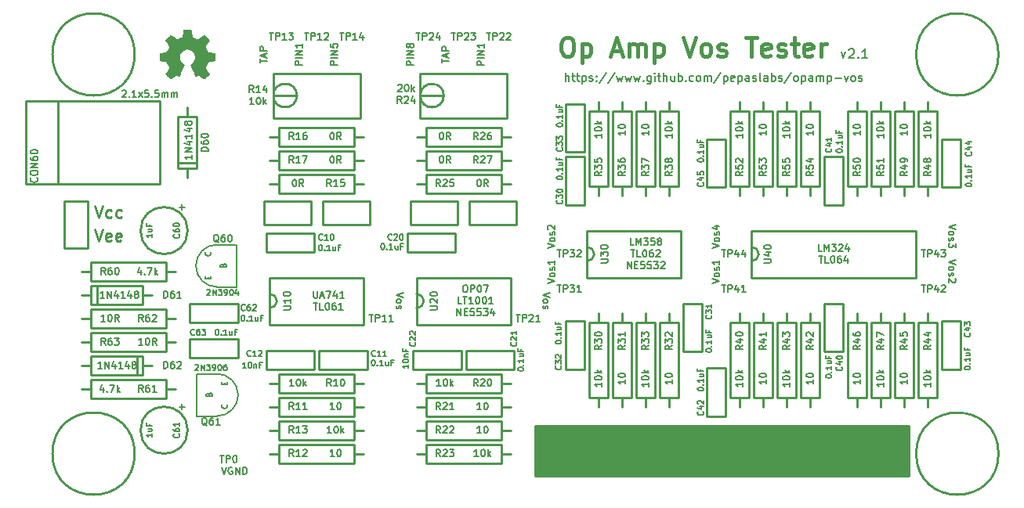
<source format=gto>
G04 (created by PCBNEW (22-Jun-2014 BZR 4027)-stable) date Thu 21 Jun 2018 01:15:43 AM CDT*
%MOIN*%
G04 Gerber Fmt 3.4, Leading zero omitted, Abs format*
%FSLAX34Y34*%
G01*
G70*
G90*
G04 APERTURE LIST*
%ADD10C,0.00393701*%
%ADD11C,0.006*%
%ADD12C,0.01*%
%ADD13C,0.007*%
%ADD14C,0.008*%
%ADD15C,0.016*%
%ADD16C,0.00590551*%
%ADD17C,0.0001*%
%ADD18C,0.005*%
G04 APERTURE END LIST*
G54D10*
G54D11*
X75821Y-53114D02*
X75821Y-52942D01*
X76121Y-53028D02*
X75821Y-53028D01*
X76035Y-52857D02*
X76035Y-52714D01*
X76121Y-52885D02*
X75821Y-52785D01*
X76121Y-52685D01*
X76121Y-52585D02*
X75821Y-52585D01*
X75821Y-52471D01*
X75835Y-52442D01*
X75850Y-52428D01*
X75878Y-52414D01*
X75921Y-52414D01*
X75950Y-52428D01*
X75964Y-52442D01*
X75978Y-52471D01*
X75978Y-52585D01*
X83571Y-53114D02*
X83571Y-52942D01*
X83871Y-53028D02*
X83571Y-53028D01*
X83785Y-52857D02*
X83785Y-52714D01*
X83871Y-52885D02*
X83571Y-52785D01*
X83871Y-52685D01*
X83871Y-52585D02*
X83571Y-52585D01*
X83571Y-52471D01*
X83585Y-52442D01*
X83600Y-52428D01*
X83628Y-52414D01*
X83671Y-52414D01*
X83700Y-52428D01*
X83714Y-52442D01*
X83728Y-52471D01*
X83728Y-52585D01*
X82371Y-53199D02*
X82071Y-53199D01*
X82071Y-53085D01*
X82085Y-53057D01*
X82100Y-53042D01*
X82128Y-53028D01*
X82171Y-53028D01*
X82200Y-53042D01*
X82214Y-53057D01*
X82228Y-53085D01*
X82228Y-53199D01*
X82371Y-52899D02*
X82071Y-52899D01*
X82371Y-52757D02*
X82071Y-52757D01*
X82371Y-52585D01*
X82071Y-52585D01*
X82200Y-52399D02*
X82185Y-52428D01*
X82171Y-52442D01*
X82142Y-52457D01*
X82128Y-52457D01*
X82100Y-52442D01*
X82085Y-52428D01*
X82071Y-52399D01*
X82071Y-52342D01*
X82085Y-52314D01*
X82100Y-52299D01*
X82128Y-52285D01*
X82142Y-52285D01*
X82171Y-52299D01*
X82185Y-52314D01*
X82200Y-52342D01*
X82200Y-52399D01*
X82214Y-52428D01*
X82228Y-52442D01*
X82257Y-52457D01*
X82314Y-52457D01*
X82342Y-52442D01*
X82357Y-52428D01*
X82371Y-52399D01*
X82371Y-52342D01*
X82357Y-52314D01*
X82342Y-52299D01*
X82314Y-52285D01*
X82257Y-52285D01*
X82228Y-52299D01*
X82214Y-52314D01*
X82200Y-52342D01*
X85371Y-53199D02*
X85071Y-53199D01*
X85071Y-53085D01*
X85085Y-53057D01*
X85100Y-53042D01*
X85128Y-53028D01*
X85171Y-53028D01*
X85200Y-53042D01*
X85214Y-53057D01*
X85228Y-53085D01*
X85228Y-53199D01*
X85371Y-52899D02*
X85071Y-52899D01*
X85371Y-52757D02*
X85071Y-52757D01*
X85371Y-52585D01*
X85071Y-52585D01*
X85371Y-52285D02*
X85371Y-52457D01*
X85371Y-52371D02*
X85071Y-52371D01*
X85114Y-52399D01*
X85142Y-52428D01*
X85157Y-52457D01*
X79121Y-53199D02*
X78821Y-53199D01*
X78821Y-53085D01*
X78835Y-53057D01*
X78850Y-53042D01*
X78878Y-53028D01*
X78921Y-53028D01*
X78950Y-53042D01*
X78964Y-53057D01*
X78978Y-53085D01*
X78978Y-53199D01*
X79121Y-52899D02*
X78821Y-52899D01*
X79121Y-52757D02*
X78821Y-52757D01*
X79121Y-52585D01*
X78821Y-52585D01*
X78821Y-52299D02*
X78821Y-52442D01*
X78964Y-52457D01*
X78950Y-52442D01*
X78935Y-52414D01*
X78935Y-52342D01*
X78950Y-52314D01*
X78964Y-52299D01*
X78992Y-52285D01*
X79064Y-52285D01*
X79092Y-52299D01*
X79107Y-52314D01*
X79121Y-52342D01*
X79121Y-52414D01*
X79107Y-52442D01*
X79092Y-52457D01*
X77621Y-53199D02*
X77321Y-53199D01*
X77321Y-53085D01*
X77335Y-53057D01*
X77350Y-53042D01*
X77378Y-53028D01*
X77421Y-53028D01*
X77450Y-53042D01*
X77464Y-53057D01*
X77478Y-53085D01*
X77478Y-53199D01*
X77621Y-52899D02*
X77321Y-52899D01*
X77621Y-52757D02*
X77321Y-52757D01*
X77621Y-52585D01*
X77321Y-52585D01*
X77621Y-52285D02*
X77621Y-52457D01*
X77621Y-52371D02*
X77321Y-52371D01*
X77364Y-52399D01*
X77392Y-52428D01*
X77407Y-52457D01*
X105428Y-60000D02*
X105128Y-60100D01*
X105428Y-60200D01*
X105128Y-60342D02*
X105142Y-60314D01*
X105157Y-60300D01*
X105185Y-60285D01*
X105271Y-60285D01*
X105300Y-60300D01*
X105314Y-60314D01*
X105328Y-60342D01*
X105328Y-60385D01*
X105314Y-60414D01*
X105300Y-60428D01*
X105271Y-60442D01*
X105185Y-60442D01*
X105157Y-60428D01*
X105142Y-60414D01*
X105128Y-60385D01*
X105128Y-60342D01*
X105142Y-60557D02*
X105128Y-60585D01*
X105128Y-60642D01*
X105142Y-60671D01*
X105171Y-60685D01*
X105185Y-60685D01*
X105214Y-60671D01*
X105228Y-60642D01*
X105228Y-60600D01*
X105242Y-60571D01*
X105271Y-60557D01*
X105285Y-60557D01*
X105314Y-60571D01*
X105328Y-60600D01*
X105328Y-60642D01*
X105314Y-60671D01*
X105428Y-60785D02*
X105428Y-60971D01*
X105314Y-60871D01*
X105314Y-60914D01*
X105300Y-60942D01*
X105285Y-60957D01*
X105257Y-60971D01*
X105185Y-60971D01*
X105157Y-60957D01*
X105142Y-60942D01*
X105128Y-60914D01*
X105128Y-60828D01*
X105142Y-60800D01*
X105157Y-60785D01*
X105428Y-61500D02*
X105128Y-61600D01*
X105428Y-61700D01*
X105128Y-61842D02*
X105142Y-61814D01*
X105157Y-61800D01*
X105185Y-61785D01*
X105271Y-61785D01*
X105300Y-61800D01*
X105314Y-61814D01*
X105328Y-61842D01*
X105328Y-61885D01*
X105314Y-61914D01*
X105300Y-61928D01*
X105271Y-61942D01*
X105185Y-61942D01*
X105157Y-61928D01*
X105142Y-61914D01*
X105128Y-61885D01*
X105128Y-61842D01*
X105142Y-62057D02*
X105128Y-62085D01*
X105128Y-62142D01*
X105142Y-62171D01*
X105171Y-62185D01*
X105185Y-62185D01*
X105214Y-62171D01*
X105228Y-62142D01*
X105228Y-62100D01*
X105242Y-62071D01*
X105271Y-62057D01*
X105285Y-62057D01*
X105314Y-62071D01*
X105328Y-62100D01*
X105328Y-62142D01*
X105314Y-62171D01*
X105400Y-62300D02*
X105414Y-62314D01*
X105428Y-62342D01*
X105428Y-62414D01*
X105414Y-62442D01*
X105400Y-62457D01*
X105371Y-62471D01*
X105342Y-62471D01*
X105300Y-62457D01*
X105128Y-62285D01*
X105128Y-62471D01*
X95071Y-61000D02*
X95371Y-60900D01*
X95071Y-60800D01*
X95371Y-60657D02*
X95357Y-60685D01*
X95342Y-60699D01*
X95314Y-60714D01*
X95228Y-60714D01*
X95200Y-60699D01*
X95185Y-60685D01*
X95171Y-60657D01*
X95171Y-60614D01*
X95185Y-60585D01*
X95200Y-60571D01*
X95228Y-60557D01*
X95314Y-60557D01*
X95342Y-60571D01*
X95357Y-60585D01*
X95371Y-60614D01*
X95371Y-60657D01*
X95357Y-60442D02*
X95371Y-60414D01*
X95371Y-60357D01*
X95357Y-60328D01*
X95328Y-60314D01*
X95314Y-60314D01*
X95285Y-60328D01*
X95271Y-60357D01*
X95271Y-60399D01*
X95257Y-60428D01*
X95228Y-60442D01*
X95214Y-60442D01*
X95185Y-60428D01*
X95171Y-60399D01*
X95171Y-60357D01*
X95185Y-60328D01*
X95171Y-60057D02*
X95371Y-60057D01*
X95057Y-60128D02*
X95271Y-60199D01*
X95271Y-60014D01*
X95071Y-62500D02*
X95371Y-62400D01*
X95071Y-62300D01*
X95371Y-62157D02*
X95357Y-62185D01*
X95342Y-62199D01*
X95314Y-62214D01*
X95228Y-62214D01*
X95200Y-62199D01*
X95185Y-62185D01*
X95171Y-62157D01*
X95171Y-62114D01*
X95185Y-62085D01*
X95200Y-62071D01*
X95228Y-62057D01*
X95314Y-62057D01*
X95342Y-62071D01*
X95357Y-62085D01*
X95371Y-62114D01*
X95371Y-62157D01*
X95357Y-61942D02*
X95371Y-61914D01*
X95371Y-61857D01*
X95357Y-61828D01*
X95328Y-61814D01*
X95314Y-61814D01*
X95285Y-61828D01*
X95271Y-61857D01*
X95271Y-61899D01*
X95257Y-61928D01*
X95228Y-61942D01*
X95214Y-61942D01*
X95185Y-61928D01*
X95171Y-61899D01*
X95171Y-61857D01*
X95185Y-61828D01*
X95371Y-61528D02*
X95371Y-61699D01*
X95371Y-61614D02*
X95071Y-61614D01*
X95114Y-61642D01*
X95142Y-61671D01*
X95157Y-61699D01*
X81928Y-62892D02*
X81628Y-62992D01*
X81928Y-63092D01*
X81628Y-63235D02*
X81642Y-63207D01*
X81657Y-63192D01*
X81685Y-63178D01*
X81771Y-63178D01*
X81800Y-63192D01*
X81814Y-63207D01*
X81828Y-63235D01*
X81828Y-63278D01*
X81814Y-63307D01*
X81800Y-63321D01*
X81771Y-63335D01*
X81685Y-63335D01*
X81657Y-63321D01*
X81642Y-63307D01*
X81628Y-63278D01*
X81628Y-63235D01*
X81642Y-63450D02*
X81628Y-63478D01*
X81628Y-63535D01*
X81642Y-63564D01*
X81671Y-63578D01*
X81685Y-63578D01*
X81714Y-63564D01*
X81728Y-63535D01*
X81728Y-63492D01*
X81742Y-63464D01*
X81771Y-63450D01*
X81785Y-63450D01*
X81814Y-63464D01*
X81828Y-63492D01*
X81828Y-63535D01*
X81814Y-63564D01*
X88178Y-62892D02*
X87878Y-62992D01*
X88178Y-63092D01*
X87878Y-63235D02*
X87892Y-63207D01*
X87907Y-63192D01*
X87935Y-63178D01*
X88021Y-63178D01*
X88050Y-63192D01*
X88064Y-63207D01*
X88078Y-63235D01*
X88078Y-63278D01*
X88064Y-63307D01*
X88050Y-63321D01*
X88021Y-63335D01*
X87935Y-63335D01*
X87907Y-63321D01*
X87892Y-63307D01*
X87878Y-63278D01*
X87878Y-63235D01*
X87892Y-63450D02*
X87878Y-63478D01*
X87878Y-63535D01*
X87892Y-63564D01*
X87921Y-63578D01*
X87935Y-63578D01*
X87964Y-63564D01*
X87978Y-63535D01*
X87978Y-63492D01*
X87992Y-63464D01*
X88021Y-63450D01*
X88035Y-63450D01*
X88064Y-63464D01*
X88078Y-63492D01*
X88078Y-63535D01*
X88064Y-63564D01*
X88071Y-62500D02*
X88371Y-62400D01*
X88071Y-62300D01*
X88371Y-62157D02*
X88357Y-62185D01*
X88342Y-62199D01*
X88314Y-62214D01*
X88228Y-62214D01*
X88200Y-62199D01*
X88185Y-62185D01*
X88171Y-62157D01*
X88171Y-62114D01*
X88185Y-62085D01*
X88200Y-62071D01*
X88228Y-62057D01*
X88314Y-62057D01*
X88342Y-62071D01*
X88357Y-62085D01*
X88371Y-62114D01*
X88371Y-62157D01*
X88357Y-61942D02*
X88371Y-61914D01*
X88371Y-61857D01*
X88357Y-61828D01*
X88328Y-61814D01*
X88314Y-61814D01*
X88285Y-61828D01*
X88271Y-61857D01*
X88271Y-61899D01*
X88257Y-61928D01*
X88228Y-61942D01*
X88214Y-61942D01*
X88185Y-61928D01*
X88171Y-61899D01*
X88171Y-61857D01*
X88185Y-61828D01*
X88371Y-61528D02*
X88371Y-61699D01*
X88371Y-61614D02*
X88071Y-61614D01*
X88114Y-61642D01*
X88142Y-61671D01*
X88157Y-61699D01*
X88071Y-61000D02*
X88371Y-60900D01*
X88071Y-60800D01*
X88371Y-60657D02*
X88357Y-60685D01*
X88342Y-60699D01*
X88314Y-60714D01*
X88228Y-60714D01*
X88200Y-60699D01*
X88185Y-60685D01*
X88171Y-60657D01*
X88171Y-60614D01*
X88185Y-60585D01*
X88200Y-60571D01*
X88228Y-60557D01*
X88314Y-60557D01*
X88342Y-60571D01*
X88357Y-60585D01*
X88371Y-60614D01*
X88371Y-60657D01*
X88357Y-60442D02*
X88371Y-60414D01*
X88371Y-60357D01*
X88357Y-60328D01*
X88328Y-60314D01*
X88314Y-60314D01*
X88285Y-60328D01*
X88271Y-60357D01*
X88271Y-60399D01*
X88257Y-60428D01*
X88228Y-60442D01*
X88214Y-60442D01*
X88185Y-60428D01*
X88171Y-60399D01*
X88171Y-60357D01*
X88185Y-60328D01*
X88100Y-60199D02*
X88085Y-60185D01*
X88071Y-60157D01*
X88071Y-60085D01*
X88085Y-60057D01*
X88100Y-60042D01*
X88128Y-60028D01*
X88157Y-60028D01*
X88200Y-60042D01*
X88371Y-60214D01*
X88371Y-60028D01*
X99614Y-61321D02*
X99785Y-61321D01*
X99700Y-61621D02*
X99700Y-61321D01*
X100028Y-61621D02*
X99885Y-61621D01*
X99885Y-61321D01*
X100185Y-61321D02*
X100214Y-61321D01*
X100242Y-61335D01*
X100257Y-61350D01*
X100271Y-61378D01*
X100285Y-61435D01*
X100285Y-61507D01*
X100271Y-61564D01*
X100257Y-61592D01*
X100242Y-61607D01*
X100214Y-61621D01*
X100185Y-61621D01*
X100157Y-61607D01*
X100142Y-61592D01*
X100128Y-61564D01*
X100114Y-61507D01*
X100114Y-61435D01*
X100128Y-61378D01*
X100142Y-61350D01*
X100157Y-61335D01*
X100185Y-61321D01*
X100542Y-61321D02*
X100485Y-61321D01*
X100457Y-61335D01*
X100442Y-61350D01*
X100414Y-61392D01*
X100400Y-61450D01*
X100400Y-61564D01*
X100414Y-61592D01*
X100428Y-61607D01*
X100457Y-61621D01*
X100514Y-61621D01*
X100542Y-61607D01*
X100557Y-61592D01*
X100571Y-61564D01*
X100571Y-61492D01*
X100557Y-61464D01*
X100542Y-61450D01*
X100514Y-61435D01*
X100457Y-61435D01*
X100428Y-61450D01*
X100414Y-61464D01*
X100400Y-61492D01*
X100828Y-61421D02*
X100828Y-61621D01*
X100757Y-61307D02*
X100685Y-61521D01*
X100871Y-61521D01*
X91457Y-61871D02*
X91457Y-61571D01*
X91628Y-61871D01*
X91628Y-61571D01*
X91771Y-61714D02*
X91871Y-61714D01*
X91914Y-61871D02*
X91771Y-61871D01*
X91771Y-61571D01*
X91914Y-61571D01*
X92185Y-61571D02*
X92042Y-61571D01*
X92028Y-61714D01*
X92042Y-61700D01*
X92071Y-61685D01*
X92142Y-61685D01*
X92171Y-61700D01*
X92185Y-61714D01*
X92200Y-61742D01*
X92200Y-61814D01*
X92185Y-61842D01*
X92171Y-61857D01*
X92142Y-61871D01*
X92071Y-61871D01*
X92042Y-61857D01*
X92028Y-61842D01*
X92471Y-61571D02*
X92328Y-61571D01*
X92314Y-61714D01*
X92328Y-61700D01*
X92357Y-61685D01*
X92428Y-61685D01*
X92457Y-61700D01*
X92471Y-61714D01*
X92485Y-61742D01*
X92485Y-61814D01*
X92471Y-61842D01*
X92457Y-61857D01*
X92428Y-61871D01*
X92357Y-61871D01*
X92328Y-61857D01*
X92314Y-61842D01*
X92585Y-61571D02*
X92771Y-61571D01*
X92671Y-61685D01*
X92714Y-61685D01*
X92742Y-61700D01*
X92757Y-61714D01*
X92771Y-61742D01*
X92771Y-61814D01*
X92757Y-61842D01*
X92742Y-61857D01*
X92714Y-61871D01*
X92628Y-61871D01*
X92600Y-61857D01*
X92585Y-61842D01*
X92885Y-61600D02*
X92900Y-61585D01*
X92928Y-61571D01*
X93000Y-61571D01*
X93028Y-61585D01*
X93042Y-61600D01*
X93057Y-61628D01*
X93057Y-61657D01*
X93042Y-61700D01*
X92871Y-61871D01*
X93057Y-61871D01*
X91614Y-61071D02*
X91785Y-61071D01*
X91700Y-61371D02*
X91700Y-61071D01*
X92028Y-61371D02*
X91885Y-61371D01*
X91885Y-61071D01*
X92185Y-61071D02*
X92214Y-61071D01*
X92242Y-61085D01*
X92257Y-61100D01*
X92271Y-61128D01*
X92285Y-61185D01*
X92285Y-61257D01*
X92271Y-61314D01*
X92257Y-61342D01*
X92242Y-61357D01*
X92214Y-61371D01*
X92185Y-61371D01*
X92157Y-61357D01*
X92142Y-61342D01*
X92128Y-61314D01*
X92114Y-61257D01*
X92114Y-61185D01*
X92128Y-61128D01*
X92142Y-61100D01*
X92157Y-61085D01*
X92185Y-61071D01*
X92542Y-61071D02*
X92485Y-61071D01*
X92457Y-61085D01*
X92442Y-61100D01*
X92414Y-61142D01*
X92400Y-61200D01*
X92400Y-61314D01*
X92414Y-61342D01*
X92428Y-61357D01*
X92457Y-61371D01*
X92514Y-61371D01*
X92542Y-61357D01*
X92557Y-61342D01*
X92571Y-61314D01*
X92571Y-61242D01*
X92557Y-61214D01*
X92542Y-61200D01*
X92514Y-61185D01*
X92457Y-61185D01*
X92428Y-61200D01*
X92414Y-61214D01*
X92400Y-61242D01*
X92685Y-61100D02*
X92700Y-61085D01*
X92728Y-61071D01*
X92800Y-61071D01*
X92828Y-61085D01*
X92842Y-61100D01*
X92857Y-61128D01*
X92857Y-61157D01*
X92842Y-61200D01*
X92671Y-61371D01*
X92857Y-61371D01*
X84207Y-63871D02*
X84207Y-63571D01*
X84378Y-63871D01*
X84378Y-63571D01*
X84521Y-63714D02*
X84621Y-63714D01*
X84664Y-63871D02*
X84521Y-63871D01*
X84521Y-63571D01*
X84664Y-63571D01*
X84935Y-63571D02*
X84792Y-63571D01*
X84778Y-63714D01*
X84792Y-63700D01*
X84821Y-63685D01*
X84892Y-63685D01*
X84921Y-63700D01*
X84935Y-63714D01*
X84950Y-63742D01*
X84950Y-63814D01*
X84935Y-63842D01*
X84921Y-63857D01*
X84892Y-63871D01*
X84821Y-63871D01*
X84792Y-63857D01*
X84778Y-63842D01*
X85221Y-63571D02*
X85078Y-63571D01*
X85064Y-63714D01*
X85078Y-63700D01*
X85107Y-63685D01*
X85178Y-63685D01*
X85207Y-63700D01*
X85221Y-63714D01*
X85235Y-63742D01*
X85235Y-63814D01*
X85221Y-63842D01*
X85207Y-63857D01*
X85178Y-63871D01*
X85107Y-63871D01*
X85078Y-63857D01*
X85064Y-63842D01*
X85335Y-63571D02*
X85521Y-63571D01*
X85421Y-63685D01*
X85464Y-63685D01*
X85492Y-63700D01*
X85507Y-63714D01*
X85521Y-63742D01*
X85521Y-63814D01*
X85507Y-63842D01*
X85492Y-63857D01*
X85464Y-63871D01*
X85378Y-63871D01*
X85350Y-63857D01*
X85335Y-63842D01*
X85778Y-63671D02*
X85778Y-63871D01*
X85707Y-63557D02*
X85635Y-63771D01*
X85821Y-63771D01*
X84407Y-63371D02*
X84264Y-63371D01*
X84264Y-63071D01*
X84464Y-63071D02*
X84635Y-63071D01*
X84550Y-63371D02*
X84550Y-63071D01*
X84892Y-63371D02*
X84721Y-63371D01*
X84807Y-63371D02*
X84807Y-63071D01*
X84778Y-63114D01*
X84750Y-63142D01*
X84721Y-63157D01*
X85078Y-63071D02*
X85107Y-63071D01*
X85135Y-63085D01*
X85150Y-63100D01*
X85164Y-63128D01*
X85178Y-63185D01*
X85178Y-63257D01*
X85164Y-63314D01*
X85150Y-63342D01*
X85135Y-63357D01*
X85107Y-63371D01*
X85078Y-63371D01*
X85050Y-63357D01*
X85035Y-63342D01*
X85021Y-63314D01*
X85007Y-63257D01*
X85007Y-63185D01*
X85021Y-63128D01*
X85035Y-63100D01*
X85050Y-63085D01*
X85078Y-63071D01*
X85364Y-63071D02*
X85392Y-63071D01*
X85421Y-63085D01*
X85435Y-63100D01*
X85450Y-63128D01*
X85464Y-63185D01*
X85464Y-63257D01*
X85450Y-63314D01*
X85435Y-63342D01*
X85421Y-63357D01*
X85392Y-63371D01*
X85364Y-63371D01*
X85335Y-63357D01*
X85321Y-63342D01*
X85307Y-63314D01*
X85292Y-63257D01*
X85292Y-63185D01*
X85307Y-63128D01*
X85321Y-63100D01*
X85335Y-63085D01*
X85364Y-63071D01*
X85749Y-63371D02*
X85578Y-63371D01*
X85664Y-63371D02*
X85664Y-63071D01*
X85635Y-63114D01*
X85607Y-63142D01*
X85578Y-63157D01*
X78114Y-63321D02*
X78285Y-63321D01*
X78200Y-63621D02*
X78200Y-63321D01*
X78528Y-63621D02*
X78385Y-63621D01*
X78385Y-63321D01*
X78685Y-63321D02*
X78714Y-63321D01*
X78742Y-63335D01*
X78757Y-63350D01*
X78771Y-63378D01*
X78785Y-63435D01*
X78785Y-63507D01*
X78771Y-63564D01*
X78757Y-63592D01*
X78742Y-63607D01*
X78714Y-63621D01*
X78685Y-63621D01*
X78657Y-63607D01*
X78642Y-63592D01*
X78628Y-63564D01*
X78614Y-63507D01*
X78614Y-63435D01*
X78628Y-63378D01*
X78642Y-63350D01*
X78657Y-63335D01*
X78685Y-63321D01*
X79042Y-63321D02*
X78985Y-63321D01*
X78957Y-63335D01*
X78942Y-63350D01*
X78914Y-63392D01*
X78900Y-63450D01*
X78900Y-63564D01*
X78914Y-63592D01*
X78928Y-63607D01*
X78957Y-63621D01*
X79014Y-63621D01*
X79042Y-63607D01*
X79057Y-63592D01*
X79071Y-63564D01*
X79071Y-63492D01*
X79057Y-63464D01*
X79042Y-63450D01*
X79014Y-63435D01*
X78957Y-63435D01*
X78928Y-63450D01*
X78914Y-63464D01*
X78900Y-63492D01*
X79357Y-63621D02*
X79185Y-63621D01*
X79271Y-63621D02*
X79271Y-63321D01*
X79242Y-63364D01*
X79214Y-63392D01*
X79185Y-63407D01*
G54D12*
X68797Y-60202D02*
X68964Y-60702D01*
X69130Y-60202D01*
X69488Y-60678D02*
X69440Y-60702D01*
X69345Y-60702D01*
X69297Y-60678D01*
X69273Y-60630D01*
X69273Y-60440D01*
X69297Y-60392D01*
X69345Y-60369D01*
X69440Y-60369D01*
X69488Y-60392D01*
X69511Y-60440D01*
X69511Y-60488D01*
X69273Y-60535D01*
X69916Y-60678D02*
X69869Y-60702D01*
X69773Y-60702D01*
X69726Y-60678D01*
X69702Y-60630D01*
X69702Y-60440D01*
X69726Y-60392D01*
X69773Y-60369D01*
X69869Y-60369D01*
X69916Y-60392D01*
X69940Y-60440D01*
X69940Y-60488D01*
X69702Y-60535D01*
G54D13*
X88833Y-53891D02*
X88833Y-53541D01*
X88983Y-53891D02*
X88983Y-53708D01*
X88966Y-53675D01*
X88933Y-53658D01*
X88883Y-53658D01*
X88850Y-53675D01*
X88833Y-53691D01*
X89100Y-53658D02*
X89233Y-53658D01*
X89150Y-53541D02*
X89150Y-53841D01*
X89166Y-53875D01*
X89200Y-53891D01*
X89233Y-53891D01*
X89300Y-53658D02*
X89433Y-53658D01*
X89350Y-53541D02*
X89350Y-53841D01*
X89366Y-53875D01*
X89400Y-53891D01*
X89433Y-53891D01*
X89550Y-53658D02*
X89550Y-54008D01*
X89550Y-53675D02*
X89583Y-53658D01*
X89650Y-53658D01*
X89683Y-53675D01*
X89700Y-53691D01*
X89716Y-53725D01*
X89716Y-53825D01*
X89700Y-53858D01*
X89683Y-53875D01*
X89650Y-53891D01*
X89583Y-53891D01*
X89550Y-53875D01*
X89849Y-53875D02*
X89883Y-53891D01*
X89949Y-53891D01*
X89983Y-53875D01*
X89999Y-53841D01*
X89999Y-53825D01*
X89983Y-53791D01*
X89949Y-53775D01*
X89899Y-53775D01*
X89866Y-53758D01*
X89849Y-53725D01*
X89849Y-53708D01*
X89866Y-53675D01*
X89899Y-53658D01*
X89949Y-53658D01*
X89983Y-53675D01*
X90150Y-53858D02*
X90166Y-53875D01*
X90150Y-53891D01*
X90133Y-53875D01*
X90150Y-53858D01*
X90150Y-53891D01*
X90150Y-53675D02*
X90166Y-53691D01*
X90150Y-53708D01*
X90133Y-53691D01*
X90150Y-53675D01*
X90150Y-53708D01*
X90566Y-53525D02*
X90266Y-53975D01*
X90933Y-53525D02*
X90633Y-53975D01*
X91016Y-53658D02*
X91083Y-53891D01*
X91149Y-53725D01*
X91216Y-53891D01*
X91283Y-53658D01*
X91383Y-53658D02*
X91449Y-53891D01*
X91516Y-53725D01*
X91583Y-53891D01*
X91649Y-53658D01*
X91749Y-53658D02*
X91816Y-53891D01*
X91883Y-53725D01*
X91949Y-53891D01*
X92016Y-53658D01*
X92149Y-53858D02*
X92166Y-53875D01*
X92149Y-53891D01*
X92133Y-53875D01*
X92149Y-53858D01*
X92149Y-53891D01*
X92466Y-53658D02*
X92466Y-53941D01*
X92449Y-53975D01*
X92433Y-53991D01*
X92399Y-54008D01*
X92349Y-54008D01*
X92316Y-53991D01*
X92466Y-53875D02*
X92433Y-53891D01*
X92366Y-53891D01*
X92333Y-53875D01*
X92316Y-53858D01*
X92299Y-53825D01*
X92299Y-53725D01*
X92316Y-53691D01*
X92333Y-53675D01*
X92366Y-53658D01*
X92433Y-53658D01*
X92466Y-53675D01*
X92633Y-53891D02*
X92633Y-53658D01*
X92633Y-53541D02*
X92616Y-53558D01*
X92633Y-53575D01*
X92649Y-53558D01*
X92633Y-53541D01*
X92633Y-53575D01*
X92749Y-53658D02*
X92883Y-53658D01*
X92799Y-53541D02*
X92799Y-53841D01*
X92816Y-53875D01*
X92849Y-53891D01*
X92883Y-53891D01*
X92999Y-53891D02*
X92999Y-53541D01*
X93149Y-53891D02*
X93149Y-53708D01*
X93133Y-53675D01*
X93099Y-53658D01*
X93049Y-53658D01*
X93016Y-53675D01*
X92999Y-53691D01*
X93466Y-53658D02*
X93466Y-53891D01*
X93316Y-53658D02*
X93316Y-53841D01*
X93333Y-53875D01*
X93366Y-53891D01*
X93416Y-53891D01*
X93449Y-53875D01*
X93466Y-53858D01*
X93633Y-53891D02*
X93633Y-53541D01*
X93633Y-53675D02*
X93666Y-53658D01*
X93733Y-53658D01*
X93766Y-53675D01*
X93783Y-53691D01*
X93799Y-53725D01*
X93799Y-53825D01*
X93783Y-53858D01*
X93766Y-53875D01*
X93733Y-53891D01*
X93666Y-53891D01*
X93633Y-53875D01*
X93949Y-53858D02*
X93966Y-53875D01*
X93949Y-53891D01*
X93933Y-53875D01*
X93949Y-53858D01*
X93949Y-53891D01*
X94266Y-53875D02*
X94233Y-53891D01*
X94166Y-53891D01*
X94133Y-53875D01*
X94116Y-53858D01*
X94099Y-53825D01*
X94099Y-53725D01*
X94116Y-53691D01*
X94133Y-53675D01*
X94166Y-53658D01*
X94233Y-53658D01*
X94266Y-53675D01*
X94466Y-53891D02*
X94433Y-53875D01*
X94416Y-53858D01*
X94399Y-53825D01*
X94399Y-53725D01*
X94416Y-53691D01*
X94433Y-53675D01*
X94466Y-53658D01*
X94516Y-53658D01*
X94549Y-53675D01*
X94566Y-53691D01*
X94583Y-53725D01*
X94583Y-53825D01*
X94566Y-53858D01*
X94549Y-53875D01*
X94516Y-53891D01*
X94466Y-53891D01*
X94733Y-53891D02*
X94733Y-53658D01*
X94733Y-53691D02*
X94749Y-53675D01*
X94783Y-53658D01*
X94833Y-53658D01*
X94866Y-53675D01*
X94883Y-53708D01*
X94883Y-53891D01*
X94883Y-53708D02*
X94899Y-53675D01*
X94933Y-53658D01*
X94983Y-53658D01*
X95016Y-53675D01*
X95033Y-53708D01*
X95033Y-53891D01*
X95449Y-53525D02*
X95149Y-53975D01*
X95566Y-53658D02*
X95566Y-54008D01*
X95566Y-53675D02*
X95599Y-53658D01*
X95666Y-53658D01*
X95699Y-53675D01*
X95716Y-53691D01*
X95733Y-53725D01*
X95733Y-53825D01*
X95716Y-53858D01*
X95699Y-53875D01*
X95666Y-53891D01*
X95599Y-53891D01*
X95566Y-53875D01*
X96016Y-53875D02*
X95983Y-53891D01*
X95916Y-53891D01*
X95883Y-53875D01*
X95866Y-53841D01*
X95866Y-53708D01*
X95883Y-53675D01*
X95916Y-53658D01*
X95983Y-53658D01*
X96016Y-53675D01*
X96033Y-53708D01*
X96033Y-53741D01*
X95866Y-53775D01*
X96183Y-53658D02*
X96183Y-54008D01*
X96183Y-53675D02*
X96216Y-53658D01*
X96283Y-53658D01*
X96316Y-53675D01*
X96333Y-53691D01*
X96349Y-53725D01*
X96349Y-53825D01*
X96333Y-53858D01*
X96316Y-53875D01*
X96283Y-53891D01*
X96216Y-53891D01*
X96183Y-53875D01*
X96649Y-53891D02*
X96649Y-53708D01*
X96633Y-53675D01*
X96599Y-53658D01*
X96533Y-53658D01*
X96499Y-53675D01*
X96649Y-53875D02*
X96616Y-53891D01*
X96533Y-53891D01*
X96499Y-53875D01*
X96483Y-53841D01*
X96483Y-53808D01*
X96499Y-53775D01*
X96533Y-53758D01*
X96616Y-53758D01*
X96649Y-53741D01*
X96799Y-53875D02*
X96833Y-53891D01*
X96899Y-53891D01*
X96933Y-53875D01*
X96949Y-53841D01*
X96949Y-53825D01*
X96933Y-53791D01*
X96899Y-53775D01*
X96849Y-53775D01*
X96816Y-53758D01*
X96799Y-53725D01*
X96799Y-53708D01*
X96816Y-53675D01*
X96849Y-53658D01*
X96899Y-53658D01*
X96933Y-53675D01*
X97149Y-53891D02*
X97116Y-53875D01*
X97099Y-53841D01*
X97099Y-53541D01*
X97433Y-53891D02*
X97433Y-53708D01*
X97416Y-53675D01*
X97383Y-53658D01*
X97316Y-53658D01*
X97283Y-53675D01*
X97433Y-53875D02*
X97399Y-53891D01*
X97316Y-53891D01*
X97283Y-53875D01*
X97266Y-53841D01*
X97266Y-53808D01*
X97283Y-53775D01*
X97316Y-53758D01*
X97399Y-53758D01*
X97433Y-53741D01*
X97599Y-53891D02*
X97599Y-53541D01*
X97599Y-53675D02*
X97633Y-53658D01*
X97699Y-53658D01*
X97733Y-53675D01*
X97749Y-53691D01*
X97766Y-53725D01*
X97766Y-53825D01*
X97749Y-53858D01*
X97733Y-53875D01*
X97699Y-53891D01*
X97633Y-53891D01*
X97599Y-53875D01*
X97899Y-53875D02*
X97933Y-53891D01*
X97999Y-53891D01*
X98033Y-53875D01*
X98049Y-53841D01*
X98049Y-53825D01*
X98033Y-53791D01*
X97999Y-53775D01*
X97949Y-53775D01*
X97916Y-53758D01*
X97899Y-53725D01*
X97899Y-53708D01*
X97916Y-53675D01*
X97949Y-53658D01*
X97999Y-53658D01*
X98033Y-53675D01*
X98449Y-53525D02*
X98149Y-53975D01*
X98616Y-53891D02*
X98583Y-53875D01*
X98566Y-53858D01*
X98549Y-53825D01*
X98549Y-53725D01*
X98566Y-53691D01*
X98583Y-53675D01*
X98616Y-53658D01*
X98666Y-53658D01*
X98699Y-53675D01*
X98716Y-53691D01*
X98733Y-53725D01*
X98733Y-53825D01*
X98716Y-53858D01*
X98699Y-53875D01*
X98666Y-53891D01*
X98616Y-53891D01*
X98883Y-53658D02*
X98883Y-54008D01*
X98883Y-53675D02*
X98916Y-53658D01*
X98983Y-53658D01*
X99016Y-53675D01*
X99033Y-53691D01*
X99049Y-53725D01*
X99049Y-53825D01*
X99033Y-53858D01*
X99016Y-53875D01*
X98983Y-53891D01*
X98916Y-53891D01*
X98883Y-53875D01*
X99349Y-53891D02*
X99349Y-53708D01*
X99333Y-53675D01*
X99299Y-53658D01*
X99233Y-53658D01*
X99199Y-53675D01*
X99349Y-53875D02*
X99316Y-53891D01*
X99233Y-53891D01*
X99199Y-53875D01*
X99183Y-53841D01*
X99183Y-53808D01*
X99199Y-53775D01*
X99233Y-53758D01*
X99316Y-53758D01*
X99349Y-53741D01*
X99516Y-53891D02*
X99516Y-53658D01*
X99516Y-53691D02*
X99533Y-53675D01*
X99566Y-53658D01*
X99616Y-53658D01*
X99649Y-53675D01*
X99666Y-53708D01*
X99666Y-53891D01*
X99666Y-53708D02*
X99683Y-53675D01*
X99716Y-53658D01*
X99766Y-53658D01*
X99799Y-53675D01*
X99816Y-53708D01*
X99816Y-53891D01*
X99983Y-53658D02*
X99983Y-54008D01*
X99983Y-53675D02*
X100016Y-53658D01*
X100083Y-53658D01*
X100116Y-53675D01*
X100133Y-53691D01*
X100149Y-53725D01*
X100149Y-53825D01*
X100133Y-53858D01*
X100116Y-53875D01*
X100083Y-53891D01*
X100016Y-53891D01*
X99983Y-53875D01*
X100299Y-53758D02*
X100566Y-53758D01*
X100699Y-53658D02*
X100783Y-53891D01*
X100866Y-53658D01*
X101049Y-53891D02*
X101016Y-53875D01*
X100999Y-53858D01*
X100983Y-53825D01*
X100983Y-53725D01*
X100999Y-53691D01*
X101016Y-53675D01*
X101049Y-53658D01*
X101099Y-53658D01*
X101133Y-53675D01*
X101149Y-53691D01*
X101166Y-53725D01*
X101166Y-53825D01*
X101149Y-53858D01*
X101133Y-53875D01*
X101099Y-53891D01*
X101049Y-53891D01*
X101299Y-53875D02*
X101333Y-53891D01*
X101399Y-53891D01*
X101433Y-53875D01*
X101449Y-53841D01*
X101449Y-53825D01*
X101433Y-53791D01*
X101399Y-53775D01*
X101349Y-53775D01*
X101316Y-53758D01*
X101299Y-53725D01*
X101299Y-53708D01*
X101316Y-53675D01*
X101349Y-53658D01*
X101399Y-53658D01*
X101433Y-53675D01*
G54D14*
X100557Y-52645D02*
X100652Y-52911D01*
X100747Y-52645D01*
X100880Y-52550D02*
X100900Y-52530D01*
X100938Y-52511D01*
X101033Y-52511D01*
X101071Y-52530D01*
X101090Y-52550D01*
X101109Y-52588D01*
X101109Y-52626D01*
X101090Y-52683D01*
X100861Y-52911D01*
X101109Y-52911D01*
X101280Y-52873D02*
X101300Y-52892D01*
X101280Y-52911D01*
X101261Y-52892D01*
X101280Y-52873D01*
X101280Y-52911D01*
X101680Y-52911D02*
X101452Y-52911D01*
X101566Y-52911D02*
X101566Y-52511D01*
X101528Y-52569D01*
X101490Y-52607D01*
X101452Y-52626D01*
G54D15*
X88842Y-52023D02*
X88995Y-52023D01*
X89071Y-52061D01*
X89147Y-52138D01*
X89185Y-52290D01*
X89185Y-52557D01*
X89147Y-52709D01*
X89071Y-52785D01*
X88995Y-52823D01*
X88842Y-52823D01*
X88766Y-52785D01*
X88690Y-52709D01*
X88652Y-52557D01*
X88652Y-52290D01*
X88690Y-52138D01*
X88766Y-52061D01*
X88842Y-52023D01*
X89528Y-52290D02*
X89528Y-53090D01*
X89528Y-52328D02*
X89604Y-52290D01*
X89757Y-52290D01*
X89833Y-52328D01*
X89871Y-52366D01*
X89909Y-52442D01*
X89909Y-52671D01*
X89871Y-52747D01*
X89833Y-52785D01*
X89757Y-52823D01*
X89604Y-52823D01*
X89528Y-52785D01*
X90823Y-52595D02*
X91204Y-52595D01*
X90747Y-52823D02*
X91014Y-52023D01*
X91280Y-52823D01*
X91547Y-52823D02*
X91547Y-52290D01*
X91547Y-52366D02*
X91585Y-52328D01*
X91661Y-52290D01*
X91776Y-52290D01*
X91852Y-52328D01*
X91890Y-52404D01*
X91890Y-52823D01*
X91890Y-52404D02*
X91928Y-52328D01*
X92004Y-52290D01*
X92119Y-52290D01*
X92195Y-52328D01*
X92233Y-52404D01*
X92233Y-52823D01*
X92614Y-52290D02*
X92614Y-53090D01*
X92614Y-52328D02*
X92690Y-52290D01*
X92842Y-52290D01*
X92919Y-52328D01*
X92957Y-52366D01*
X92995Y-52442D01*
X92995Y-52671D01*
X92957Y-52747D01*
X92919Y-52785D01*
X92842Y-52823D01*
X92690Y-52823D01*
X92614Y-52785D01*
X93833Y-52023D02*
X94099Y-52823D01*
X94366Y-52023D01*
X94747Y-52823D02*
X94671Y-52785D01*
X94633Y-52747D01*
X94595Y-52671D01*
X94595Y-52442D01*
X94633Y-52366D01*
X94671Y-52328D01*
X94747Y-52290D01*
X94861Y-52290D01*
X94938Y-52328D01*
X94976Y-52366D01*
X95014Y-52442D01*
X95014Y-52671D01*
X94976Y-52747D01*
X94938Y-52785D01*
X94861Y-52823D01*
X94747Y-52823D01*
X95319Y-52785D02*
X95395Y-52823D01*
X95547Y-52823D01*
X95623Y-52785D01*
X95661Y-52709D01*
X95661Y-52671D01*
X95623Y-52595D01*
X95547Y-52557D01*
X95433Y-52557D01*
X95357Y-52519D01*
X95319Y-52442D01*
X95319Y-52404D01*
X95357Y-52328D01*
X95433Y-52290D01*
X95547Y-52290D01*
X95623Y-52328D01*
X96499Y-52023D02*
X96957Y-52023D01*
X96728Y-52823D02*
X96728Y-52023D01*
X97528Y-52785D02*
X97452Y-52823D01*
X97299Y-52823D01*
X97223Y-52785D01*
X97185Y-52709D01*
X97185Y-52404D01*
X97223Y-52328D01*
X97299Y-52290D01*
X97452Y-52290D01*
X97528Y-52328D01*
X97566Y-52404D01*
X97566Y-52480D01*
X97185Y-52557D01*
X97871Y-52785D02*
X97947Y-52823D01*
X98099Y-52823D01*
X98176Y-52785D01*
X98214Y-52709D01*
X98214Y-52671D01*
X98176Y-52595D01*
X98099Y-52557D01*
X97985Y-52557D01*
X97909Y-52519D01*
X97871Y-52442D01*
X97871Y-52404D01*
X97909Y-52328D01*
X97985Y-52290D01*
X98099Y-52290D01*
X98176Y-52328D01*
X98442Y-52290D02*
X98747Y-52290D01*
X98557Y-52023D02*
X98557Y-52709D01*
X98595Y-52785D01*
X98671Y-52823D01*
X98747Y-52823D01*
X99319Y-52785D02*
X99242Y-52823D01*
X99090Y-52823D01*
X99014Y-52785D01*
X98976Y-52709D01*
X98976Y-52404D01*
X99014Y-52328D01*
X99090Y-52290D01*
X99242Y-52290D01*
X99319Y-52328D01*
X99357Y-52404D01*
X99357Y-52480D01*
X98976Y-52557D01*
X99699Y-52823D02*
X99699Y-52290D01*
X99699Y-52442D02*
X99738Y-52366D01*
X99776Y-52328D01*
X99852Y-52290D01*
X99928Y-52290D01*
G54D11*
X74192Y-70321D02*
X74292Y-70621D01*
X74392Y-70321D01*
X74650Y-70335D02*
X74621Y-70321D01*
X74578Y-70321D01*
X74535Y-70335D01*
X74507Y-70364D01*
X74492Y-70392D01*
X74478Y-70450D01*
X74478Y-70492D01*
X74492Y-70550D01*
X74507Y-70578D01*
X74535Y-70607D01*
X74578Y-70621D01*
X74607Y-70621D01*
X74650Y-70607D01*
X74664Y-70592D01*
X74664Y-70492D01*
X74607Y-70492D01*
X74792Y-70621D02*
X74792Y-70321D01*
X74964Y-70621D01*
X74964Y-70321D01*
X75107Y-70621D02*
X75107Y-70321D01*
X75178Y-70321D01*
X75221Y-70335D01*
X75250Y-70364D01*
X75264Y-70392D01*
X75278Y-70450D01*
X75278Y-70492D01*
X75264Y-70550D01*
X75250Y-70578D01*
X75221Y-70607D01*
X75178Y-70621D01*
X75107Y-70621D01*
G54D12*
X68797Y-59202D02*
X68964Y-59702D01*
X69130Y-59202D01*
X69511Y-59678D02*
X69464Y-59702D01*
X69369Y-59702D01*
X69321Y-59678D01*
X69297Y-59654D01*
X69273Y-59607D01*
X69273Y-59464D01*
X69297Y-59416D01*
X69321Y-59392D01*
X69369Y-59369D01*
X69464Y-59369D01*
X69511Y-59392D01*
X69940Y-59678D02*
X69892Y-59702D01*
X69797Y-59702D01*
X69749Y-59678D01*
X69726Y-59654D01*
X69702Y-59607D01*
X69702Y-59464D01*
X69726Y-59416D01*
X69749Y-59392D01*
X69797Y-59369D01*
X69892Y-59369D01*
X69940Y-59392D01*
G54D16*
X74000Y-66350D02*
X73150Y-66350D01*
X73150Y-66350D02*
X73150Y-68150D01*
X73150Y-68150D02*
X74000Y-68150D01*
X74000Y-68150D02*
G75*
G03X74900Y-67250I0J900D01*
G74*
G01*
X74900Y-67250D02*
G75*
G03X74000Y-66350I-900J0D01*
G74*
G01*
X74000Y-62650D02*
X74850Y-62650D01*
X74850Y-62650D02*
X74850Y-60850D01*
X74850Y-60850D02*
X74000Y-60850D01*
X74000Y-60850D02*
G75*
G03X73100Y-61750I0J-900D01*
G74*
G01*
X73100Y-61750D02*
G75*
G03X74000Y-62650I900J0D01*
G74*
G01*
G54D12*
X68500Y-59000D02*
X68500Y-61000D01*
X68500Y-61000D02*
X67500Y-61000D01*
X67500Y-61000D02*
X67500Y-59000D01*
X67500Y-59000D02*
X68500Y-59000D01*
X76000Y-59000D02*
X78000Y-59000D01*
X78000Y-59000D02*
X78000Y-60000D01*
X78000Y-60000D02*
X76000Y-60000D01*
X76000Y-60000D02*
X76000Y-59000D01*
X78500Y-59000D02*
X80500Y-59000D01*
X80500Y-59000D02*
X80500Y-60000D01*
X80500Y-60000D02*
X78500Y-60000D01*
X78500Y-60000D02*
X78500Y-59000D01*
X86750Y-60000D02*
X84750Y-60000D01*
X84750Y-60000D02*
X84750Y-59000D01*
X84750Y-59000D02*
X86750Y-59000D01*
X86750Y-59000D02*
X86750Y-60000D01*
X84250Y-60000D02*
X82250Y-60000D01*
X82250Y-60000D02*
X82250Y-59000D01*
X82250Y-59000D02*
X84250Y-59000D01*
X84250Y-59000D02*
X84250Y-60000D01*
X76250Y-67750D02*
X76650Y-67750D01*
X76650Y-67750D02*
X76650Y-67350D01*
X76650Y-67350D02*
X79850Y-67350D01*
X79850Y-67350D02*
X79850Y-68150D01*
X79850Y-68150D02*
X76650Y-68150D01*
X76650Y-68150D02*
X76650Y-67750D01*
X80250Y-67750D02*
X79850Y-67750D01*
X82500Y-69750D02*
X82900Y-69750D01*
X82900Y-69750D02*
X82900Y-69350D01*
X82900Y-69350D02*
X86100Y-69350D01*
X86100Y-69350D02*
X86100Y-70150D01*
X86100Y-70150D02*
X82900Y-70150D01*
X82900Y-70150D02*
X82900Y-69750D01*
X86500Y-69750D02*
X86100Y-69750D01*
X82500Y-58250D02*
X82900Y-58250D01*
X82900Y-58250D02*
X82900Y-57850D01*
X82900Y-57850D02*
X86100Y-57850D01*
X86100Y-57850D02*
X86100Y-58650D01*
X86100Y-58650D02*
X82900Y-58650D01*
X82900Y-58650D02*
X82900Y-58250D01*
X86500Y-58250D02*
X86100Y-58250D01*
X82500Y-68750D02*
X82900Y-68750D01*
X82900Y-68750D02*
X82900Y-68350D01*
X82900Y-68350D02*
X86100Y-68350D01*
X86100Y-68350D02*
X86100Y-69150D01*
X86100Y-69150D02*
X82900Y-69150D01*
X82900Y-69150D02*
X82900Y-68750D01*
X86500Y-68750D02*
X86100Y-68750D01*
X96250Y-63750D02*
X96250Y-64150D01*
X96250Y-64150D02*
X96650Y-64150D01*
X96650Y-64150D02*
X96650Y-67350D01*
X96650Y-67350D02*
X95850Y-67350D01*
X95850Y-67350D02*
X95850Y-64150D01*
X95850Y-64150D02*
X96250Y-64150D01*
X96250Y-67750D02*
X96250Y-67350D01*
X97250Y-63750D02*
X97250Y-64150D01*
X97250Y-64150D02*
X97650Y-64150D01*
X97650Y-64150D02*
X97650Y-67350D01*
X97650Y-67350D02*
X96850Y-67350D01*
X96850Y-67350D02*
X96850Y-64150D01*
X96850Y-64150D02*
X97250Y-64150D01*
X97250Y-67750D02*
X97250Y-67350D01*
X99250Y-63750D02*
X99250Y-64150D01*
X99250Y-64150D02*
X99650Y-64150D01*
X99650Y-64150D02*
X99650Y-67350D01*
X99650Y-67350D02*
X98850Y-67350D01*
X98850Y-67350D02*
X98850Y-64150D01*
X98850Y-64150D02*
X99250Y-64150D01*
X99250Y-67750D02*
X99250Y-67350D01*
X98250Y-63750D02*
X98250Y-64150D01*
X98250Y-64150D02*
X98650Y-64150D01*
X98650Y-64150D02*
X98650Y-67350D01*
X98650Y-67350D02*
X97850Y-67350D01*
X97850Y-67350D02*
X97850Y-64150D01*
X97850Y-64150D02*
X98250Y-64150D01*
X98250Y-67750D02*
X98250Y-67350D01*
X104250Y-63750D02*
X104250Y-64150D01*
X104250Y-64150D02*
X104650Y-64150D01*
X104650Y-64150D02*
X104650Y-67350D01*
X104650Y-67350D02*
X103850Y-67350D01*
X103850Y-67350D02*
X103850Y-64150D01*
X103850Y-64150D02*
X104250Y-64150D01*
X104250Y-67750D02*
X104250Y-67350D01*
X103250Y-63750D02*
X103250Y-64150D01*
X103250Y-64150D02*
X103650Y-64150D01*
X103650Y-64150D02*
X103650Y-67350D01*
X103650Y-67350D02*
X102850Y-67350D01*
X102850Y-67350D02*
X102850Y-64150D01*
X102850Y-64150D02*
X103250Y-64150D01*
X103250Y-67750D02*
X103250Y-67350D01*
X101250Y-63750D02*
X101250Y-64150D01*
X101250Y-64150D02*
X101650Y-64150D01*
X101650Y-64150D02*
X101650Y-67350D01*
X101650Y-67350D02*
X100850Y-67350D01*
X100850Y-67350D02*
X100850Y-64150D01*
X100850Y-64150D02*
X101250Y-64150D01*
X101250Y-67750D02*
X101250Y-67350D01*
X102250Y-63750D02*
X102250Y-64150D01*
X102250Y-64150D02*
X102650Y-64150D01*
X102650Y-64150D02*
X102650Y-67350D01*
X102650Y-67350D02*
X101850Y-67350D01*
X101850Y-67350D02*
X101850Y-64150D01*
X101850Y-64150D02*
X102250Y-64150D01*
X102250Y-67750D02*
X102250Y-67350D01*
X104250Y-58750D02*
X104250Y-58350D01*
X104250Y-58350D02*
X103850Y-58350D01*
X103850Y-58350D02*
X103850Y-55150D01*
X103850Y-55150D02*
X104650Y-55150D01*
X104650Y-55150D02*
X104650Y-58350D01*
X104650Y-58350D02*
X104250Y-58350D01*
X104250Y-54750D02*
X104250Y-55150D01*
X103250Y-58750D02*
X103250Y-58350D01*
X103250Y-58350D02*
X102850Y-58350D01*
X102850Y-58350D02*
X102850Y-55150D01*
X102850Y-55150D02*
X103650Y-55150D01*
X103650Y-55150D02*
X103650Y-58350D01*
X103650Y-58350D02*
X103250Y-58350D01*
X103250Y-54750D02*
X103250Y-55150D01*
X101250Y-58750D02*
X101250Y-58350D01*
X101250Y-58350D02*
X100850Y-58350D01*
X100850Y-58350D02*
X100850Y-55150D01*
X100850Y-55150D02*
X101650Y-55150D01*
X101650Y-55150D02*
X101650Y-58350D01*
X101650Y-58350D02*
X101250Y-58350D01*
X101250Y-54750D02*
X101250Y-55150D01*
X102250Y-58750D02*
X102250Y-58350D01*
X102250Y-58350D02*
X101850Y-58350D01*
X101850Y-58350D02*
X101850Y-55150D01*
X101850Y-55150D02*
X102650Y-55150D01*
X102650Y-55150D02*
X102650Y-58350D01*
X102650Y-58350D02*
X102250Y-58350D01*
X102250Y-54750D02*
X102250Y-55150D01*
X96250Y-58750D02*
X96250Y-58350D01*
X96250Y-58350D02*
X95850Y-58350D01*
X95850Y-58350D02*
X95850Y-55150D01*
X95850Y-55150D02*
X96650Y-55150D01*
X96650Y-55150D02*
X96650Y-58350D01*
X96650Y-58350D02*
X96250Y-58350D01*
X96250Y-54750D02*
X96250Y-55150D01*
X97250Y-58750D02*
X97250Y-58350D01*
X97250Y-58350D02*
X96850Y-58350D01*
X96850Y-58350D02*
X96850Y-55150D01*
X96850Y-55150D02*
X97650Y-55150D01*
X97650Y-55150D02*
X97650Y-58350D01*
X97650Y-58350D02*
X97250Y-58350D01*
X97250Y-54750D02*
X97250Y-55150D01*
X99250Y-58750D02*
X99250Y-58350D01*
X99250Y-58350D02*
X98850Y-58350D01*
X98850Y-58350D02*
X98850Y-55150D01*
X98850Y-55150D02*
X99650Y-55150D01*
X99650Y-55150D02*
X99650Y-58350D01*
X99650Y-58350D02*
X99250Y-58350D01*
X99250Y-54750D02*
X99250Y-55150D01*
X98250Y-58750D02*
X98250Y-58350D01*
X98250Y-58350D02*
X97850Y-58350D01*
X97850Y-58350D02*
X97850Y-55150D01*
X97850Y-55150D02*
X98650Y-55150D01*
X98650Y-55150D02*
X98650Y-58350D01*
X98650Y-58350D02*
X98250Y-58350D01*
X98250Y-54750D02*
X98250Y-55150D01*
X91250Y-63750D02*
X91250Y-64150D01*
X91250Y-64150D02*
X91650Y-64150D01*
X91650Y-64150D02*
X91650Y-67350D01*
X91650Y-67350D02*
X90850Y-67350D01*
X90850Y-67350D02*
X90850Y-64150D01*
X90850Y-64150D02*
X91250Y-64150D01*
X91250Y-67750D02*
X91250Y-67350D01*
X80250Y-66750D02*
X79850Y-66750D01*
X79850Y-66750D02*
X79850Y-67150D01*
X79850Y-67150D02*
X76650Y-67150D01*
X76650Y-67150D02*
X76650Y-66350D01*
X76650Y-66350D02*
X79850Y-66350D01*
X79850Y-66350D02*
X79850Y-66750D01*
X76250Y-66750D02*
X76650Y-66750D01*
X76250Y-69750D02*
X76650Y-69750D01*
X76650Y-69750D02*
X76650Y-69350D01*
X76650Y-69350D02*
X79850Y-69350D01*
X79850Y-69350D02*
X79850Y-70150D01*
X79850Y-70150D02*
X76650Y-70150D01*
X76650Y-70150D02*
X76650Y-69750D01*
X80250Y-69750D02*
X79850Y-69750D01*
X76250Y-68750D02*
X76650Y-68750D01*
X76650Y-68750D02*
X76650Y-68350D01*
X76650Y-68350D02*
X79850Y-68350D01*
X79850Y-68350D02*
X79850Y-69150D01*
X79850Y-69150D02*
X76650Y-69150D01*
X76650Y-69150D02*
X76650Y-68750D01*
X80250Y-68750D02*
X79850Y-68750D01*
X68250Y-62000D02*
X68650Y-62000D01*
X68650Y-62000D02*
X68650Y-61600D01*
X68650Y-61600D02*
X71850Y-61600D01*
X71850Y-61600D02*
X71850Y-62400D01*
X71850Y-62400D02*
X68650Y-62400D01*
X68650Y-62400D02*
X68650Y-62000D01*
X72250Y-62000D02*
X71850Y-62000D01*
X72250Y-67000D02*
X71850Y-67000D01*
X71850Y-67000D02*
X71850Y-67400D01*
X71850Y-67400D02*
X68650Y-67400D01*
X68650Y-67400D02*
X68650Y-66600D01*
X68650Y-66600D02*
X71850Y-66600D01*
X71850Y-66600D02*
X71850Y-67000D01*
X68250Y-67000D02*
X68650Y-67000D01*
X72250Y-64000D02*
X71850Y-64000D01*
X71850Y-64000D02*
X71850Y-64400D01*
X71850Y-64400D02*
X68650Y-64400D01*
X68650Y-64400D02*
X68650Y-63600D01*
X68650Y-63600D02*
X71850Y-63600D01*
X71850Y-63600D02*
X71850Y-64000D01*
X68250Y-64000D02*
X68650Y-64000D01*
X68250Y-65000D02*
X68650Y-65000D01*
X68650Y-65000D02*
X68650Y-64600D01*
X68650Y-64600D02*
X71850Y-64600D01*
X71850Y-64600D02*
X71850Y-65400D01*
X71850Y-65400D02*
X68650Y-65400D01*
X68650Y-65400D02*
X68650Y-65000D01*
X72250Y-65000D02*
X71850Y-65000D01*
X90250Y-63750D02*
X90250Y-64150D01*
X90250Y-64150D02*
X90650Y-64150D01*
X90650Y-64150D02*
X90650Y-67350D01*
X90650Y-67350D02*
X89850Y-67350D01*
X89850Y-67350D02*
X89850Y-64150D01*
X89850Y-64150D02*
X90250Y-64150D01*
X90250Y-67750D02*
X90250Y-67350D01*
X82500Y-67750D02*
X82900Y-67750D01*
X82900Y-67750D02*
X82900Y-67350D01*
X82900Y-67350D02*
X86100Y-67350D01*
X86100Y-67350D02*
X86100Y-68150D01*
X86100Y-68150D02*
X82900Y-68150D01*
X82900Y-68150D02*
X82900Y-67750D01*
X86500Y-67750D02*
X86100Y-67750D01*
X93250Y-63750D02*
X93250Y-64150D01*
X93250Y-64150D02*
X93650Y-64150D01*
X93650Y-64150D02*
X93650Y-67350D01*
X93650Y-67350D02*
X92850Y-67350D01*
X92850Y-67350D02*
X92850Y-64150D01*
X92850Y-64150D02*
X93250Y-64150D01*
X93250Y-67750D02*
X93250Y-67350D01*
X92250Y-63750D02*
X92250Y-64150D01*
X92250Y-64150D02*
X92650Y-64150D01*
X92650Y-64150D02*
X92650Y-67350D01*
X92650Y-67350D02*
X91850Y-67350D01*
X91850Y-67350D02*
X91850Y-64150D01*
X91850Y-64150D02*
X92250Y-64150D01*
X92250Y-67750D02*
X92250Y-67350D01*
X90250Y-58750D02*
X90250Y-58350D01*
X90250Y-58350D02*
X89850Y-58350D01*
X89850Y-58350D02*
X89850Y-55150D01*
X89850Y-55150D02*
X90650Y-55150D01*
X90650Y-55150D02*
X90650Y-58350D01*
X90650Y-58350D02*
X90250Y-58350D01*
X90250Y-54750D02*
X90250Y-55150D01*
X91250Y-58750D02*
X91250Y-58350D01*
X91250Y-58350D02*
X90850Y-58350D01*
X90850Y-58350D02*
X90850Y-55150D01*
X90850Y-55150D02*
X91650Y-55150D01*
X91650Y-55150D02*
X91650Y-58350D01*
X91650Y-58350D02*
X91250Y-58350D01*
X91250Y-54750D02*
X91250Y-55150D01*
X92250Y-58750D02*
X92250Y-58350D01*
X92250Y-58350D02*
X91850Y-58350D01*
X91850Y-58350D02*
X91850Y-55150D01*
X91850Y-55150D02*
X92650Y-55150D01*
X92650Y-55150D02*
X92650Y-58350D01*
X92650Y-58350D02*
X92250Y-58350D01*
X92250Y-54750D02*
X92250Y-55150D01*
X86500Y-66750D02*
X86100Y-66750D01*
X86100Y-66750D02*
X86100Y-67150D01*
X86100Y-67150D02*
X82900Y-67150D01*
X82900Y-67150D02*
X82900Y-66350D01*
X82900Y-66350D02*
X86100Y-66350D01*
X86100Y-66350D02*
X86100Y-66750D01*
X82500Y-66750D02*
X82900Y-66750D01*
X93250Y-58750D02*
X93250Y-58350D01*
X93250Y-58350D02*
X92850Y-58350D01*
X92850Y-58350D02*
X92850Y-55150D01*
X92850Y-55150D02*
X93650Y-55150D01*
X93650Y-55150D02*
X93650Y-58350D01*
X93650Y-58350D02*
X93250Y-58350D01*
X93250Y-54750D02*
X93250Y-55150D01*
X80250Y-58250D02*
X79850Y-58250D01*
X79850Y-58250D02*
X79850Y-58650D01*
X79850Y-58650D02*
X76650Y-58650D01*
X76650Y-58650D02*
X76650Y-57850D01*
X76650Y-57850D02*
X79850Y-57850D01*
X79850Y-57850D02*
X79850Y-58250D01*
X76250Y-58250D02*
X76650Y-58250D01*
X72750Y-60250D02*
G75*
G03X72750Y-60250I-1000J0D01*
G74*
G01*
X72750Y-68750D02*
G75*
G03X72750Y-68750I-1000J0D01*
G74*
G01*
X82800Y-63250D02*
G75*
G03X82500Y-62950I-300J0D01*
G74*
G01*
X82500Y-63550D02*
G75*
G03X82800Y-63250I0J300D01*
G74*
G01*
X82500Y-62250D02*
X86500Y-62250D01*
X86500Y-62250D02*
X86500Y-64250D01*
X86500Y-64250D02*
X82500Y-64250D01*
X82500Y-64250D02*
X82500Y-62250D01*
X76550Y-63250D02*
G75*
G03X76250Y-62950I-300J0D01*
G74*
G01*
X76250Y-63550D02*
G75*
G03X76550Y-63250I0J300D01*
G74*
G01*
X76250Y-62250D02*
X80250Y-62250D01*
X80250Y-62250D02*
X80250Y-64250D01*
X80250Y-64250D02*
X76250Y-64250D01*
X76250Y-64250D02*
X76250Y-62250D01*
X70850Y-63000D02*
X71250Y-63000D01*
X68650Y-63000D02*
X68250Y-63000D01*
X70850Y-62600D02*
X68650Y-62600D01*
X68650Y-63400D02*
X70850Y-63400D01*
X68900Y-63400D02*
X68900Y-62600D01*
X68650Y-63000D02*
X68650Y-63400D01*
X70850Y-63400D02*
X70850Y-63000D01*
X70850Y-63000D02*
X70850Y-62600D01*
X68650Y-62600D02*
X68650Y-63000D01*
X68650Y-66000D02*
X68250Y-66000D01*
X70850Y-66000D02*
X71250Y-66000D01*
X68650Y-66400D02*
X70850Y-66400D01*
X70850Y-65600D02*
X68650Y-65600D01*
X70600Y-65600D02*
X70600Y-66400D01*
X70850Y-66000D02*
X70850Y-65600D01*
X68650Y-65600D02*
X68650Y-66000D01*
X68650Y-66000D02*
X68650Y-66400D01*
X70850Y-66400D02*
X70850Y-66000D01*
X72750Y-55400D02*
X72750Y-55000D01*
X72750Y-57600D02*
X72750Y-58000D01*
X72350Y-55400D02*
X72350Y-57600D01*
X73150Y-57600D02*
X73150Y-55400D01*
X73150Y-57350D02*
X72350Y-57350D01*
X72750Y-57600D02*
X73150Y-57600D01*
X73150Y-55400D02*
X72750Y-55400D01*
X72750Y-55400D02*
X72350Y-55400D01*
X72350Y-57600D02*
X72750Y-57600D01*
X105650Y-58400D02*
X105650Y-56350D01*
X104850Y-58400D02*
X104850Y-56350D01*
X104850Y-56350D02*
X105650Y-56350D01*
X105650Y-58400D02*
X104850Y-58400D01*
X89650Y-56900D02*
X89650Y-54850D01*
X88850Y-56900D02*
X88850Y-54850D01*
X88850Y-54850D02*
X89650Y-54850D01*
X89650Y-56900D02*
X88850Y-56900D01*
X78350Y-66150D02*
X80400Y-66150D01*
X78350Y-65350D02*
X80400Y-65350D01*
X80400Y-65350D02*
X80400Y-66150D01*
X78350Y-66150D02*
X78350Y-65350D01*
X84400Y-65350D02*
X82350Y-65350D01*
X84400Y-66150D02*
X82350Y-66150D01*
X82350Y-66150D02*
X82350Y-65350D01*
X84400Y-65350D02*
X84400Y-66150D01*
X76100Y-61150D02*
X78150Y-61150D01*
X76100Y-60350D02*
X78150Y-60350D01*
X78150Y-60350D02*
X78150Y-61150D01*
X76100Y-61150D02*
X76100Y-60350D01*
X95650Y-58400D02*
X95650Y-56350D01*
X94850Y-58400D02*
X94850Y-56350D01*
X94850Y-56350D02*
X95650Y-56350D01*
X95650Y-58400D02*
X94850Y-58400D01*
X89650Y-59150D02*
X89650Y-57100D01*
X88850Y-59150D02*
X88850Y-57100D01*
X88850Y-57100D02*
X89650Y-57100D01*
X89650Y-59150D02*
X88850Y-59150D01*
X93850Y-63350D02*
X93850Y-65400D01*
X94650Y-63350D02*
X94650Y-65400D01*
X94650Y-65400D02*
X93850Y-65400D01*
X93850Y-63350D02*
X94650Y-63350D01*
X82100Y-61150D02*
X84150Y-61150D01*
X82100Y-60350D02*
X84150Y-60350D01*
X84150Y-60350D02*
X84150Y-61150D01*
X82100Y-61150D02*
X82100Y-60350D01*
X74900Y-63350D02*
X72850Y-63350D01*
X74900Y-64150D02*
X72850Y-64150D01*
X72850Y-64150D02*
X72850Y-63350D01*
X74900Y-63350D02*
X74900Y-64150D01*
X84600Y-66150D02*
X86650Y-66150D01*
X84600Y-65350D02*
X86650Y-65350D01*
X86650Y-65350D02*
X86650Y-66150D01*
X84600Y-66150D02*
X84600Y-65350D01*
X88850Y-64100D02*
X88850Y-66150D01*
X89650Y-64100D02*
X89650Y-66150D01*
X89650Y-66150D02*
X88850Y-66150D01*
X88850Y-64100D02*
X89650Y-64100D01*
X100650Y-59150D02*
X100650Y-57100D01*
X99850Y-59150D02*
X99850Y-57100D01*
X99850Y-57100D02*
X100650Y-57100D01*
X100650Y-59150D02*
X99850Y-59150D01*
X99850Y-63350D02*
X99850Y-65400D01*
X100650Y-63350D02*
X100650Y-65400D01*
X100650Y-65400D02*
X99850Y-65400D01*
X99850Y-63350D02*
X100650Y-63350D01*
X104850Y-64100D02*
X104850Y-66150D01*
X105650Y-64100D02*
X105650Y-66150D01*
X105650Y-66150D02*
X104850Y-66150D01*
X104850Y-64100D02*
X105650Y-64100D01*
X78150Y-65350D02*
X76100Y-65350D01*
X78150Y-66150D02*
X76100Y-66150D01*
X76100Y-66150D02*
X76100Y-65350D01*
X78150Y-65350D02*
X78150Y-66150D01*
X95650Y-68150D02*
X95650Y-66100D01*
X94850Y-68150D02*
X94850Y-66100D01*
X94850Y-66100D02*
X95650Y-66100D01*
X95650Y-68150D02*
X94850Y-68150D01*
X72850Y-65650D02*
X74900Y-65650D01*
X72850Y-64850D02*
X74900Y-64850D01*
X74900Y-64850D02*
X74900Y-65650D01*
X72850Y-65650D02*
X72850Y-64850D01*
X67235Y-54728D02*
X67235Y-58272D01*
X65857Y-54728D02*
X65857Y-58272D01*
X65857Y-58272D02*
X71566Y-58272D01*
X71566Y-58272D02*
X71566Y-54728D01*
X71566Y-54728D02*
X65857Y-54728D01*
X76400Y-54500D02*
X77400Y-54500D01*
X77400Y-54500D02*
G75*
G03X77400Y-54500I-500J0D01*
G74*
G01*
X76400Y-55450D02*
X76400Y-53550D01*
X80100Y-53550D02*
X80100Y-55450D01*
X80100Y-55450D02*
X76400Y-55450D01*
X76400Y-53550D02*
X80100Y-53550D01*
X82650Y-54500D02*
X83650Y-54500D01*
X83650Y-54500D02*
G75*
G03X83650Y-54500I-500J0D01*
G74*
G01*
X82650Y-55450D02*
X82650Y-53550D01*
X86350Y-53550D02*
X86350Y-55450D01*
X86350Y-55450D02*
X82650Y-55450D01*
X82650Y-53550D02*
X86350Y-53550D01*
X107250Y-52750D02*
G75*
G03X107250Y-52750I-1750J0D01*
G74*
G01*
X107250Y-69750D02*
G75*
G03X107250Y-69750I-1750J0D01*
G74*
G01*
X70500Y-69750D02*
G75*
G03X70500Y-69750I-1750J0D01*
G74*
G01*
X70500Y-52750D02*
G75*
G03X70500Y-52750I-1750J0D01*
G74*
G01*
X90050Y-61250D02*
G75*
G03X89750Y-60950I-300J0D01*
G74*
G01*
X89750Y-61550D02*
G75*
G03X90050Y-61250I0J300D01*
G74*
G01*
X89750Y-60250D02*
X93750Y-60250D01*
X93750Y-60250D02*
X93750Y-62250D01*
X93750Y-62250D02*
X89750Y-62250D01*
X89750Y-62250D02*
X89750Y-60250D01*
X100750Y-62250D02*
X103750Y-62250D01*
X100750Y-60250D02*
X103750Y-60250D01*
X97050Y-61250D02*
G75*
G03X96750Y-60950I-300J0D01*
G74*
G01*
X96750Y-61550D02*
G75*
G03X97050Y-61250I0J300D01*
G74*
G01*
X96750Y-60250D02*
X100750Y-60250D01*
X103750Y-60250D02*
X103750Y-62250D01*
X100750Y-62250D02*
X96750Y-62250D01*
X96750Y-62250D02*
X96750Y-60250D01*
X76250Y-56250D02*
X76650Y-56250D01*
X76650Y-56250D02*
X76650Y-55850D01*
X76650Y-55850D02*
X79850Y-55850D01*
X79850Y-55850D02*
X79850Y-56650D01*
X79850Y-56650D02*
X76650Y-56650D01*
X76650Y-56650D02*
X76650Y-56250D01*
X80250Y-56250D02*
X79850Y-56250D01*
X76250Y-57250D02*
X76650Y-57250D01*
X76650Y-57250D02*
X76650Y-56850D01*
X76650Y-56850D02*
X79850Y-56850D01*
X79850Y-56850D02*
X79850Y-57650D01*
X79850Y-57650D02*
X76650Y-57650D01*
X76650Y-57650D02*
X76650Y-57250D01*
X80250Y-57250D02*
X79850Y-57250D01*
X86500Y-57250D02*
X86100Y-57250D01*
X86100Y-57250D02*
X86100Y-57650D01*
X86100Y-57650D02*
X82900Y-57650D01*
X82900Y-57650D02*
X82900Y-56850D01*
X82900Y-56850D02*
X86100Y-56850D01*
X86100Y-56850D02*
X86100Y-57250D01*
X82500Y-57250D02*
X82900Y-57250D01*
X86500Y-56250D02*
X86100Y-56250D01*
X86100Y-56250D02*
X86100Y-56650D01*
X86100Y-56650D02*
X82900Y-56650D01*
X82900Y-56650D02*
X82900Y-55850D01*
X82900Y-55850D02*
X86100Y-55850D01*
X86100Y-55850D02*
X86100Y-56250D01*
X82500Y-56250D02*
X82900Y-56250D01*
G54D17*
G36*
X72034Y-53811D02*
X72047Y-53804D01*
X72074Y-53787D01*
X72114Y-53761D01*
X72160Y-53730D01*
X72207Y-53698D01*
X72246Y-53672D01*
X72273Y-53655D01*
X72284Y-53649D01*
X72290Y-53651D01*
X72312Y-53662D01*
X72344Y-53679D01*
X72363Y-53688D01*
X72393Y-53701D01*
X72407Y-53704D01*
X72410Y-53700D01*
X72421Y-53677D01*
X72438Y-53638D01*
X72460Y-53587D01*
X72486Y-53527D01*
X72513Y-53462D01*
X72540Y-53396D01*
X72566Y-53334D01*
X72590Y-53277D01*
X72608Y-53231D01*
X72620Y-53199D01*
X72625Y-53185D01*
X72623Y-53182D01*
X72609Y-53168D01*
X72583Y-53149D01*
X72527Y-53103D01*
X72472Y-53034D01*
X72438Y-52956D01*
X72427Y-52869D01*
X72436Y-52789D01*
X72468Y-52712D01*
X72522Y-52642D01*
X72588Y-52590D01*
X72664Y-52558D01*
X72750Y-52547D01*
X72832Y-52556D01*
X72911Y-52587D01*
X72981Y-52640D01*
X73010Y-52674D01*
X73051Y-52745D01*
X73074Y-52820D01*
X73076Y-52839D01*
X73073Y-52922D01*
X73048Y-53002D01*
X73005Y-53073D01*
X72944Y-53131D01*
X72936Y-53137D01*
X72908Y-53158D01*
X72889Y-53172D01*
X72874Y-53184D01*
X72980Y-53439D01*
X72997Y-53479D01*
X73026Y-53548D01*
X73051Y-53608D01*
X73072Y-53656D01*
X73086Y-53688D01*
X73092Y-53701D01*
X73093Y-53701D01*
X73102Y-53703D01*
X73121Y-53696D01*
X73157Y-53679D01*
X73180Y-53667D01*
X73207Y-53654D01*
X73219Y-53649D01*
X73230Y-53654D01*
X73256Y-53671D01*
X73293Y-53697D01*
X73339Y-53727D01*
X73382Y-53757D01*
X73422Y-53783D01*
X73451Y-53802D01*
X73465Y-53809D01*
X73467Y-53809D01*
X73480Y-53802D01*
X73503Y-53783D01*
X73537Y-53750D01*
X73586Y-53702D01*
X73594Y-53695D01*
X73634Y-53654D01*
X73667Y-53619D01*
X73689Y-53595D01*
X73697Y-53584D01*
X73697Y-53584D01*
X73689Y-53570D01*
X73671Y-53541D01*
X73645Y-53501D01*
X73613Y-53453D01*
X73528Y-53331D01*
X73575Y-53216D01*
X73589Y-53180D01*
X73607Y-53137D01*
X73620Y-53107D01*
X73627Y-53093D01*
X73640Y-53089D01*
X73671Y-53081D01*
X73717Y-53072D01*
X73772Y-53062D01*
X73824Y-53052D01*
X73871Y-53043D01*
X73905Y-53037D01*
X73920Y-53034D01*
X73924Y-53031D01*
X73927Y-53024D01*
X73929Y-53008D01*
X73930Y-52979D01*
X73931Y-52934D01*
X73931Y-52869D01*
X73931Y-52862D01*
X73930Y-52800D01*
X73929Y-52751D01*
X73927Y-52719D01*
X73925Y-52706D01*
X73925Y-52706D01*
X73910Y-52702D01*
X73877Y-52695D01*
X73830Y-52686D01*
X73774Y-52675D01*
X73770Y-52675D01*
X73714Y-52664D01*
X73668Y-52654D01*
X73635Y-52647D01*
X73621Y-52642D01*
X73618Y-52638D01*
X73607Y-52616D01*
X73591Y-52582D01*
X73572Y-52540D01*
X73554Y-52496D01*
X73538Y-52456D01*
X73528Y-52427D01*
X73525Y-52413D01*
X73525Y-52413D01*
X73533Y-52400D01*
X73552Y-52371D01*
X73580Y-52331D01*
X73612Y-52283D01*
X73615Y-52279D01*
X73647Y-52232D01*
X73673Y-52192D01*
X73690Y-52164D01*
X73697Y-52151D01*
X73697Y-52150D01*
X73686Y-52136D01*
X73662Y-52109D01*
X73627Y-52073D01*
X73586Y-52032D01*
X73573Y-52019D01*
X73527Y-51974D01*
X73495Y-51945D01*
X73475Y-51929D01*
X73466Y-51925D01*
X73465Y-51926D01*
X73451Y-51934D01*
X73421Y-51954D01*
X73381Y-51981D01*
X73333Y-52014D01*
X73330Y-52016D01*
X73282Y-52048D01*
X73243Y-52075D01*
X73215Y-52093D01*
X73203Y-52100D01*
X73201Y-52100D01*
X73182Y-52095D01*
X73148Y-52083D01*
X73107Y-52067D01*
X73063Y-52050D01*
X73023Y-52033D01*
X72994Y-52019D01*
X72980Y-52011D01*
X72979Y-52011D01*
X72974Y-51994D01*
X72966Y-51958D01*
X72956Y-51910D01*
X72945Y-51852D01*
X72943Y-51843D01*
X72933Y-51786D01*
X72924Y-51740D01*
X72917Y-51708D01*
X72914Y-51694D01*
X72906Y-51693D01*
X72878Y-51691D01*
X72836Y-51689D01*
X72785Y-51689D01*
X72732Y-51689D01*
X72680Y-51690D01*
X72636Y-51692D01*
X72604Y-51694D01*
X72590Y-51697D01*
X72590Y-51698D01*
X72585Y-51715D01*
X72577Y-51750D01*
X72567Y-51799D01*
X72556Y-51857D01*
X72554Y-51868D01*
X72544Y-51924D01*
X72534Y-51970D01*
X72527Y-52001D01*
X72524Y-52014D01*
X72519Y-52016D01*
X72496Y-52027D01*
X72458Y-52042D01*
X72411Y-52061D01*
X72303Y-52105D01*
X72171Y-52014D01*
X72159Y-52006D01*
X72111Y-51973D01*
X72072Y-51947D01*
X72044Y-51930D01*
X72033Y-51923D01*
X72032Y-51924D01*
X72019Y-51935D01*
X71993Y-51960D01*
X71957Y-51995D01*
X71915Y-52036D01*
X71884Y-52067D01*
X71848Y-52104D01*
X71825Y-52129D01*
X71812Y-52145D01*
X71807Y-52155D01*
X71809Y-52162D01*
X71817Y-52175D01*
X71837Y-52204D01*
X71864Y-52245D01*
X71896Y-52291D01*
X71923Y-52331D01*
X71952Y-52375D01*
X71970Y-52407D01*
X71977Y-52422D01*
X71975Y-52429D01*
X71966Y-52455D01*
X71950Y-52494D01*
X71930Y-52541D01*
X71884Y-52646D01*
X71815Y-52659D01*
X71774Y-52667D01*
X71715Y-52678D01*
X71659Y-52689D01*
X71572Y-52706D01*
X71569Y-53025D01*
X71583Y-53031D01*
X71596Y-53035D01*
X71628Y-53042D01*
X71674Y-53051D01*
X71728Y-53061D01*
X71775Y-53070D01*
X71821Y-53079D01*
X71855Y-53085D01*
X71870Y-53088D01*
X71873Y-53093D01*
X71885Y-53116D01*
X71902Y-53152D01*
X71920Y-53195D01*
X71939Y-53240D01*
X71955Y-53281D01*
X71967Y-53313D01*
X71971Y-53329D01*
X71965Y-53341D01*
X71947Y-53369D01*
X71921Y-53408D01*
X71890Y-53454D01*
X71858Y-53501D01*
X71831Y-53540D01*
X71812Y-53569D01*
X71805Y-53582D01*
X71809Y-53591D01*
X71827Y-53613D01*
X71862Y-53649D01*
X71914Y-53701D01*
X71923Y-53709D01*
X71964Y-53749D01*
X71999Y-53781D01*
X72023Y-53803D01*
X72034Y-53811D01*
X72034Y-53811D01*
G37*
G54D11*
X73578Y-68550D02*
X73550Y-68535D01*
X73521Y-68507D01*
X73478Y-68464D01*
X73450Y-68450D01*
X73421Y-68450D01*
X73435Y-68521D02*
X73407Y-68507D01*
X73378Y-68478D01*
X73364Y-68421D01*
X73364Y-68321D01*
X73378Y-68264D01*
X73407Y-68235D01*
X73435Y-68221D01*
X73492Y-68221D01*
X73521Y-68235D01*
X73550Y-68264D01*
X73564Y-68321D01*
X73564Y-68421D01*
X73550Y-68478D01*
X73521Y-68507D01*
X73492Y-68521D01*
X73435Y-68521D01*
X73821Y-68221D02*
X73764Y-68221D01*
X73735Y-68235D01*
X73721Y-68250D01*
X73692Y-68292D01*
X73678Y-68350D01*
X73678Y-68464D01*
X73692Y-68492D01*
X73707Y-68507D01*
X73735Y-68521D01*
X73792Y-68521D01*
X73821Y-68507D01*
X73835Y-68492D01*
X73850Y-68464D01*
X73850Y-68392D01*
X73835Y-68364D01*
X73821Y-68350D01*
X73792Y-68335D01*
X73735Y-68335D01*
X73707Y-68350D01*
X73692Y-68364D01*
X73678Y-68392D01*
X74135Y-68521D02*
X73964Y-68521D01*
X74050Y-68521D02*
X74050Y-68221D01*
X74021Y-68264D01*
X73992Y-68292D01*
X73964Y-68307D01*
G54D18*
X73071Y-65975D02*
X73083Y-65963D01*
X73107Y-65951D01*
X73166Y-65951D01*
X73190Y-65963D01*
X73202Y-65975D01*
X73214Y-65998D01*
X73214Y-66022D01*
X73202Y-66058D01*
X73059Y-66201D01*
X73214Y-66201D01*
X73321Y-66201D02*
X73321Y-65951D01*
X73464Y-66201D01*
X73464Y-65951D01*
X73559Y-65951D02*
X73714Y-65951D01*
X73630Y-66046D01*
X73666Y-66046D01*
X73690Y-66058D01*
X73702Y-66070D01*
X73714Y-66094D01*
X73714Y-66153D01*
X73702Y-66177D01*
X73690Y-66189D01*
X73666Y-66201D01*
X73595Y-66201D01*
X73571Y-66189D01*
X73559Y-66177D01*
X73833Y-66201D02*
X73880Y-66201D01*
X73904Y-66189D01*
X73916Y-66177D01*
X73940Y-66141D01*
X73952Y-66094D01*
X73952Y-65998D01*
X73940Y-65975D01*
X73928Y-65963D01*
X73904Y-65951D01*
X73857Y-65951D01*
X73833Y-65963D01*
X73821Y-65975D01*
X73809Y-65998D01*
X73809Y-66058D01*
X73821Y-66082D01*
X73833Y-66094D01*
X73857Y-66105D01*
X73904Y-66105D01*
X73928Y-66094D01*
X73940Y-66082D01*
X73952Y-66058D01*
X74107Y-65951D02*
X74130Y-65951D01*
X74154Y-65963D01*
X74166Y-65975D01*
X74178Y-65998D01*
X74190Y-66046D01*
X74190Y-66105D01*
X74178Y-66153D01*
X74166Y-66177D01*
X74154Y-66189D01*
X74130Y-66201D01*
X74107Y-66201D01*
X74083Y-66189D01*
X74071Y-66177D01*
X74059Y-66153D01*
X74047Y-66105D01*
X74047Y-66046D01*
X74059Y-65998D01*
X74071Y-65975D01*
X74083Y-65963D01*
X74107Y-65951D01*
X74404Y-65951D02*
X74357Y-65951D01*
X74333Y-65963D01*
X74321Y-65975D01*
X74297Y-66010D01*
X74285Y-66058D01*
X74285Y-66153D01*
X74297Y-66177D01*
X74309Y-66189D01*
X74333Y-66201D01*
X74380Y-66201D01*
X74404Y-66189D01*
X74416Y-66177D01*
X74428Y-66153D01*
X74428Y-66094D01*
X74416Y-66070D01*
X74404Y-66058D01*
X74380Y-66046D01*
X74333Y-66046D01*
X74309Y-66058D01*
X74297Y-66070D01*
X74285Y-66094D01*
X74320Y-66803D02*
X74320Y-66720D01*
X74451Y-66684D02*
X74451Y-66803D01*
X74201Y-66803D01*
X74201Y-66684D01*
X73670Y-67232D02*
X73682Y-67196D01*
X73694Y-67184D01*
X73717Y-67172D01*
X73753Y-67172D01*
X73777Y-67184D01*
X73789Y-67196D01*
X73801Y-67220D01*
X73801Y-67315D01*
X73551Y-67315D01*
X73551Y-67232D01*
X73563Y-67208D01*
X73575Y-67196D01*
X73598Y-67184D01*
X73622Y-67184D01*
X73646Y-67196D01*
X73658Y-67208D01*
X73670Y-67232D01*
X73670Y-67315D01*
X74427Y-67672D02*
X74439Y-67684D01*
X74451Y-67720D01*
X74451Y-67744D01*
X74439Y-67779D01*
X74415Y-67803D01*
X74391Y-67815D01*
X74344Y-67827D01*
X74308Y-67827D01*
X74260Y-67815D01*
X74236Y-67803D01*
X74213Y-67779D01*
X74201Y-67744D01*
X74201Y-67720D01*
X74213Y-67684D01*
X74225Y-67672D01*
G54D11*
X74078Y-60750D02*
X74050Y-60735D01*
X74021Y-60707D01*
X73978Y-60664D01*
X73950Y-60650D01*
X73921Y-60650D01*
X73935Y-60721D02*
X73907Y-60707D01*
X73878Y-60678D01*
X73864Y-60621D01*
X73864Y-60521D01*
X73878Y-60464D01*
X73907Y-60435D01*
X73935Y-60421D01*
X73992Y-60421D01*
X74021Y-60435D01*
X74050Y-60464D01*
X74064Y-60521D01*
X74064Y-60621D01*
X74050Y-60678D01*
X74021Y-60707D01*
X73992Y-60721D01*
X73935Y-60721D01*
X74321Y-60421D02*
X74264Y-60421D01*
X74235Y-60435D01*
X74221Y-60450D01*
X74192Y-60492D01*
X74178Y-60550D01*
X74178Y-60664D01*
X74192Y-60692D01*
X74207Y-60707D01*
X74235Y-60721D01*
X74292Y-60721D01*
X74321Y-60707D01*
X74335Y-60692D01*
X74350Y-60664D01*
X74350Y-60592D01*
X74335Y-60564D01*
X74321Y-60550D01*
X74292Y-60535D01*
X74235Y-60535D01*
X74207Y-60550D01*
X74192Y-60564D01*
X74178Y-60592D01*
X74535Y-60421D02*
X74564Y-60421D01*
X74592Y-60435D01*
X74607Y-60450D01*
X74621Y-60478D01*
X74635Y-60535D01*
X74635Y-60607D01*
X74621Y-60664D01*
X74607Y-60692D01*
X74592Y-60707D01*
X74564Y-60721D01*
X74535Y-60721D01*
X74507Y-60707D01*
X74492Y-60692D01*
X74478Y-60664D01*
X74464Y-60607D01*
X74464Y-60535D01*
X74478Y-60478D01*
X74492Y-60450D01*
X74507Y-60435D01*
X74535Y-60421D01*
G54D18*
X73571Y-62775D02*
X73583Y-62763D01*
X73607Y-62751D01*
X73666Y-62751D01*
X73690Y-62763D01*
X73702Y-62775D01*
X73714Y-62798D01*
X73714Y-62822D01*
X73702Y-62858D01*
X73559Y-63001D01*
X73714Y-63001D01*
X73821Y-63001D02*
X73821Y-62751D01*
X73964Y-63001D01*
X73964Y-62751D01*
X74059Y-62751D02*
X74214Y-62751D01*
X74130Y-62846D01*
X74166Y-62846D01*
X74190Y-62858D01*
X74202Y-62870D01*
X74214Y-62894D01*
X74214Y-62953D01*
X74202Y-62977D01*
X74190Y-62989D01*
X74166Y-63001D01*
X74095Y-63001D01*
X74071Y-62989D01*
X74059Y-62977D01*
X74333Y-63001D02*
X74380Y-63001D01*
X74404Y-62989D01*
X74416Y-62977D01*
X74440Y-62941D01*
X74452Y-62894D01*
X74452Y-62798D01*
X74440Y-62775D01*
X74428Y-62763D01*
X74404Y-62751D01*
X74357Y-62751D01*
X74333Y-62763D01*
X74321Y-62775D01*
X74309Y-62798D01*
X74309Y-62858D01*
X74321Y-62882D01*
X74333Y-62894D01*
X74357Y-62905D01*
X74404Y-62905D01*
X74428Y-62894D01*
X74440Y-62882D01*
X74452Y-62858D01*
X74607Y-62751D02*
X74630Y-62751D01*
X74654Y-62763D01*
X74666Y-62775D01*
X74678Y-62798D01*
X74690Y-62846D01*
X74690Y-62905D01*
X74678Y-62953D01*
X74666Y-62977D01*
X74654Y-62989D01*
X74630Y-63001D01*
X74607Y-63001D01*
X74583Y-62989D01*
X74571Y-62977D01*
X74559Y-62953D01*
X74547Y-62905D01*
X74547Y-62846D01*
X74559Y-62798D01*
X74571Y-62775D01*
X74583Y-62763D01*
X74607Y-62751D01*
X74904Y-62834D02*
X74904Y-63001D01*
X74845Y-62739D02*
X74785Y-62917D01*
X74940Y-62917D01*
X73620Y-62303D02*
X73620Y-62220D01*
X73751Y-62184D02*
X73751Y-62303D01*
X73501Y-62303D01*
X73501Y-62184D01*
X74270Y-61732D02*
X74282Y-61696D01*
X74294Y-61684D01*
X74317Y-61672D01*
X74353Y-61672D01*
X74377Y-61684D01*
X74389Y-61696D01*
X74401Y-61720D01*
X74401Y-61815D01*
X74151Y-61815D01*
X74151Y-61732D01*
X74163Y-61708D01*
X74175Y-61696D01*
X74198Y-61684D01*
X74222Y-61684D01*
X74246Y-61696D01*
X74258Y-61708D01*
X74270Y-61732D01*
X74270Y-61815D01*
X73727Y-61172D02*
X73739Y-61184D01*
X73751Y-61220D01*
X73751Y-61244D01*
X73739Y-61279D01*
X73715Y-61303D01*
X73691Y-61315D01*
X73644Y-61327D01*
X73608Y-61327D01*
X73560Y-61315D01*
X73536Y-61303D01*
X73513Y-61279D01*
X73501Y-61244D01*
X73501Y-61220D01*
X73513Y-61184D01*
X73525Y-61172D01*
G54D11*
X103978Y-61071D02*
X104150Y-61071D01*
X104064Y-61371D02*
X104064Y-61071D01*
X104250Y-61371D02*
X104250Y-61071D01*
X104364Y-61071D01*
X104392Y-61085D01*
X104407Y-61100D01*
X104421Y-61128D01*
X104421Y-61171D01*
X104407Y-61200D01*
X104392Y-61214D01*
X104364Y-61228D01*
X104250Y-61228D01*
X104678Y-61171D02*
X104678Y-61371D01*
X104607Y-61057D02*
X104535Y-61271D01*
X104721Y-61271D01*
X104807Y-61071D02*
X104992Y-61071D01*
X104892Y-61185D01*
X104935Y-61185D01*
X104964Y-61200D01*
X104978Y-61214D01*
X104992Y-61242D01*
X104992Y-61314D01*
X104978Y-61342D01*
X104964Y-61357D01*
X104935Y-61371D01*
X104850Y-61371D01*
X104821Y-61357D01*
X104807Y-61342D01*
X86728Y-63821D02*
X86900Y-63821D01*
X86814Y-64121D02*
X86814Y-63821D01*
X87000Y-64121D02*
X87000Y-63821D01*
X87114Y-63821D01*
X87142Y-63835D01*
X87157Y-63850D01*
X87171Y-63878D01*
X87171Y-63921D01*
X87157Y-63950D01*
X87142Y-63964D01*
X87114Y-63978D01*
X87000Y-63978D01*
X87285Y-63850D02*
X87300Y-63835D01*
X87328Y-63821D01*
X87400Y-63821D01*
X87428Y-63835D01*
X87442Y-63850D01*
X87457Y-63878D01*
X87457Y-63907D01*
X87442Y-63950D01*
X87271Y-64121D01*
X87457Y-64121D01*
X87742Y-64121D02*
X87571Y-64121D01*
X87657Y-64121D02*
X87657Y-63821D01*
X87628Y-63864D01*
X87600Y-63892D01*
X87571Y-63907D01*
X82478Y-51821D02*
X82650Y-51821D01*
X82564Y-52121D02*
X82564Y-51821D01*
X82750Y-52121D02*
X82750Y-51821D01*
X82864Y-51821D01*
X82892Y-51835D01*
X82907Y-51850D01*
X82921Y-51878D01*
X82921Y-51921D01*
X82907Y-51950D01*
X82892Y-51964D01*
X82864Y-51978D01*
X82750Y-51978D01*
X83035Y-51850D02*
X83050Y-51835D01*
X83078Y-51821D01*
X83150Y-51821D01*
X83178Y-51835D01*
X83192Y-51850D01*
X83207Y-51878D01*
X83207Y-51907D01*
X83192Y-51950D01*
X83021Y-52121D01*
X83207Y-52121D01*
X83464Y-51921D02*
X83464Y-52121D01*
X83392Y-51807D02*
X83321Y-52021D01*
X83507Y-52021D01*
X85478Y-51821D02*
X85650Y-51821D01*
X85564Y-52121D02*
X85564Y-51821D01*
X85750Y-52121D02*
X85750Y-51821D01*
X85864Y-51821D01*
X85892Y-51835D01*
X85907Y-51850D01*
X85921Y-51878D01*
X85921Y-51921D01*
X85907Y-51950D01*
X85892Y-51964D01*
X85864Y-51978D01*
X85750Y-51978D01*
X86035Y-51850D02*
X86050Y-51835D01*
X86078Y-51821D01*
X86150Y-51821D01*
X86178Y-51835D01*
X86192Y-51850D01*
X86207Y-51878D01*
X86207Y-51907D01*
X86192Y-51950D01*
X86021Y-52121D01*
X86207Y-52121D01*
X86321Y-51850D02*
X86335Y-51835D01*
X86364Y-51821D01*
X86435Y-51821D01*
X86464Y-51835D01*
X86478Y-51850D01*
X86492Y-51878D01*
X86492Y-51907D01*
X86478Y-51950D01*
X86307Y-52121D01*
X86492Y-52121D01*
X83978Y-51821D02*
X84150Y-51821D01*
X84064Y-52121D02*
X84064Y-51821D01*
X84250Y-52121D02*
X84250Y-51821D01*
X84364Y-51821D01*
X84392Y-51835D01*
X84407Y-51850D01*
X84421Y-51878D01*
X84421Y-51921D01*
X84407Y-51950D01*
X84392Y-51964D01*
X84364Y-51978D01*
X84250Y-51978D01*
X84535Y-51850D02*
X84550Y-51835D01*
X84578Y-51821D01*
X84650Y-51821D01*
X84678Y-51835D01*
X84692Y-51850D01*
X84707Y-51878D01*
X84707Y-51907D01*
X84692Y-51950D01*
X84521Y-52121D01*
X84707Y-52121D01*
X84807Y-51821D02*
X84992Y-51821D01*
X84892Y-51935D01*
X84935Y-51935D01*
X84964Y-51950D01*
X84978Y-51964D01*
X84992Y-51992D01*
X84992Y-52064D01*
X84978Y-52092D01*
X84964Y-52107D01*
X84935Y-52121D01*
X84850Y-52121D01*
X84821Y-52107D01*
X84807Y-52092D01*
X77728Y-51821D02*
X77900Y-51821D01*
X77814Y-52121D02*
X77814Y-51821D01*
X78000Y-52121D02*
X78000Y-51821D01*
X78114Y-51821D01*
X78142Y-51835D01*
X78157Y-51850D01*
X78171Y-51878D01*
X78171Y-51921D01*
X78157Y-51950D01*
X78142Y-51964D01*
X78114Y-51978D01*
X78000Y-51978D01*
X78457Y-52121D02*
X78285Y-52121D01*
X78371Y-52121D02*
X78371Y-51821D01*
X78342Y-51864D01*
X78314Y-51892D01*
X78285Y-51907D01*
X78571Y-51850D02*
X78585Y-51835D01*
X78614Y-51821D01*
X78685Y-51821D01*
X78714Y-51835D01*
X78728Y-51850D01*
X78742Y-51878D01*
X78742Y-51907D01*
X78728Y-51950D01*
X78557Y-52121D01*
X78742Y-52121D01*
X76228Y-51821D02*
X76400Y-51821D01*
X76314Y-52121D02*
X76314Y-51821D01*
X76500Y-52121D02*
X76500Y-51821D01*
X76614Y-51821D01*
X76642Y-51835D01*
X76657Y-51850D01*
X76671Y-51878D01*
X76671Y-51921D01*
X76657Y-51950D01*
X76642Y-51964D01*
X76614Y-51978D01*
X76500Y-51978D01*
X76957Y-52121D02*
X76785Y-52121D01*
X76871Y-52121D02*
X76871Y-51821D01*
X76842Y-51864D01*
X76814Y-51892D01*
X76785Y-51907D01*
X77057Y-51821D02*
X77242Y-51821D01*
X77142Y-51935D01*
X77185Y-51935D01*
X77214Y-51950D01*
X77228Y-51964D01*
X77242Y-51992D01*
X77242Y-52064D01*
X77228Y-52092D01*
X77214Y-52107D01*
X77185Y-52121D01*
X77100Y-52121D01*
X77071Y-52107D01*
X77057Y-52092D01*
X79228Y-51821D02*
X79400Y-51821D01*
X79314Y-52121D02*
X79314Y-51821D01*
X79500Y-52121D02*
X79500Y-51821D01*
X79614Y-51821D01*
X79642Y-51835D01*
X79657Y-51850D01*
X79671Y-51878D01*
X79671Y-51921D01*
X79657Y-51950D01*
X79642Y-51964D01*
X79614Y-51978D01*
X79500Y-51978D01*
X79957Y-52121D02*
X79785Y-52121D01*
X79871Y-52121D02*
X79871Y-51821D01*
X79842Y-51864D01*
X79814Y-51892D01*
X79785Y-51907D01*
X80214Y-51921D02*
X80214Y-52121D01*
X80142Y-51807D02*
X80071Y-52021D01*
X80257Y-52021D01*
X80478Y-63821D02*
X80650Y-63821D01*
X80564Y-64121D02*
X80564Y-63821D01*
X80750Y-64121D02*
X80750Y-63821D01*
X80864Y-63821D01*
X80892Y-63835D01*
X80907Y-63850D01*
X80921Y-63878D01*
X80921Y-63921D01*
X80907Y-63950D01*
X80892Y-63964D01*
X80864Y-63978D01*
X80750Y-63978D01*
X81207Y-64121D02*
X81035Y-64121D01*
X81121Y-64121D02*
X81121Y-63821D01*
X81092Y-63864D01*
X81064Y-63892D01*
X81035Y-63907D01*
X81492Y-64121D02*
X81321Y-64121D01*
X81407Y-64121D02*
X81407Y-63821D01*
X81378Y-63864D01*
X81350Y-63892D01*
X81321Y-63907D01*
X74121Y-69821D02*
X74292Y-69821D01*
X74207Y-70121D02*
X74207Y-69821D01*
X74392Y-70121D02*
X74392Y-69821D01*
X74507Y-69821D01*
X74535Y-69835D01*
X74550Y-69850D01*
X74564Y-69878D01*
X74564Y-69921D01*
X74550Y-69950D01*
X74535Y-69964D01*
X74507Y-69978D01*
X74392Y-69978D01*
X74750Y-69821D02*
X74778Y-69821D01*
X74807Y-69835D01*
X74821Y-69850D01*
X74835Y-69878D01*
X74850Y-69935D01*
X74850Y-70007D01*
X74835Y-70064D01*
X74821Y-70092D01*
X74807Y-70107D01*
X74778Y-70121D01*
X74750Y-70121D01*
X74721Y-70107D01*
X74707Y-70092D01*
X74692Y-70064D01*
X74678Y-70007D01*
X74678Y-69935D01*
X74692Y-69878D01*
X74707Y-69850D01*
X74721Y-69835D01*
X74750Y-69821D01*
X88478Y-61071D02*
X88650Y-61071D01*
X88564Y-61371D02*
X88564Y-61071D01*
X88750Y-61371D02*
X88750Y-61071D01*
X88864Y-61071D01*
X88892Y-61085D01*
X88907Y-61100D01*
X88921Y-61128D01*
X88921Y-61171D01*
X88907Y-61200D01*
X88892Y-61214D01*
X88864Y-61228D01*
X88750Y-61228D01*
X89021Y-61071D02*
X89207Y-61071D01*
X89107Y-61185D01*
X89150Y-61185D01*
X89178Y-61200D01*
X89192Y-61214D01*
X89207Y-61242D01*
X89207Y-61314D01*
X89192Y-61342D01*
X89178Y-61357D01*
X89150Y-61371D01*
X89064Y-61371D01*
X89035Y-61357D01*
X89021Y-61342D01*
X89321Y-61100D02*
X89335Y-61085D01*
X89364Y-61071D01*
X89435Y-61071D01*
X89464Y-61085D01*
X89478Y-61100D01*
X89492Y-61128D01*
X89492Y-61157D01*
X89478Y-61200D01*
X89307Y-61371D01*
X89492Y-61371D01*
X88478Y-62571D02*
X88650Y-62571D01*
X88564Y-62871D02*
X88564Y-62571D01*
X88750Y-62871D02*
X88750Y-62571D01*
X88864Y-62571D01*
X88892Y-62585D01*
X88907Y-62600D01*
X88921Y-62628D01*
X88921Y-62671D01*
X88907Y-62700D01*
X88892Y-62714D01*
X88864Y-62728D01*
X88750Y-62728D01*
X89021Y-62571D02*
X89207Y-62571D01*
X89107Y-62685D01*
X89150Y-62685D01*
X89178Y-62700D01*
X89192Y-62714D01*
X89207Y-62742D01*
X89207Y-62814D01*
X89192Y-62842D01*
X89178Y-62857D01*
X89150Y-62871D01*
X89064Y-62871D01*
X89035Y-62857D01*
X89021Y-62842D01*
X89492Y-62871D02*
X89321Y-62871D01*
X89407Y-62871D02*
X89407Y-62571D01*
X89378Y-62614D01*
X89350Y-62642D01*
X89321Y-62657D01*
X95478Y-61071D02*
X95650Y-61071D01*
X95564Y-61371D02*
X95564Y-61071D01*
X95750Y-61371D02*
X95750Y-61071D01*
X95864Y-61071D01*
X95892Y-61085D01*
X95907Y-61100D01*
X95921Y-61128D01*
X95921Y-61171D01*
X95907Y-61200D01*
X95892Y-61214D01*
X95864Y-61228D01*
X95750Y-61228D01*
X96178Y-61171D02*
X96178Y-61371D01*
X96107Y-61057D02*
X96035Y-61271D01*
X96221Y-61271D01*
X96464Y-61171D02*
X96464Y-61371D01*
X96392Y-61057D02*
X96321Y-61271D01*
X96507Y-61271D01*
X95478Y-62571D02*
X95650Y-62571D01*
X95564Y-62871D02*
X95564Y-62571D01*
X95750Y-62871D02*
X95750Y-62571D01*
X95864Y-62571D01*
X95892Y-62585D01*
X95907Y-62600D01*
X95921Y-62628D01*
X95921Y-62671D01*
X95907Y-62700D01*
X95892Y-62714D01*
X95864Y-62728D01*
X95750Y-62728D01*
X96178Y-62671D02*
X96178Y-62871D01*
X96107Y-62557D02*
X96035Y-62771D01*
X96221Y-62771D01*
X96492Y-62871D02*
X96321Y-62871D01*
X96407Y-62871D02*
X96407Y-62571D01*
X96378Y-62614D01*
X96350Y-62642D01*
X96321Y-62657D01*
X103978Y-62571D02*
X104150Y-62571D01*
X104064Y-62871D02*
X104064Y-62571D01*
X104250Y-62871D02*
X104250Y-62571D01*
X104364Y-62571D01*
X104392Y-62585D01*
X104407Y-62600D01*
X104421Y-62628D01*
X104421Y-62671D01*
X104407Y-62700D01*
X104392Y-62714D01*
X104364Y-62728D01*
X104250Y-62728D01*
X104678Y-62671D02*
X104678Y-62871D01*
X104607Y-62557D02*
X104535Y-62771D01*
X104721Y-62771D01*
X104821Y-62600D02*
X104835Y-62585D01*
X104864Y-62571D01*
X104935Y-62571D01*
X104964Y-62585D01*
X104978Y-62600D01*
X104992Y-62628D01*
X104992Y-62657D01*
X104978Y-62700D01*
X104807Y-62871D01*
X104992Y-62871D01*
X77257Y-67871D02*
X77157Y-67728D01*
X77085Y-67871D02*
X77085Y-67571D01*
X77200Y-67571D01*
X77228Y-67585D01*
X77242Y-67600D01*
X77257Y-67628D01*
X77257Y-67671D01*
X77242Y-67700D01*
X77228Y-67714D01*
X77200Y-67728D01*
X77085Y-67728D01*
X77542Y-67871D02*
X77371Y-67871D01*
X77457Y-67871D02*
X77457Y-67571D01*
X77428Y-67614D01*
X77400Y-67642D01*
X77371Y-67657D01*
X77828Y-67871D02*
X77657Y-67871D01*
X77742Y-67871D02*
X77742Y-67571D01*
X77714Y-67614D01*
X77685Y-67642D01*
X77657Y-67657D01*
X78992Y-67871D02*
X78821Y-67871D01*
X78907Y-67871D02*
X78907Y-67571D01*
X78878Y-67614D01*
X78850Y-67642D01*
X78821Y-67657D01*
X79178Y-67571D02*
X79207Y-67571D01*
X79235Y-67585D01*
X79250Y-67600D01*
X79264Y-67628D01*
X79278Y-67685D01*
X79278Y-67757D01*
X79264Y-67814D01*
X79250Y-67842D01*
X79235Y-67857D01*
X79207Y-67871D01*
X79178Y-67871D01*
X79150Y-67857D01*
X79135Y-67842D01*
X79121Y-67814D01*
X79107Y-67757D01*
X79107Y-67685D01*
X79121Y-67628D01*
X79135Y-67600D01*
X79150Y-67585D01*
X79178Y-67571D01*
X83507Y-69871D02*
X83407Y-69728D01*
X83335Y-69871D02*
X83335Y-69571D01*
X83450Y-69571D01*
X83478Y-69585D01*
X83492Y-69600D01*
X83507Y-69628D01*
X83507Y-69671D01*
X83492Y-69700D01*
X83478Y-69714D01*
X83450Y-69728D01*
X83335Y-69728D01*
X83621Y-69600D02*
X83635Y-69585D01*
X83664Y-69571D01*
X83735Y-69571D01*
X83764Y-69585D01*
X83778Y-69600D01*
X83792Y-69628D01*
X83792Y-69657D01*
X83778Y-69700D01*
X83607Y-69871D01*
X83792Y-69871D01*
X83892Y-69571D02*
X84078Y-69571D01*
X83978Y-69685D01*
X84021Y-69685D01*
X84050Y-69700D01*
X84064Y-69714D01*
X84078Y-69742D01*
X84078Y-69814D01*
X84064Y-69842D01*
X84050Y-69857D01*
X84021Y-69871D01*
X83935Y-69871D01*
X83907Y-69857D01*
X83892Y-69842D01*
X85121Y-69871D02*
X84950Y-69871D01*
X85035Y-69871D02*
X85035Y-69571D01*
X85007Y-69614D01*
X84978Y-69642D01*
X84950Y-69657D01*
X85307Y-69571D02*
X85335Y-69571D01*
X85364Y-69585D01*
X85378Y-69600D01*
X85392Y-69628D01*
X85407Y-69685D01*
X85407Y-69757D01*
X85392Y-69814D01*
X85378Y-69842D01*
X85364Y-69857D01*
X85335Y-69871D01*
X85307Y-69871D01*
X85278Y-69857D01*
X85264Y-69842D01*
X85250Y-69814D01*
X85235Y-69757D01*
X85235Y-69685D01*
X85250Y-69628D01*
X85264Y-69600D01*
X85278Y-69585D01*
X85307Y-69571D01*
X85535Y-69871D02*
X85535Y-69571D01*
X85564Y-69757D02*
X85650Y-69871D01*
X85650Y-69671D02*
X85535Y-69785D01*
X83507Y-58371D02*
X83407Y-58228D01*
X83335Y-58371D02*
X83335Y-58071D01*
X83450Y-58071D01*
X83478Y-58085D01*
X83492Y-58100D01*
X83507Y-58128D01*
X83507Y-58171D01*
X83492Y-58200D01*
X83478Y-58214D01*
X83450Y-58228D01*
X83335Y-58228D01*
X83621Y-58100D02*
X83635Y-58085D01*
X83664Y-58071D01*
X83735Y-58071D01*
X83764Y-58085D01*
X83778Y-58100D01*
X83792Y-58128D01*
X83792Y-58157D01*
X83778Y-58200D01*
X83607Y-58371D01*
X83792Y-58371D01*
X84064Y-58071D02*
X83921Y-58071D01*
X83907Y-58214D01*
X83921Y-58200D01*
X83950Y-58185D01*
X84021Y-58185D01*
X84050Y-58200D01*
X84064Y-58214D01*
X84078Y-58242D01*
X84078Y-58314D01*
X84064Y-58342D01*
X84050Y-58357D01*
X84021Y-58371D01*
X83950Y-58371D01*
X83921Y-58357D01*
X83907Y-58342D01*
X85135Y-58071D02*
X85164Y-58071D01*
X85192Y-58085D01*
X85207Y-58100D01*
X85221Y-58128D01*
X85235Y-58185D01*
X85235Y-58257D01*
X85221Y-58314D01*
X85207Y-58342D01*
X85192Y-58357D01*
X85164Y-58371D01*
X85135Y-58371D01*
X85107Y-58357D01*
X85092Y-58342D01*
X85078Y-58314D01*
X85064Y-58257D01*
X85064Y-58185D01*
X85078Y-58128D01*
X85092Y-58100D01*
X85107Y-58085D01*
X85135Y-58071D01*
X85535Y-58371D02*
X85435Y-58228D01*
X85364Y-58371D02*
X85364Y-58071D01*
X85478Y-58071D01*
X85507Y-58085D01*
X85521Y-58100D01*
X85535Y-58128D01*
X85535Y-58171D01*
X85521Y-58200D01*
X85507Y-58214D01*
X85478Y-58228D01*
X85364Y-58228D01*
X83507Y-68871D02*
X83407Y-68728D01*
X83335Y-68871D02*
X83335Y-68571D01*
X83450Y-68571D01*
X83478Y-68585D01*
X83492Y-68600D01*
X83507Y-68628D01*
X83507Y-68671D01*
X83492Y-68700D01*
X83478Y-68714D01*
X83450Y-68728D01*
X83335Y-68728D01*
X83621Y-68600D02*
X83635Y-68585D01*
X83664Y-68571D01*
X83735Y-68571D01*
X83764Y-68585D01*
X83778Y-68600D01*
X83792Y-68628D01*
X83792Y-68657D01*
X83778Y-68700D01*
X83607Y-68871D01*
X83792Y-68871D01*
X83907Y-68600D02*
X83921Y-68585D01*
X83950Y-68571D01*
X84021Y-68571D01*
X84050Y-68585D01*
X84064Y-68600D01*
X84078Y-68628D01*
X84078Y-68657D01*
X84064Y-68700D01*
X83892Y-68871D01*
X84078Y-68871D01*
X85242Y-68871D02*
X85071Y-68871D01*
X85157Y-68871D02*
X85157Y-68571D01*
X85128Y-68614D01*
X85100Y-68642D01*
X85071Y-68657D01*
X85428Y-68571D02*
X85457Y-68571D01*
X85485Y-68585D01*
X85500Y-68600D01*
X85514Y-68628D01*
X85528Y-68685D01*
X85528Y-68757D01*
X85514Y-68814D01*
X85500Y-68842D01*
X85485Y-68857D01*
X85457Y-68871D01*
X85428Y-68871D01*
X85400Y-68857D01*
X85385Y-68842D01*
X85371Y-68814D01*
X85357Y-68757D01*
X85357Y-68685D01*
X85371Y-68628D01*
X85385Y-68600D01*
X85400Y-68585D01*
X85428Y-68571D01*
X96371Y-65142D02*
X96228Y-65242D01*
X96371Y-65314D02*
X96071Y-65314D01*
X96071Y-65200D01*
X96085Y-65171D01*
X96100Y-65157D01*
X96128Y-65142D01*
X96171Y-65142D01*
X96200Y-65157D01*
X96214Y-65171D01*
X96228Y-65200D01*
X96228Y-65314D01*
X96171Y-64885D02*
X96371Y-64885D01*
X96057Y-64957D02*
X96271Y-65028D01*
X96271Y-64842D01*
X96071Y-64671D02*
X96071Y-64642D01*
X96085Y-64614D01*
X96100Y-64600D01*
X96128Y-64585D01*
X96185Y-64571D01*
X96257Y-64571D01*
X96314Y-64585D01*
X96342Y-64600D01*
X96357Y-64614D01*
X96371Y-64642D01*
X96371Y-64671D01*
X96357Y-64700D01*
X96342Y-64714D01*
X96314Y-64728D01*
X96257Y-64742D01*
X96185Y-64742D01*
X96128Y-64728D01*
X96100Y-64714D01*
X96085Y-64700D01*
X96071Y-64671D01*
X96371Y-66728D02*
X96371Y-66899D01*
X96371Y-66814D02*
X96071Y-66814D01*
X96114Y-66842D01*
X96142Y-66871D01*
X96157Y-66899D01*
X96071Y-66542D02*
X96071Y-66514D01*
X96085Y-66485D01*
X96100Y-66471D01*
X96128Y-66457D01*
X96185Y-66442D01*
X96257Y-66442D01*
X96314Y-66457D01*
X96342Y-66471D01*
X96357Y-66485D01*
X96371Y-66514D01*
X96371Y-66542D01*
X96357Y-66571D01*
X96342Y-66585D01*
X96314Y-66599D01*
X96257Y-66614D01*
X96185Y-66614D01*
X96128Y-66599D01*
X96100Y-66585D01*
X96085Y-66571D01*
X96071Y-66542D01*
X96371Y-66314D02*
X96071Y-66314D01*
X96257Y-66285D02*
X96371Y-66200D01*
X96171Y-66200D02*
X96285Y-66314D01*
X97371Y-65142D02*
X97228Y-65242D01*
X97371Y-65314D02*
X97071Y-65314D01*
X97071Y-65200D01*
X97085Y-65171D01*
X97100Y-65157D01*
X97128Y-65142D01*
X97171Y-65142D01*
X97200Y-65157D01*
X97214Y-65171D01*
X97228Y-65200D01*
X97228Y-65314D01*
X97171Y-64885D02*
X97371Y-64885D01*
X97057Y-64957D02*
X97271Y-65028D01*
X97271Y-64842D01*
X97371Y-64571D02*
X97371Y-64742D01*
X97371Y-64657D02*
X97071Y-64657D01*
X97114Y-64685D01*
X97142Y-64714D01*
X97157Y-64742D01*
X97371Y-66607D02*
X97371Y-66778D01*
X97371Y-66692D02*
X97071Y-66692D01*
X97114Y-66721D01*
X97142Y-66750D01*
X97157Y-66778D01*
X97071Y-66421D02*
X97071Y-66392D01*
X97085Y-66364D01*
X97100Y-66350D01*
X97128Y-66335D01*
X97185Y-66321D01*
X97257Y-66321D01*
X97314Y-66335D01*
X97342Y-66350D01*
X97357Y-66364D01*
X97371Y-66392D01*
X97371Y-66421D01*
X97357Y-66450D01*
X97342Y-66464D01*
X97314Y-66478D01*
X97257Y-66492D01*
X97185Y-66492D01*
X97128Y-66478D01*
X97100Y-66464D01*
X97085Y-66450D01*
X97071Y-66421D01*
X99371Y-65142D02*
X99228Y-65242D01*
X99371Y-65314D02*
X99071Y-65314D01*
X99071Y-65200D01*
X99085Y-65171D01*
X99100Y-65157D01*
X99128Y-65142D01*
X99171Y-65142D01*
X99200Y-65157D01*
X99214Y-65171D01*
X99228Y-65200D01*
X99228Y-65314D01*
X99171Y-64885D02*
X99371Y-64885D01*
X99057Y-64957D02*
X99271Y-65028D01*
X99271Y-64842D01*
X99100Y-64742D02*
X99085Y-64728D01*
X99071Y-64700D01*
X99071Y-64628D01*
X99085Y-64600D01*
X99100Y-64585D01*
X99128Y-64571D01*
X99157Y-64571D01*
X99200Y-64585D01*
X99371Y-64757D01*
X99371Y-64571D01*
X99371Y-66607D02*
X99371Y-66778D01*
X99371Y-66692D02*
X99071Y-66692D01*
X99114Y-66721D01*
X99142Y-66750D01*
X99157Y-66778D01*
X99071Y-66421D02*
X99071Y-66392D01*
X99085Y-66364D01*
X99100Y-66350D01*
X99128Y-66335D01*
X99185Y-66321D01*
X99257Y-66321D01*
X99314Y-66335D01*
X99342Y-66350D01*
X99357Y-66364D01*
X99371Y-66392D01*
X99371Y-66421D01*
X99357Y-66450D01*
X99342Y-66464D01*
X99314Y-66478D01*
X99257Y-66492D01*
X99185Y-66492D01*
X99128Y-66478D01*
X99100Y-66464D01*
X99085Y-66450D01*
X99071Y-66421D01*
X98371Y-65142D02*
X98228Y-65242D01*
X98371Y-65314D02*
X98071Y-65314D01*
X98071Y-65200D01*
X98085Y-65171D01*
X98100Y-65157D01*
X98128Y-65142D01*
X98171Y-65142D01*
X98200Y-65157D01*
X98214Y-65171D01*
X98228Y-65200D01*
X98228Y-65314D01*
X98171Y-64885D02*
X98371Y-64885D01*
X98057Y-64957D02*
X98271Y-65028D01*
X98271Y-64842D01*
X98071Y-64757D02*
X98071Y-64571D01*
X98185Y-64671D01*
X98185Y-64628D01*
X98200Y-64600D01*
X98214Y-64585D01*
X98242Y-64571D01*
X98314Y-64571D01*
X98342Y-64585D01*
X98357Y-64600D01*
X98371Y-64628D01*
X98371Y-64714D01*
X98357Y-64742D01*
X98342Y-64757D01*
X98371Y-66728D02*
X98371Y-66899D01*
X98371Y-66814D02*
X98071Y-66814D01*
X98114Y-66842D01*
X98142Y-66871D01*
X98157Y-66899D01*
X98071Y-66542D02*
X98071Y-66514D01*
X98085Y-66485D01*
X98100Y-66471D01*
X98128Y-66457D01*
X98185Y-66442D01*
X98257Y-66442D01*
X98314Y-66457D01*
X98342Y-66471D01*
X98357Y-66485D01*
X98371Y-66514D01*
X98371Y-66542D01*
X98357Y-66571D01*
X98342Y-66585D01*
X98314Y-66599D01*
X98257Y-66614D01*
X98185Y-66614D01*
X98128Y-66599D01*
X98100Y-66585D01*
X98085Y-66571D01*
X98071Y-66542D01*
X98371Y-66314D02*
X98071Y-66314D01*
X98257Y-66285D02*
X98371Y-66200D01*
X98171Y-66200D02*
X98285Y-66314D01*
X104371Y-65142D02*
X104228Y-65242D01*
X104371Y-65314D02*
X104071Y-65314D01*
X104071Y-65200D01*
X104085Y-65171D01*
X104100Y-65157D01*
X104128Y-65142D01*
X104171Y-65142D01*
X104200Y-65157D01*
X104214Y-65171D01*
X104228Y-65200D01*
X104228Y-65314D01*
X104171Y-64885D02*
X104371Y-64885D01*
X104057Y-64957D02*
X104271Y-65028D01*
X104271Y-64842D01*
X104171Y-64600D02*
X104371Y-64600D01*
X104057Y-64671D02*
X104271Y-64742D01*
X104271Y-64557D01*
X104371Y-66728D02*
X104371Y-66899D01*
X104371Y-66814D02*
X104071Y-66814D01*
X104114Y-66842D01*
X104142Y-66871D01*
X104157Y-66899D01*
X104071Y-66542D02*
X104071Y-66514D01*
X104085Y-66485D01*
X104100Y-66471D01*
X104128Y-66457D01*
X104185Y-66442D01*
X104257Y-66442D01*
X104314Y-66457D01*
X104342Y-66471D01*
X104357Y-66485D01*
X104371Y-66514D01*
X104371Y-66542D01*
X104357Y-66571D01*
X104342Y-66585D01*
X104314Y-66599D01*
X104257Y-66614D01*
X104185Y-66614D01*
X104128Y-66599D01*
X104100Y-66585D01*
X104085Y-66571D01*
X104071Y-66542D01*
X104371Y-66314D02*
X104071Y-66314D01*
X104257Y-66285D02*
X104371Y-66200D01*
X104171Y-66200D02*
X104285Y-66314D01*
X103371Y-65142D02*
X103228Y-65242D01*
X103371Y-65314D02*
X103071Y-65314D01*
X103071Y-65200D01*
X103085Y-65171D01*
X103100Y-65157D01*
X103128Y-65142D01*
X103171Y-65142D01*
X103200Y-65157D01*
X103214Y-65171D01*
X103228Y-65200D01*
X103228Y-65314D01*
X103171Y-64885D02*
X103371Y-64885D01*
X103057Y-64957D02*
X103271Y-65028D01*
X103271Y-64842D01*
X103071Y-64585D02*
X103071Y-64728D01*
X103214Y-64742D01*
X103200Y-64728D01*
X103185Y-64700D01*
X103185Y-64628D01*
X103200Y-64600D01*
X103214Y-64585D01*
X103242Y-64571D01*
X103314Y-64571D01*
X103342Y-64585D01*
X103357Y-64600D01*
X103371Y-64628D01*
X103371Y-64700D01*
X103357Y-64728D01*
X103342Y-64742D01*
X103371Y-66607D02*
X103371Y-66778D01*
X103371Y-66692D02*
X103071Y-66692D01*
X103114Y-66721D01*
X103142Y-66750D01*
X103157Y-66778D01*
X103071Y-66421D02*
X103071Y-66392D01*
X103085Y-66364D01*
X103100Y-66350D01*
X103128Y-66335D01*
X103185Y-66321D01*
X103257Y-66321D01*
X103314Y-66335D01*
X103342Y-66350D01*
X103357Y-66364D01*
X103371Y-66392D01*
X103371Y-66421D01*
X103357Y-66450D01*
X103342Y-66464D01*
X103314Y-66478D01*
X103257Y-66492D01*
X103185Y-66492D01*
X103128Y-66478D01*
X103100Y-66464D01*
X103085Y-66450D01*
X103071Y-66421D01*
X101371Y-65142D02*
X101228Y-65242D01*
X101371Y-65314D02*
X101071Y-65314D01*
X101071Y-65200D01*
X101085Y-65171D01*
X101100Y-65157D01*
X101128Y-65142D01*
X101171Y-65142D01*
X101200Y-65157D01*
X101214Y-65171D01*
X101228Y-65200D01*
X101228Y-65314D01*
X101171Y-64885D02*
X101371Y-64885D01*
X101057Y-64957D02*
X101271Y-65028D01*
X101271Y-64842D01*
X101071Y-64600D02*
X101071Y-64657D01*
X101085Y-64685D01*
X101100Y-64700D01*
X101142Y-64728D01*
X101200Y-64742D01*
X101314Y-64742D01*
X101342Y-64728D01*
X101357Y-64714D01*
X101371Y-64685D01*
X101371Y-64628D01*
X101357Y-64600D01*
X101342Y-64585D01*
X101314Y-64571D01*
X101242Y-64571D01*
X101214Y-64585D01*
X101200Y-64600D01*
X101185Y-64628D01*
X101185Y-64685D01*
X101200Y-64714D01*
X101214Y-64728D01*
X101242Y-64742D01*
X101371Y-66607D02*
X101371Y-66778D01*
X101371Y-66692D02*
X101071Y-66692D01*
X101114Y-66721D01*
X101142Y-66750D01*
X101157Y-66778D01*
X101071Y-66421D02*
X101071Y-66392D01*
X101085Y-66364D01*
X101100Y-66350D01*
X101128Y-66335D01*
X101185Y-66321D01*
X101257Y-66321D01*
X101314Y-66335D01*
X101342Y-66350D01*
X101357Y-66364D01*
X101371Y-66392D01*
X101371Y-66421D01*
X101357Y-66450D01*
X101342Y-66464D01*
X101314Y-66478D01*
X101257Y-66492D01*
X101185Y-66492D01*
X101128Y-66478D01*
X101100Y-66464D01*
X101085Y-66450D01*
X101071Y-66421D01*
X102371Y-65142D02*
X102228Y-65242D01*
X102371Y-65314D02*
X102071Y-65314D01*
X102071Y-65200D01*
X102085Y-65171D01*
X102100Y-65157D01*
X102128Y-65142D01*
X102171Y-65142D01*
X102200Y-65157D01*
X102214Y-65171D01*
X102228Y-65200D01*
X102228Y-65314D01*
X102171Y-64885D02*
X102371Y-64885D01*
X102057Y-64957D02*
X102271Y-65028D01*
X102271Y-64842D01*
X102071Y-64757D02*
X102071Y-64557D01*
X102371Y-64685D01*
X102371Y-66728D02*
X102371Y-66899D01*
X102371Y-66814D02*
X102071Y-66814D01*
X102114Y-66842D01*
X102142Y-66871D01*
X102157Y-66899D01*
X102071Y-66542D02*
X102071Y-66514D01*
X102085Y-66485D01*
X102100Y-66471D01*
X102128Y-66457D01*
X102185Y-66442D01*
X102257Y-66442D01*
X102314Y-66457D01*
X102342Y-66471D01*
X102357Y-66485D01*
X102371Y-66514D01*
X102371Y-66542D01*
X102357Y-66571D01*
X102342Y-66585D01*
X102314Y-66599D01*
X102257Y-66614D01*
X102185Y-66614D01*
X102128Y-66599D01*
X102100Y-66585D01*
X102085Y-66571D01*
X102071Y-66542D01*
X102371Y-66314D02*
X102071Y-66314D01*
X102257Y-66285D02*
X102371Y-66200D01*
X102171Y-66200D02*
X102285Y-66314D01*
X104371Y-57742D02*
X104228Y-57842D01*
X104371Y-57914D02*
X104071Y-57914D01*
X104071Y-57800D01*
X104085Y-57771D01*
X104100Y-57757D01*
X104128Y-57742D01*
X104171Y-57742D01*
X104200Y-57757D01*
X104214Y-57771D01*
X104228Y-57800D01*
X104228Y-57914D01*
X104171Y-57485D02*
X104371Y-57485D01*
X104057Y-57557D02*
X104271Y-57628D01*
X104271Y-57442D01*
X104200Y-57285D02*
X104185Y-57314D01*
X104171Y-57328D01*
X104142Y-57342D01*
X104128Y-57342D01*
X104100Y-57328D01*
X104085Y-57314D01*
X104071Y-57285D01*
X104071Y-57228D01*
X104085Y-57200D01*
X104100Y-57185D01*
X104128Y-57171D01*
X104142Y-57171D01*
X104171Y-57185D01*
X104185Y-57200D01*
X104200Y-57228D01*
X104200Y-57285D01*
X104214Y-57314D01*
X104228Y-57328D01*
X104257Y-57342D01*
X104314Y-57342D01*
X104342Y-57328D01*
X104357Y-57314D01*
X104371Y-57285D01*
X104371Y-57228D01*
X104357Y-57200D01*
X104342Y-57185D01*
X104314Y-57171D01*
X104257Y-57171D01*
X104228Y-57185D01*
X104214Y-57200D01*
X104200Y-57228D01*
X104371Y-56128D02*
X104371Y-56299D01*
X104371Y-56214D02*
X104071Y-56214D01*
X104114Y-56242D01*
X104142Y-56271D01*
X104157Y-56299D01*
X104071Y-55942D02*
X104071Y-55914D01*
X104085Y-55885D01*
X104100Y-55871D01*
X104128Y-55857D01*
X104185Y-55842D01*
X104257Y-55842D01*
X104314Y-55857D01*
X104342Y-55871D01*
X104357Y-55885D01*
X104371Y-55914D01*
X104371Y-55942D01*
X104357Y-55971D01*
X104342Y-55985D01*
X104314Y-55999D01*
X104257Y-56014D01*
X104185Y-56014D01*
X104128Y-55999D01*
X104100Y-55985D01*
X104085Y-55971D01*
X104071Y-55942D01*
X104371Y-55714D02*
X104071Y-55714D01*
X104257Y-55685D02*
X104371Y-55600D01*
X104171Y-55600D02*
X104285Y-55714D01*
X103371Y-57742D02*
X103228Y-57842D01*
X103371Y-57914D02*
X103071Y-57914D01*
X103071Y-57800D01*
X103085Y-57771D01*
X103100Y-57757D01*
X103128Y-57742D01*
X103171Y-57742D01*
X103200Y-57757D01*
X103214Y-57771D01*
X103228Y-57800D01*
X103228Y-57914D01*
X103171Y-57485D02*
X103371Y-57485D01*
X103057Y-57557D02*
X103271Y-57628D01*
X103271Y-57442D01*
X103371Y-57314D02*
X103371Y-57257D01*
X103357Y-57228D01*
X103342Y-57214D01*
X103300Y-57185D01*
X103242Y-57171D01*
X103128Y-57171D01*
X103100Y-57185D01*
X103085Y-57200D01*
X103071Y-57228D01*
X103071Y-57285D01*
X103085Y-57314D01*
X103100Y-57328D01*
X103128Y-57342D01*
X103200Y-57342D01*
X103228Y-57328D01*
X103242Y-57314D01*
X103257Y-57285D01*
X103257Y-57228D01*
X103242Y-57200D01*
X103228Y-57185D01*
X103200Y-57171D01*
X103371Y-56007D02*
X103371Y-56178D01*
X103371Y-56092D02*
X103071Y-56092D01*
X103114Y-56121D01*
X103142Y-56150D01*
X103157Y-56178D01*
X103071Y-55821D02*
X103071Y-55792D01*
X103085Y-55764D01*
X103100Y-55750D01*
X103128Y-55735D01*
X103185Y-55721D01*
X103257Y-55721D01*
X103314Y-55735D01*
X103342Y-55750D01*
X103357Y-55764D01*
X103371Y-55792D01*
X103371Y-55821D01*
X103357Y-55850D01*
X103342Y-55864D01*
X103314Y-55878D01*
X103257Y-55892D01*
X103185Y-55892D01*
X103128Y-55878D01*
X103100Y-55864D01*
X103085Y-55850D01*
X103071Y-55821D01*
X101371Y-57742D02*
X101228Y-57842D01*
X101371Y-57914D02*
X101071Y-57914D01*
X101071Y-57800D01*
X101085Y-57771D01*
X101100Y-57757D01*
X101128Y-57742D01*
X101171Y-57742D01*
X101200Y-57757D01*
X101214Y-57771D01*
X101228Y-57800D01*
X101228Y-57914D01*
X101071Y-57471D02*
X101071Y-57614D01*
X101214Y-57628D01*
X101200Y-57614D01*
X101185Y-57585D01*
X101185Y-57514D01*
X101200Y-57485D01*
X101214Y-57471D01*
X101242Y-57457D01*
X101314Y-57457D01*
X101342Y-57471D01*
X101357Y-57485D01*
X101371Y-57514D01*
X101371Y-57585D01*
X101357Y-57614D01*
X101342Y-57628D01*
X101071Y-57271D02*
X101071Y-57242D01*
X101085Y-57214D01*
X101100Y-57200D01*
X101128Y-57185D01*
X101185Y-57171D01*
X101257Y-57171D01*
X101314Y-57185D01*
X101342Y-57200D01*
X101357Y-57214D01*
X101371Y-57242D01*
X101371Y-57271D01*
X101357Y-57300D01*
X101342Y-57314D01*
X101314Y-57328D01*
X101257Y-57342D01*
X101185Y-57342D01*
X101128Y-57328D01*
X101100Y-57314D01*
X101085Y-57300D01*
X101071Y-57271D01*
X101371Y-56007D02*
X101371Y-56178D01*
X101371Y-56092D02*
X101071Y-56092D01*
X101114Y-56121D01*
X101142Y-56150D01*
X101157Y-56178D01*
X101071Y-55821D02*
X101071Y-55792D01*
X101085Y-55764D01*
X101100Y-55750D01*
X101128Y-55735D01*
X101185Y-55721D01*
X101257Y-55721D01*
X101314Y-55735D01*
X101342Y-55750D01*
X101357Y-55764D01*
X101371Y-55792D01*
X101371Y-55821D01*
X101357Y-55850D01*
X101342Y-55864D01*
X101314Y-55878D01*
X101257Y-55892D01*
X101185Y-55892D01*
X101128Y-55878D01*
X101100Y-55864D01*
X101085Y-55850D01*
X101071Y-55821D01*
X102371Y-57742D02*
X102228Y-57842D01*
X102371Y-57914D02*
X102071Y-57914D01*
X102071Y-57800D01*
X102085Y-57771D01*
X102100Y-57757D01*
X102128Y-57742D01*
X102171Y-57742D01*
X102200Y-57757D01*
X102214Y-57771D01*
X102228Y-57800D01*
X102228Y-57914D01*
X102071Y-57471D02*
X102071Y-57614D01*
X102214Y-57628D01*
X102200Y-57614D01*
X102185Y-57585D01*
X102185Y-57514D01*
X102200Y-57485D01*
X102214Y-57471D01*
X102242Y-57457D01*
X102314Y-57457D01*
X102342Y-57471D01*
X102357Y-57485D01*
X102371Y-57514D01*
X102371Y-57585D01*
X102357Y-57614D01*
X102342Y-57628D01*
X102371Y-57171D02*
X102371Y-57342D01*
X102371Y-57257D02*
X102071Y-57257D01*
X102114Y-57285D01*
X102142Y-57314D01*
X102157Y-57342D01*
X102371Y-56128D02*
X102371Y-56299D01*
X102371Y-56214D02*
X102071Y-56214D01*
X102114Y-56242D01*
X102142Y-56271D01*
X102157Y-56299D01*
X102071Y-55942D02*
X102071Y-55914D01*
X102085Y-55885D01*
X102100Y-55871D01*
X102128Y-55857D01*
X102185Y-55842D01*
X102257Y-55842D01*
X102314Y-55857D01*
X102342Y-55871D01*
X102357Y-55885D01*
X102371Y-55914D01*
X102371Y-55942D01*
X102357Y-55971D01*
X102342Y-55985D01*
X102314Y-55999D01*
X102257Y-56014D01*
X102185Y-56014D01*
X102128Y-55999D01*
X102100Y-55985D01*
X102085Y-55971D01*
X102071Y-55942D01*
X102371Y-55714D02*
X102071Y-55714D01*
X102257Y-55685D02*
X102371Y-55600D01*
X102171Y-55600D02*
X102285Y-55714D01*
X96371Y-57742D02*
X96228Y-57842D01*
X96371Y-57914D02*
X96071Y-57914D01*
X96071Y-57800D01*
X96085Y-57771D01*
X96100Y-57757D01*
X96128Y-57742D01*
X96171Y-57742D01*
X96200Y-57757D01*
X96214Y-57771D01*
X96228Y-57800D01*
X96228Y-57914D01*
X96071Y-57471D02*
X96071Y-57614D01*
X96214Y-57628D01*
X96200Y-57614D01*
X96185Y-57585D01*
X96185Y-57514D01*
X96200Y-57485D01*
X96214Y-57471D01*
X96242Y-57457D01*
X96314Y-57457D01*
X96342Y-57471D01*
X96357Y-57485D01*
X96371Y-57514D01*
X96371Y-57585D01*
X96357Y-57614D01*
X96342Y-57628D01*
X96100Y-57342D02*
X96085Y-57328D01*
X96071Y-57300D01*
X96071Y-57228D01*
X96085Y-57200D01*
X96100Y-57185D01*
X96128Y-57171D01*
X96157Y-57171D01*
X96200Y-57185D01*
X96371Y-57357D01*
X96371Y-57171D01*
X96371Y-56128D02*
X96371Y-56299D01*
X96371Y-56214D02*
X96071Y-56214D01*
X96114Y-56242D01*
X96142Y-56271D01*
X96157Y-56299D01*
X96071Y-55942D02*
X96071Y-55914D01*
X96085Y-55885D01*
X96100Y-55871D01*
X96128Y-55857D01*
X96185Y-55842D01*
X96257Y-55842D01*
X96314Y-55857D01*
X96342Y-55871D01*
X96357Y-55885D01*
X96371Y-55914D01*
X96371Y-55942D01*
X96357Y-55971D01*
X96342Y-55985D01*
X96314Y-55999D01*
X96257Y-56014D01*
X96185Y-56014D01*
X96128Y-55999D01*
X96100Y-55985D01*
X96085Y-55971D01*
X96071Y-55942D01*
X96371Y-55714D02*
X96071Y-55714D01*
X96257Y-55685D02*
X96371Y-55600D01*
X96171Y-55600D02*
X96285Y-55714D01*
X97371Y-57742D02*
X97228Y-57842D01*
X97371Y-57914D02*
X97071Y-57914D01*
X97071Y-57800D01*
X97085Y-57771D01*
X97100Y-57757D01*
X97128Y-57742D01*
X97171Y-57742D01*
X97200Y-57757D01*
X97214Y-57771D01*
X97228Y-57800D01*
X97228Y-57914D01*
X97071Y-57471D02*
X97071Y-57614D01*
X97214Y-57628D01*
X97200Y-57614D01*
X97185Y-57585D01*
X97185Y-57514D01*
X97200Y-57485D01*
X97214Y-57471D01*
X97242Y-57457D01*
X97314Y-57457D01*
X97342Y-57471D01*
X97357Y-57485D01*
X97371Y-57514D01*
X97371Y-57585D01*
X97357Y-57614D01*
X97342Y-57628D01*
X97071Y-57357D02*
X97071Y-57171D01*
X97185Y-57271D01*
X97185Y-57228D01*
X97200Y-57200D01*
X97214Y-57185D01*
X97242Y-57171D01*
X97314Y-57171D01*
X97342Y-57185D01*
X97357Y-57200D01*
X97371Y-57228D01*
X97371Y-57314D01*
X97357Y-57342D01*
X97342Y-57357D01*
X97371Y-56007D02*
X97371Y-56178D01*
X97371Y-56092D02*
X97071Y-56092D01*
X97114Y-56121D01*
X97142Y-56150D01*
X97157Y-56178D01*
X97071Y-55821D02*
X97071Y-55792D01*
X97085Y-55764D01*
X97100Y-55750D01*
X97128Y-55735D01*
X97185Y-55721D01*
X97257Y-55721D01*
X97314Y-55735D01*
X97342Y-55750D01*
X97357Y-55764D01*
X97371Y-55792D01*
X97371Y-55821D01*
X97357Y-55850D01*
X97342Y-55864D01*
X97314Y-55878D01*
X97257Y-55892D01*
X97185Y-55892D01*
X97128Y-55878D01*
X97100Y-55864D01*
X97085Y-55850D01*
X97071Y-55821D01*
X99371Y-57742D02*
X99228Y-57842D01*
X99371Y-57914D02*
X99071Y-57914D01*
X99071Y-57800D01*
X99085Y-57771D01*
X99100Y-57757D01*
X99128Y-57742D01*
X99171Y-57742D01*
X99200Y-57757D01*
X99214Y-57771D01*
X99228Y-57800D01*
X99228Y-57914D01*
X99071Y-57471D02*
X99071Y-57614D01*
X99214Y-57628D01*
X99200Y-57614D01*
X99185Y-57585D01*
X99185Y-57514D01*
X99200Y-57485D01*
X99214Y-57471D01*
X99242Y-57457D01*
X99314Y-57457D01*
X99342Y-57471D01*
X99357Y-57485D01*
X99371Y-57514D01*
X99371Y-57585D01*
X99357Y-57614D01*
X99342Y-57628D01*
X99171Y-57200D02*
X99371Y-57200D01*
X99057Y-57271D02*
X99271Y-57342D01*
X99271Y-57157D01*
X99371Y-56007D02*
X99371Y-56178D01*
X99371Y-56092D02*
X99071Y-56092D01*
X99114Y-56121D01*
X99142Y-56150D01*
X99157Y-56178D01*
X99071Y-55821D02*
X99071Y-55792D01*
X99085Y-55764D01*
X99100Y-55750D01*
X99128Y-55735D01*
X99185Y-55721D01*
X99257Y-55721D01*
X99314Y-55735D01*
X99342Y-55750D01*
X99357Y-55764D01*
X99371Y-55792D01*
X99371Y-55821D01*
X99357Y-55850D01*
X99342Y-55864D01*
X99314Y-55878D01*
X99257Y-55892D01*
X99185Y-55892D01*
X99128Y-55878D01*
X99100Y-55864D01*
X99085Y-55850D01*
X99071Y-55821D01*
X98371Y-57742D02*
X98228Y-57842D01*
X98371Y-57914D02*
X98071Y-57914D01*
X98071Y-57800D01*
X98085Y-57771D01*
X98100Y-57757D01*
X98128Y-57742D01*
X98171Y-57742D01*
X98200Y-57757D01*
X98214Y-57771D01*
X98228Y-57800D01*
X98228Y-57914D01*
X98071Y-57471D02*
X98071Y-57614D01*
X98214Y-57628D01*
X98200Y-57614D01*
X98185Y-57585D01*
X98185Y-57514D01*
X98200Y-57485D01*
X98214Y-57471D01*
X98242Y-57457D01*
X98314Y-57457D01*
X98342Y-57471D01*
X98357Y-57485D01*
X98371Y-57514D01*
X98371Y-57585D01*
X98357Y-57614D01*
X98342Y-57628D01*
X98071Y-57185D02*
X98071Y-57328D01*
X98214Y-57342D01*
X98200Y-57328D01*
X98185Y-57300D01*
X98185Y-57228D01*
X98200Y-57200D01*
X98214Y-57185D01*
X98242Y-57171D01*
X98314Y-57171D01*
X98342Y-57185D01*
X98357Y-57200D01*
X98371Y-57228D01*
X98371Y-57300D01*
X98357Y-57328D01*
X98342Y-57342D01*
X98371Y-56128D02*
X98371Y-56299D01*
X98371Y-56214D02*
X98071Y-56214D01*
X98114Y-56242D01*
X98142Y-56271D01*
X98157Y-56299D01*
X98071Y-55942D02*
X98071Y-55914D01*
X98085Y-55885D01*
X98100Y-55871D01*
X98128Y-55857D01*
X98185Y-55842D01*
X98257Y-55842D01*
X98314Y-55857D01*
X98342Y-55871D01*
X98357Y-55885D01*
X98371Y-55914D01*
X98371Y-55942D01*
X98357Y-55971D01*
X98342Y-55985D01*
X98314Y-55999D01*
X98257Y-56014D01*
X98185Y-56014D01*
X98128Y-55999D01*
X98100Y-55985D01*
X98085Y-55971D01*
X98071Y-55942D01*
X98371Y-55714D02*
X98071Y-55714D01*
X98257Y-55685D02*
X98371Y-55600D01*
X98171Y-55600D02*
X98285Y-55714D01*
X91371Y-65142D02*
X91228Y-65242D01*
X91371Y-65314D02*
X91071Y-65314D01*
X91071Y-65200D01*
X91085Y-65171D01*
X91100Y-65157D01*
X91128Y-65142D01*
X91171Y-65142D01*
X91200Y-65157D01*
X91214Y-65171D01*
X91228Y-65200D01*
X91228Y-65314D01*
X91071Y-65042D02*
X91071Y-64857D01*
X91185Y-64957D01*
X91185Y-64914D01*
X91200Y-64885D01*
X91214Y-64871D01*
X91242Y-64857D01*
X91314Y-64857D01*
X91342Y-64871D01*
X91357Y-64885D01*
X91371Y-64914D01*
X91371Y-65000D01*
X91357Y-65028D01*
X91342Y-65042D01*
X91371Y-64571D02*
X91371Y-64742D01*
X91371Y-64657D02*
X91071Y-64657D01*
X91114Y-64685D01*
X91142Y-64714D01*
X91157Y-64742D01*
X91371Y-66607D02*
X91371Y-66778D01*
X91371Y-66692D02*
X91071Y-66692D01*
X91114Y-66721D01*
X91142Y-66750D01*
X91157Y-66778D01*
X91071Y-66421D02*
X91071Y-66392D01*
X91085Y-66364D01*
X91100Y-66350D01*
X91128Y-66335D01*
X91185Y-66321D01*
X91257Y-66321D01*
X91314Y-66335D01*
X91342Y-66350D01*
X91357Y-66364D01*
X91371Y-66392D01*
X91371Y-66421D01*
X91357Y-66450D01*
X91342Y-66464D01*
X91314Y-66478D01*
X91257Y-66492D01*
X91185Y-66492D01*
X91128Y-66478D01*
X91100Y-66464D01*
X91085Y-66450D01*
X91071Y-66421D01*
X78857Y-66871D02*
X78757Y-66728D01*
X78685Y-66871D02*
X78685Y-66571D01*
X78800Y-66571D01*
X78828Y-66585D01*
X78842Y-66600D01*
X78857Y-66628D01*
X78857Y-66671D01*
X78842Y-66700D01*
X78828Y-66714D01*
X78800Y-66728D01*
X78685Y-66728D01*
X79142Y-66871D02*
X78971Y-66871D01*
X79057Y-66871D02*
X79057Y-66571D01*
X79028Y-66614D01*
X79000Y-66642D01*
X78971Y-66657D01*
X79328Y-66571D02*
X79357Y-66571D01*
X79385Y-66585D01*
X79400Y-66600D01*
X79414Y-66628D01*
X79428Y-66685D01*
X79428Y-66757D01*
X79414Y-66814D01*
X79400Y-66842D01*
X79385Y-66857D01*
X79357Y-66871D01*
X79328Y-66871D01*
X79300Y-66857D01*
X79285Y-66842D01*
X79271Y-66814D01*
X79257Y-66757D01*
X79257Y-66685D01*
X79271Y-66628D01*
X79285Y-66600D01*
X79300Y-66585D01*
X79328Y-66571D01*
X77271Y-66871D02*
X77100Y-66871D01*
X77185Y-66871D02*
X77185Y-66571D01*
X77157Y-66614D01*
X77128Y-66642D01*
X77100Y-66657D01*
X77457Y-66571D02*
X77485Y-66571D01*
X77514Y-66585D01*
X77528Y-66600D01*
X77542Y-66628D01*
X77557Y-66685D01*
X77557Y-66757D01*
X77542Y-66814D01*
X77528Y-66842D01*
X77514Y-66857D01*
X77485Y-66871D01*
X77457Y-66871D01*
X77428Y-66857D01*
X77414Y-66842D01*
X77400Y-66814D01*
X77385Y-66757D01*
X77385Y-66685D01*
X77400Y-66628D01*
X77414Y-66600D01*
X77428Y-66585D01*
X77457Y-66571D01*
X77685Y-66871D02*
X77685Y-66571D01*
X77714Y-66757D02*
X77800Y-66871D01*
X77800Y-66671D02*
X77685Y-66785D01*
X77257Y-69871D02*
X77157Y-69728D01*
X77085Y-69871D02*
X77085Y-69571D01*
X77200Y-69571D01*
X77228Y-69585D01*
X77242Y-69600D01*
X77257Y-69628D01*
X77257Y-69671D01*
X77242Y-69700D01*
X77228Y-69714D01*
X77200Y-69728D01*
X77085Y-69728D01*
X77542Y-69871D02*
X77371Y-69871D01*
X77457Y-69871D02*
X77457Y-69571D01*
X77428Y-69614D01*
X77400Y-69642D01*
X77371Y-69657D01*
X77657Y-69600D02*
X77671Y-69585D01*
X77700Y-69571D01*
X77771Y-69571D01*
X77800Y-69585D01*
X77814Y-69600D01*
X77828Y-69628D01*
X77828Y-69657D01*
X77814Y-69700D01*
X77642Y-69871D01*
X77828Y-69871D01*
X78992Y-69871D02*
X78821Y-69871D01*
X78907Y-69871D02*
X78907Y-69571D01*
X78878Y-69614D01*
X78850Y-69642D01*
X78821Y-69657D01*
X79178Y-69571D02*
X79207Y-69571D01*
X79235Y-69585D01*
X79250Y-69600D01*
X79264Y-69628D01*
X79278Y-69685D01*
X79278Y-69757D01*
X79264Y-69814D01*
X79250Y-69842D01*
X79235Y-69857D01*
X79207Y-69871D01*
X79178Y-69871D01*
X79150Y-69857D01*
X79135Y-69842D01*
X79121Y-69814D01*
X79107Y-69757D01*
X79107Y-69685D01*
X79121Y-69628D01*
X79135Y-69600D01*
X79150Y-69585D01*
X79178Y-69571D01*
X77257Y-68871D02*
X77157Y-68728D01*
X77085Y-68871D02*
X77085Y-68571D01*
X77200Y-68571D01*
X77228Y-68585D01*
X77242Y-68600D01*
X77257Y-68628D01*
X77257Y-68671D01*
X77242Y-68700D01*
X77228Y-68714D01*
X77200Y-68728D01*
X77085Y-68728D01*
X77542Y-68871D02*
X77371Y-68871D01*
X77457Y-68871D02*
X77457Y-68571D01*
X77428Y-68614D01*
X77400Y-68642D01*
X77371Y-68657D01*
X77642Y-68571D02*
X77828Y-68571D01*
X77728Y-68685D01*
X77771Y-68685D01*
X77800Y-68700D01*
X77814Y-68714D01*
X77828Y-68742D01*
X77828Y-68814D01*
X77814Y-68842D01*
X77800Y-68857D01*
X77771Y-68871D01*
X77685Y-68871D01*
X77657Y-68857D01*
X77642Y-68842D01*
X78871Y-68871D02*
X78700Y-68871D01*
X78785Y-68871D02*
X78785Y-68571D01*
X78757Y-68614D01*
X78728Y-68642D01*
X78700Y-68657D01*
X79057Y-68571D02*
X79085Y-68571D01*
X79114Y-68585D01*
X79128Y-68600D01*
X79142Y-68628D01*
X79157Y-68685D01*
X79157Y-68757D01*
X79142Y-68814D01*
X79128Y-68842D01*
X79114Y-68857D01*
X79085Y-68871D01*
X79057Y-68871D01*
X79028Y-68857D01*
X79014Y-68842D01*
X79000Y-68814D01*
X78985Y-68757D01*
X78985Y-68685D01*
X79000Y-68628D01*
X79014Y-68600D01*
X79028Y-68585D01*
X79057Y-68571D01*
X79285Y-68871D02*
X79285Y-68571D01*
X79314Y-68757D02*
X79400Y-68871D01*
X79400Y-68671D02*
X79285Y-68785D01*
X69257Y-62121D02*
X69157Y-61978D01*
X69085Y-62121D02*
X69085Y-61821D01*
X69200Y-61821D01*
X69228Y-61835D01*
X69242Y-61850D01*
X69257Y-61878D01*
X69257Y-61921D01*
X69242Y-61950D01*
X69228Y-61964D01*
X69200Y-61978D01*
X69085Y-61978D01*
X69514Y-61821D02*
X69457Y-61821D01*
X69428Y-61835D01*
X69414Y-61850D01*
X69385Y-61892D01*
X69371Y-61950D01*
X69371Y-62064D01*
X69385Y-62092D01*
X69400Y-62107D01*
X69428Y-62121D01*
X69485Y-62121D01*
X69514Y-62107D01*
X69528Y-62092D01*
X69542Y-62064D01*
X69542Y-61992D01*
X69528Y-61964D01*
X69514Y-61950D01*
X69485Y-61935D01*
X69428Y-61935D01*
X69400Y-61950D01*
X69385Y-61964D01*
X69371Y-61992D01*
X69728Y-61821D02*
X69757Y-61821D01*
X69785Y-61835D01*
X69800Y-61850D01*
X69814Y-61878D01*
X69828Y-61935D01*
X69828Y-62007D01*
X69814Y-62064D01*
X69800Y-62092D01*
X69785Y-62107D01*
X69757Y-62121D01*
X69728Y-62121D01*
X69700Y-62107D01*
X69685Y-62092D01*
X69671Y-62064D01*
X69657Y-62007D01*
X69657Y-61935D01*
X69671Y-61878D01*
X69685Y-61850D01*
X69700Y-61835D01*
X69728Y-61821D01*
X70771Y-61921D02*
X70771Y-62121D01*
X70700Y-61807D02*
X70628Y-62021D01*
X70814Y-62021D01*
X70928Y-62092D02*
X70942Y-62107D01*
X70928Y-62121D01*
X70914Y-62107D01*
X70928Y-62092D01*
X70928Y-62121D01*
X71042Y-61821D02*
X71242Y-61821D01*
X71114Y-62121D01*
X71357Y-62121D02*
X71357Y-61821D01*
X71385Y-62007D02*
X71471Y-62121D01*
X71471Y-61921D02*
X71357Y-62035D01*
X70857Y-67121D02*
X70757Y-66978D01*
X70685Y-67121D02*
X70685Y-66821D01*
X70800Y-66821D01*
X70828Y-66835D01*
X70842Y-66850D01*
X70857Y-66878D01*
X70857Y-66921D01*
X70842Y-66950D01*
X70828Y-66964D01*
X70800Y-66978D01*
X70685Y-66978D01*
X71114Y-66821D02*
X71057Y-66821D01*
X71028Y-66835D01*
X71014Y-66850D01*
X70985Y-66892D01*
X70971Y-66950D01*
X70971Y-67064D01*
X70985Y-67092D01*
X71000Y-67107D01*
X71028Y-67121D01*
X71085Y-67121D01*
X71114Y-67107D01*
X71128Y-67092D01*
X71142Y-67064D01*
X71142Y-66992D01*
X71128Y-66964D01*
X71114Y-66950D01*
X71085Y-66935D01*
X71028Y-66935D01*
X71000Y-66950D01*
X70985Y-66964D01*
X70971Y-66992D01*
X71428Y-67121D02*
X71257Y-67121D01*
X71342Y-67121D02*
X71342Y-66821D01*
X71314Y-66864D01*
X71285Y-66892D01*
X71257Y-66907D01*
X69171Y-66921D02*
X69171Y-67121D01*
X69100Y-66807D02*
X69028Y-67021D01*
X69214Y-67021D01*
X69328Y-67092D02*
X69342Y-67107D01*
X69328Y-67121D01*
X69314Y-67107D01*
X69328Y-67092D01*
X69328Y-67121D01*
X69442Y-66821D02*
X69642Y-66821D01*
X69514Y-67121D01*
X69757Y-67121D02*
X69757Y-66821D01*
X69785Y-67007D02*
X69871Y-67121D01*
X69871Y-66921D02*
X69757Y-67035D01*
X70857Y-64121D02*
X70757Y-63978D01*
X70685Y-64121D02*
X70685Y-63821D01*
X70800Y-63821D01*
X70828Y-63835D01*
X70842Y-63850D01*
X70857Y-63878D01*
X70857Y-63921D01*
X70842Y-63950D01*
X70828Y-63964D01*
X70800Y-63978D01*
X70685Y-63978D01*
X71114Y-63821D02*
X71057Y-63821D01*
X71028Y-63835D01*
X71014Y-63850D01*
X70985Y-63892D01*
X70971Y-63950D01*
X70971Y-64064D01*
X70985Y-64092D01*
X71000Y-64107D01*
X71028Y-64121D01*
X71085Y-64121D01*
X71114Y-64107D01*
X71128Y-64092D01*
X71142Y-64064D01*
X71142Y-63992D01*
X71128Y-63964D01*
X71114Y-63950D01*
X71085Y-63935D01*
X71028Y-63935D01*
X71000Y-63950D01*
X70985Y-63964D01*
X70971Y-63992D01*
X71257Y-63850D02*
X71271Y-63835D01*
X71300Y-63821D01*
X71371Y-63821D01*
X71400Y-63835D01*
X71414Y-63850D01*
X71428Y-63878D01*
X71428Y-63907D01*
X71414Y-63950D01*
X71242Y-64121D01*
X71428Y-64121D01*
X69242Y-64121D02*
X69071Y-64121D01*
X69157Y-64121D02*
X69157Y-63821D01*
X69128Y-63864D01*
X69100Y-63892D01*
X69071Y-63907D01*
X69428Y-63821D02*
X69457Y-63821D01*
X69485Y-63835D01*
X69500Y-63850D01*
X69514Y-63878D01*
X69528Y-63935D01*
X69528Y-64007D01*
X69514Y-64064D01*
X69500Y-64092D01*
X69485Y-64107D01*
X69457Y-64121D01*
X69428Y-64121D01*
X69400Y-64107D01*
X69385Y-64092D01*
X69371Y-64064D01*
X69357Y-64007D01*
X69357Y-63935D01*
X69371Y-63878D01*
X69385Y-63850D01*
X69400Y-63835D01*
X69428Y-63821D01*
X69828Y-64121D02*
X69728Y-63978D01*
X69657Y-64121D02*
X69657Y-63821D01*
X69771Y-63821D01*
X69800Y-63835D01*
X69814Y-63850D01*
X69828Y-63878D01*
X69828Y-63921D01*
X69814Y-63950D01*
X69800Y-63964D01*
X69771Y-63978D01*
X69657Y-63978D01*
X69257Y-65121D02*
X69157Y-64978D01*
X69085Y-65121D02*
X69085Y-64821D01*
X69200Y-64821D01*
X69228Y-64835D01*
X69242Y-64850D01*
X69257Y-64878D01*
X69257Y-64921D01*
X69242Y-64950D01*
X69228Y-64964D01*
X69200Y-64978D01*
X69085Y-64978D01*
X69514Y-64821D02*
X69457Y-64821D01*
X69428Y-64835D01*
X69414Y-64850D01*
X69385Y-64892D01*
X69371Y-64950D01*
X69371Y-65064D01*
X69385Y-65092D01*
X69400Y-65107D01*
X69428Y-65121D01*
X69485Y-65121D01*
X69514Y-65107D01*
X69528Y-65092D01*
X69542Y-65064D01*
X69542Y-64992D01*
X69528Y-64964D01*
X69514Y-64950D01*
X69485Y-64935D01*
X69428Y-64935D01*
X69400Y-64950D01*
X69385Y-64964D01*
X69371Y-64992D01*
X69642Y-64821D02*
X69828Y-64821D01*
X69728Y-64935D01*
X69771Y-64935D01*
X69800Y-64950D01*
X69814Y-64964D01*
X69828Y-64992D01*
X69828Y-65064D01*
X69814Y-65092D01*
X69800Y-65107D01*
X69771Y-65121D01*
X69685Y-65121D01*
X69657Y-65107D01*
X69642Y-65092D01*
X70842Y-65121D02*
X70671Y-65121D01*
X70757Y-65121D02*
X70757Y-64821D01*
X70728Y-64864D01*
X70700Y-64892D01*
X70671Y-64907D01*
X71028Y-64821D02*
X71057Y-64821D01*
X71085Y-64835D01*
X71100Y-64850D01*
X71114Y-64878D01*
X71128Y-64935D01*
X71128Y-65007D01*
X71114Y-65064D01*
X71100Y-65092D01*
X71085Y-65107D01*
X71057Y-65121D01*
X71028Y-65121D01*
X71000Y-65107D01*
X70985Y-65092D01*
X70971Y-65064D01*
X70957Y-65007D01*
X70957Y-64935D01*
X70971Y-64878D01*
X70985Y-64850D01*
X71000Y-64835D01*
X71028Y-64821D01*
X71428Y-65121D02*
X71328Y-64978D01*
X71257Y-65121D02*
X71257Y-64821D01*
X71371Y-64821D01*
X71400Y-64835D01*
X71414Y-64850D01*
X71428Y-64878D01*
X71428Y-64921D01*
X71414Y-64950D01*
X71400Y-64964D01*
X71371Y-64978D01*
X71257Y-64978D01*
X90371Y-65142D02*
X90228Y-65242D01*
X90371Y-65314D02*
X90071Y-65314D01*
X90071Y-65200D01*
X90085Y-65171D01*
X90100Y-65157D01*
X90128Y-65142D01*
X90171Y-65142D01*
X90200Y-65157D01*
X90214Y-65171D01*
X90228Y-65200D01*
X90228Y-65314D01*
X90071Y-65042D02*
X90071Y-64857D01*
X90185Y-64957D01*
X90185Y-64914D01*
X90200Y-64885D01*
X90214Y-64871D01*
X90242Y-64857D01*
X90314Y-64857D01*
X90342Y-64871D01*
X90357Y-64885D01*
X90371Y-64914D01*
X90371Y-65000D01*
X90357Y-65028D01*
X90342Y-65042D01*
X90071Y-64671D02*
X90071Y-64642D01*
X90085Y-64614D01*
X90100Y-64600D01*
X90128Y-64585D01*
X90185Y-64571D01*
X90257Y-64571D01*
X90314Y-64585D01*
X90342Y-64600D01*
X90357Y-64614D01*
X90371Y-64642D01*
X90371Y-64671D01*
X90357Y-64700D01*
X90342Y-64714D01*
X90314Y-64728D01*
X90257Y-64742D01*
X90185Y-64742D01*
X90128Y-64728D01*
X90100Y-64714D01*
X90085Y-64700D01*
X90071Y-64671D01*
X90371Y-66728D02*
X90371Y-66899D01*
X90371Y-66814D02*
X90071Y-66814D01*
X90114Y-66842D01*
X90142Y-66871D01*
X90157Y-66899D01*
X90071Y-66542D02*
X90071Y-66514D01*
X90085Y-66485D01*
X90100Y-66471D01*
X90128Y-66457D01*
X90185Y-66442D01*
X90257Y-66442D01*
X90314Y-66457D01*
X90342Y-66471D01*
X90357Y-66485D01*
X90371Y-66514D01*
X90371Y-66542D01*
X90357Y-66571D01*
X90342Y-66585D01*
X90314Y-66599D01*
X90257Y-66614D01*
X90185Y-66614D01*
X90128Y-66599D01*
X90100Y-66585D01*
X90085Y-66571D01*
X90071Y-66542D01*
X90371Y-66314D02*
X90071Y-66314D01*
X90257Y-66285D02*
X90371Y-66200D01*
X90171Y-66200D02*
X90285Y-66314D01*
X83507Y-67871D02*
X83407Y-67728D01*
X83335Y-67871D02*
X83335Y-67571D01*
X83450Y-67571D01*
X83478Y-67585D01*
X83492Y-67600D01*
X83507Y-67628D01*
X83507Y-67671D01*
X83492Y-67700D01*
X83478Y-67714D01*
X83450Y-67728D01*
X83335Y-67728D01*
X83621Y-67600D02*
X83635Y-67585D01*
X83664Y-67571D01*
X83735Y-67571D01*
X83764Y-67585D01*
X83778Y-67600D01*
X83792Y-67628D01*
X83792Y-67657D01*
X83778Y-67700D01*
X83607Y-67871D01*
X83792Y-67871D01*
X84078Y-67871D02*
X83907Y-67871D01*
X83992Y-67871D02*
X83992Y-67571D01*
X83964Y-67614D01*
X83935Y-67642D01*
X83907Y-67657D01*
X85242Y-67871D02*
X85071Y-67871D01*
X85157Y-67871D02*
X85157Y-67571D01*
X85128Y-67614D01*
X85100Y-67642D01*
X85071Y-67657D01*
X85428Y-67571D02*
X85457Y-67571D01*
X85485Y-67585D01*
X85500Y-67600D01*
X85514Y-67628D01*
X85528Y-67685D01*
X85528Y-67757D01*
X85514Y-67814D01*
X85500Y-67842D01*
X85485Y-67857D01*
X85457Y-67871D01*
X85428Y-67871D01*
X85400Y-67857D01*
X85385Y-67842D01*
X85371Y-67814D01*
X85357Y-67757D01*
X85357Y-67685D01*
X85371Y-67628D01*
X85385Y-67600D01*
X85400Y-67585D01*
X85428Y-67571D01*
X93371Y-65142D02*
X93228Y-65242D01*
X93371Y-65314D02*
X93071Y-65314D01*
X93071Y-65200D01*
X93085Y-65171D01*
X93100Y-65157D01*
X93128Y-65142D01*
X93171Y-65142D01*
X93200Y-65157D01*
X93214Y-65171D01*
X93228Y-65200D01*
X93228Y-65314D01*
X93071Y-65042D02*
X93071Y-64857D01*
X93185Y-64957D01*
X93185Y-64914D01*
X93200Y-64885D01*
X93214Y-64871D01*
X93242Y-64857D01*
X93314Y-64857D01*
X93342Y-64871D01*
X93357Y-64885D01*
X93371Y-64914D01*
X93371Y-65000D01*
X93357Y-65028D01*
X93342Y-65042D01*
X93100Y-64742D02*
X93085Y-64728D01*
X93071Y-64700D01*
X93071Y-64628D01*
X93085Y-64600D01*
X93100Y-64585D01*
X93128Y-64571D01*
X93157Y-64571D01*
X93200Y-64585D01*
X93371Y-64757D01*
X93371Y-64571D01*
X93371Y-66607D02*
X93371Y-66778D01*
X93371Y-66692D02*
X93071Y-66692D01*
X93114Y-66721D01*
X93142Y-66750D01*
X93157Y-66778D01*
X93071Y-66421D02*
X93071Y-66392D01*
X93085Y-66364D01*
X93100Y-66350D01*
X93128Y-66335D01*
X93185Y-66321D01*
X93257Y-66321D01*
X93314Y-66335D01*
X93342Y-66350D01*
X93357Y-66364D01*
X93371Y-66392D01*
X93371Y-66421D01*
X93357Y-66450D01*
X93342Y-66464D01*
X93314Y-66478D01*
X93257Y-66492D01*
X93185Y-66492D01*
X93128Y-66478D01*
X93100Y-66464D01*
X93085Y-66450D01*
X93071Y-66421D01*
X92371Y-65142D02*
X92228Y-65242D01*
X92371Y-65314D02*
X92071Y-65314D01*
X92071Y-65200D01*
X92085Y-65171D01*
X92100Y-65157D01*
X92128Y-65142D01*
X92171Y-65142D01*
X92200Y-65157D01*
X92214Y-65171D01*
X92228Y-65200D01*
X92228Y-65314D01*
X92071Y-65042D02*
X92071Y-64857D01*
X92185Y-64957D01*
X92185Y-64914D01*
X92200Y-64885D01*
X92214Y-64871D01*
X92242Y-64857D01*
X92314Y-64857D01*
X92342Y-64871D01*
X92357Y-64885D01*
X92371Y-64914D01*
X92371Y-65000D01*
X92357Y-65028D01*
X92342Y-65042D01*
X92071Y-64757D02*
X92071Y-64571D01*
X92185Y-64671D01*
X92185Y-64628D01*
X92200Y-64600D01*
X92214Y-64585D01*
X92242Y-64571D01*
X92314Y-64571D01*
X92342Y-64585D01*
X92357Y-64600D01*
X92371Y-64628D01*
X92371Y-64714D01*
X92357Y-64742D01*
X92342Y-64757D01*
X92371Y-66728D02*
X92371Y-66899D01*
X92371Y-66814D02*
X92071Y-66814D01*
X92114Y-66842D01*
X92142Y-66871D01*
X92157Y-66899D01*
X92071Y-66542D02*
X92071Y-66514D01*
X92085Y-66485D01*
X92100Y-66471D01*
X92128Y-66457D01*
X92185Y-66442D01*
X92257Y-66442D01*
X92314Y-66457D01*
X92342Y-66471D01*
X92357Y-66485D01*
X92371Y-66514D01*
X92371Y-66542D01*
X92357Y-66571D01*
X92342Y-66585D01*
X92314Y-66599D01*
X92257Y-66614D01*
X92185Y-66614D01*
X92128Y-66599D01*
X92100Y-66585D01*
X92085Y-66571D01*
X92071Y-66542D01*
X92371Y-66314D02*
X92071Y-66314D01*
X92257Y-66285D02*
X92371Y-66200D01*
X92171Y-66200D02*
X92285Y-66314D01*
X90371Y-57742D02*
X90228Y-57842D01*
X90371Y-57914D02*
X90071Y-57914D01*
X90071Y-57800D01*
X90085Y-57771D01*
X90100Y-57757D01*
X90128Y-57742D01*
X90171Y-57742D01*
X90200Y-57757D01*
X90214Y-57771D01*
X90228Y-57800D01*
X90228Y-57914D01*
X90071Y-57642D02*
X90071Y-57457D01*
X90185Y-57557D01*
X90185Y-57514D01*
X90200Y-57485D01*
X90214Y-57471D01*
X90242Y-57457D01*
X90314Y-57457D01*
X90342Y-57471D01*
X90357Y-57485D01*
X90371Y-57514D01*
X90371Y-57600D01*
X90357Y-57628D01*
X90342Y-57642D01*
X90071Y-57185D02*
X90071Y-57328D01*
X90214Y-57342D01*
X90200Y-57328D01*
X90185Y-57300D01*
X90185Y-57228D01*
X90200Y-57200D01*
X90214Y-57185D01*
X90242Y-57171D01*
X90314Y-57171D01*
X90342Y-57185D01*
X90357Y-57200D01*
X90371Y-57228D01*
X90371Y-57300D01*
X90357Y-57328D01*
X90342Y-57342D01*
X90371Y-56128D02*
X90371Y-56299D01*
X90371Y-56214D02*
X90071Y-56214D01*
X90114Y-56242D01*
X90142Y-56271D01*
X90157Y-56299D01*
X90071Y-55942D02*
X90071Y-55914D01*
X90085Y-55885D01*
X90100Y-55871D01*
X90128Y-55857D01*
X90185Y-55842D01*
X90257Y-55842D01*
X90314Y-55857D01*
X90342Y-55871D01*
X90357Y-55885D01*
X90371Y-55914D01*
X90371Y-55942D01*
X90357Y-55971D01*
X90342Y-55985D01*
X90314Y-55999D01*
X90257Y-56014D01*
X90185Y-56014D01*
X90128Y-55999D01*
X90100Y-55985D01*
X90085Y-55971D01*
X90071Y-55942D01*
X90371Y-55714D02*
X90071Y-55714D01*
X90257Y-55685D02*
X90371Y-55600D01*
X90171Y-55600D02*
X90285Y-55714D01*
X91371Y-57742D02*
X91228Y-57842D01*
X91371Y-57914D02*
X91071Y-57914D01*
X91071Y-57800D01*
X91085Y-57771D01*
X91100Y-57757D01*
X91128Y-57742D01*
X91171Y-57742D01*
X91200Y-57757D01*
X91214Y-57771D01*
X91228Y-57800D01*
X91228Y-57914D01*
X91071Y-57642D02*
X91071Y-57457D01*
X91185Y-57557D01*
X91185Y-57514D01*
X91200Y-57485D01*
X91214Y-57471D01*
X91242Y-57457D01*
X91314Y-57457D01*
X91342Y-57471D01*
X91357Y-57485D01*
X91371Y-57514D01*
X91371Y-57600D01*
X91357Y-57628D01*
X91342Y-57642D01*
X91071Y-57200D02*
X91071Y-57257D01*
X91085Y-57285D01*
X91100Y-57300D01*
X91142Y-57328D01*
X91200Y-57342D01*
X91314Y-57342D01*
X91342Y-57328D01*
X91357Y-57314D01*
X91371Y-57285D01*
X91371Y-57228D01*
X91357Y-57200D01*
X91342Y-57185D01*
X91314Y-57171D01*
X91242Y-57171D01*
X91214Y-57185D01*
X91200Y-57200D01*
X91185Y-57228D01*
X91185Y-57285D01*
X91200Y-57314D01*
X91214Y-57328D01*
X91242Y-57342D01*
X91371Y-56007D02*
X91371Y-56178D01*
X91371Y-56092D02*
X91071Y-56092D01*
X91114Y-56121D01*
X91142Y-56150D01*
X91157Y-56178D01*
X91071Y-55821D02*
X91071Y-55792D01*
X91085Y-55764D01*
X91100Y-55750D01*
X91128Y-55735D01*
X91185Y-55721D01*
X91257Y-55721D01*
X91314Y-55735D01*
X91342Y-55750D01*
X91357Y-55764D01*
X91371Y-55792D01*
X91371Y-55821D01*
X91357Y-55850D01*
X91342Y-55864D01*
X91314Y-55878D01*
X91257Y-55892D01*
X91185Y-55892D01*
X91128Y-55878D01*
X91100Y-55864D01*
X91085Y-55850D01*
X91071Y-55821D01*
X92371Y-57742D02*
X92228Y-57842D01*
X92371Y-57914D02*
X92071Y-57914D01*
X92071Y-57800D01*
X92085Y-57771D01*
X92100Y-57757D01*
X92128Y-57742D01*
X92171Y-57742D01*
X92200Y-57757D01*
X92214Y-57771D01*
X92228Y-57800D01*
X92228Y-57914D01*
X92071Y-57642D02*
X92071Y-57457D01*
X92185Y-57557D01*
X92185Y-57514D01*
X92200Y-57485D01*
X92214Y-57471D01*
X92242Y-57457D01*
X92314Y-57457D01*
X92342Y-57471D01*
X92357Y-57485D01*
X92371Y-57514D01*
X92371Y-57600D01*
X92357Y-57628D01*
X92342Y-57642D01*
X92071Y-57357D02*
X92071Y-57157D01*
X92371Y-57285D01*
X92371Y-56007D02*
X92371Y-56178D01*
X92371Y-56092D02*
X92071Y-56092D01*
X92114Y-56121D01*
X92142Y-56150D01*
X92157Y-56178D01*
X92071Y-55821D02*
X92071Y-55792D01*
X92085Y-55764D01*
X92100Y-55750D01*
X92128Y-55735D01*
X92185Y-55721D01*
X92257Y-55721D01*
X92314Y-55735D01*
X92342Y-55750D01*
X92357Y-55764D01*
X92371Y-55792D01*
X92371Y-55821D01*
X92357Y-55850D01*
X92342Y-55864D01*
X92314Y-55878D01*
X92257Y-55892D01*
X92185Y-55892D01*
X92128Y-55878D01*
X92100Y-55864D01*
X92085Y-55850D01*
X92071Y-55821D01*
X85107Y-66871D02*
X85007Y-66728D01*
X84935Y-66871D02*
X84935Y-66571D01*
X85050Y-66571D01*
X85078Y-66585D01*
X85092Y-66600D01*
X85107Y-66628D01*
X85107Y-66671D01*
X85092Y-66700D01*
X85078Y-66714D01*
X85050Y-66728D01*
X84935Y-66728D01*
X85221Y-66600D02*
X85235Y-66585D01*
X85264Y-66571D01*
X85335Y-66571D01*
X85364Y-66585D01*
X85378Y-66600D01*
X85392Y-66628D01*
X85392Y-66657D01*
X85378Y-66700D01*
X85207Y-66871D01*
X85392Y-66871D01*
X85578Y-66571D02*
X85607Y-66571D01*
X85635Y-66585D01*
X85650Y-66600D01*
X85664Y-66628D01*
X85678Y-66685D01*
X85678Y-66757D01*
X85664Y-66814D01*
X85650Y-66842D01*
X85635Y-66857D01*
X85607Y-66871D01*
X85578Y-66871D01*
X85550Y-66857D01*
X85535Y-66842D01*
X85521Y-66814D01*
X85507Y-66757D01*
X85507Y-66685D01*
X85521Y-66628D01*
X85535Y-66600D01*
X85550Y-66585D01*
X85578Y-66571D01*
X83521Y-66871D02*
X83350Y-66871D01*
X83435Y-66871D02*
X83435Y-66571D01*
X83407Y-66614D01*
X83378Y-66642D01*
X83350Y-66657D01*
X83707Y-66571D02*
X83735Y-66571D01*
X83764Y-66585D01*
X83778Y-66600D01*
X83792Y-66628D01*
X83807Y-66685D01*
X83807Y-66757D01*
X83792Y-66814D01*
X83778Y-66842D01*
X83764Y-66857D01*
X83735Y-66871D01*
X83707Y-66871D01*
X83678Y-66857D01*
X83664Y-66842D01*
X83650Y-66814D01*
X83635Y-66757D01*
X83635Y-66685D01*
X83650Y-66628D01*
X83664Y-66600D01*
X83678Y-66585D01*
X83707Y-66571D01*
X83935Y-66871D02*
X83935Y-66571D01*
X83964Y-66757D02*
X84050Y-66871D01*
X84050Y-66671D02*
X83935Y-66785D01*
X93371Y-57742D02*
X93228Y-57842D01*
X93371Y-57914D02*
X93071Y-57914D01*
X93071Y-57800D01*
X93085Y-57771D01*
X93100Y-57757D01*
X93128Y-57742D01*
X93171Y-57742D01*
X93200Y-57757D01*
X93214Y-57771D01*
X93228Y-57800D01*
X93228Y-57914D01*
X93071Y-57642D02*
X93071Y-57457D01*
X93185Y-57557D01*
X93185Y-57514D01*
X93200Y-57485D01*
X93214Y-57471D01*
X93242Y-57457D01*
X93314Y-57457D01*
X93342Y-57471D01*
X93357Y-57485D01*
X93371Y-57514D01*
X93371Y-57600D01*
X93357Y-57628D01*
X93342Y-57642D01*
X93200Y-57285D02*
X93185Y-57314D01*
X93171Y-57328D01*
X93142Y-57342D01*
X93128Y-57342D01*
X93100Y-57328D01*
X93085Y-57314D01*
X93071Y-57285D01*
X93071Y-57228D01*
X93085Y-57200D01*
X93100Y-57185D01*
X93128Y-57171D01*
X93142Y-57171D01*
X93171Y-57185D01*
X93185Y-57200D01*
X93200Y-57228D01*
X93200Y-57285D01*
X93214Y-57314D01*
X93228Y-57328D01*
X93257Y-57342D01*
X93314Y-57342D01*
X93342Y-57328D01*
X93357Y-57314D01*
X93371Y-57285D01*
X93371Y-57228D01*
X93357Y-57200D01*
X93342Y-57185D01*
X93314Y-57171D01*
X93257Y-57171D01*
X93228Y-57185D01*
X93214Y-57200D01*
X93200Y-57228D01*
X93371Y-56128D02*
X93371Y-56299D01*
X93371Y-56214D02*
X93071Y-56214D01*
X93114Y-56242D01*
X93142Y-56271D01*
X93157Y-56299D01*
X93071Y-55942D02*
X93071Y-55914D01*
X93085Y-55885D01*
X93100Y-55871D01*
X93128Y-55857D01*
X93185Y-55842D01*
X93257Y-55842D01*
X93314Y-55857D01*
X93342Y-55871D01*
X93357Y-55885D01*
X93371Y-55914D01*
X93371Y-55942D01*
X93357Y-55971D01*
X93342Y-55985D01*
X93314Y-55999D01*
X93257Y-56014D01*
X93185Y-56014D01*
X93128Y-55999D01*
X93100Y-55985D01*
X93085Y-55971D01*
X93071Y-55942D01*
X93371Y-55714D02*
X93071Y-55714D01*
X93257Y-55685D02*
X93371Y-55600D01*
X93171Y-55600D02*
X93285Y-55714D01*
X78857Y-58371D02*
X78757Y-58228D01*
X78685Y-58371D02*
X78685Y-58071D01*
X78800Y-58071D01*
X78828Y-58085D01*
X78842Y-58100D01*
X78857Y-58128D01*
X78857Y-58171D01*
X78842Y-58200D01*
X78828Y-58214D01*
X78800Y-58228D01*
X78685Y-58228D01*
X79142Y-58371D02*
X78971Y-58371D01*
X79057Y-58371D02*
X79057Y-58071D01*
X79028Y-58114D01*
X79000Y-58142D01*
X78971Y-58157D01*
X79414Y-58071D02*
X79271Y-58071D01*
X79257Y-58214D01*
X79271Y-58200D01*
X79300Y-58185D01*
X79371Y-58185D01*
X79400Y-58200D01*
X79414Y-58214D01*
X79428Y-58242D01*
X79428Y-58314D01*
X79414Y-58342D01*
X79400Y-58357D01*
X79371Y-58371D01*
X79300Y-58371D01*
X79271Y-58357D01*
X79257Y-58342D01*
X77285Y-58071D02*
X77314Y-58071D01*
X77342Y-58085D01*
X77357Y-58100D01*
X77371Y-58128D01*
X77385Y-58185D01*
X77385Y-58257D01*
X77371Y-58314D01*
X77357Y-58342D01*
X77342Y-58357D01*
X77314Y-58371D01*
X77285Y-58371D01*
X77257Y-58357D01*
X77242Y-58342D01*
X77228Y-58314D01*
X77214Y-58257D01*
X77214Y-58185D01*
X77228Y-58128D01*
X77242Y-58100D01*
X77257Y-58085D01*
X77285Y-58071D01*
X77685Y-58371D02*
X77585Y-58228D01*
X77514Y-58371D02*
X77514Y-58071D01*
X77628Y-58071D01*
X77657Y-58085D01*
X77671Y-58100D01*
X77685Y-58128D01*
X77685Y-58171D01*
X77671Y-58200D01*
X77657Y-58214D01*
X77628Y-58228D01*
X77514Y-58228D01*
G54D18*
X72377Y-60410D02*
X72389Y-60422D01*
X72401Y-60458D01*
X72401Y-60482D01*
X72389Y-60517D01*
X72365Y-60541D01*
X72341Y-60553D01*
X72294Y-60565D01*
X72258Y-60565D01*
X72210Y-60553D01*
X72186Y-60541D01*
X72163Y-60517D01*
X72151Y-60482D01*
X72151Y-60458D01*
X72163Y-60422D01*
X72175Y-60410D01*
X72151Y-60196D02*
X72151Y-60244D01*
X72163Y-60267D01*
X72175Y-60279D01*
X72210Y-60303D01*
X72258Y-60315D01*
X72353Y-60315D01*
X72377Y-60303D01*
X72389Y-60291D01*
X72401Y-60267D01*
X72401Y-60220D01*
X72389Y-60196D01*
X72377Y-60184D01*
X72353Y-60172D01*
X72294Y-60172D01*
X72270Y-60184D01*
X72258Y-60196D01*
X72246Y-60220D01*
X72246Y-60267D01*
X72258Y-60291D01*
X72270Y-60303D01*
X72294Y-60315D01*
X72151Y-60017D02*
X72151Y-59994D01*
X72163Y-59970D01*
X72175Y-59958D01*
X72198Y-59946D01*
X72246Y-59934D01*
X72305Y-59934D01*
X72353Y-59946D01*
X72377Y-59958D01*
X72389Y-59970D01*
X72401Y-59994D01*
X72401Y-60017D01*
X72389Y-60041D01*
X72377Y-60053D01*
X72353Y-60065D01*
X72305Y-60077D01*
X72246Y-60077D01*
X72198Y-60065D01*
X72175Y-60053D01*
X72163Y-60041D01*
X72151Y-60017D01*
X71251Y-60398D02*
X71251Y-60541D01*
X71251Y-60470D02*
X71001Y-60470D01*
X71036Y-60494D01*
X71060Y-60517D01*
X71072Y-60541D01*
X71084Y-60184D02*
X71251Y-60184D01*
X71084Y-60291D02*
X71215Y-60291D01*
X71239Y-60279D01*
X71251Y-60255D01*
X71251Y-60220D01*
X71239Y-60196D01*
X71227Y-60184D01*
X71120Y-59982D02*
X71120Y-60065D01*
X71251Y-60065D02*
X71001Y-60065D01*
X71001Y-59946D01*
G54D11*
X72507Y-59364D02*
X72507Y-59135D01*
X72621Y-59250D02*
X72392Y-59250D01*
G54D18*
X72377Y-68910D02*
X72389Y-68922D01*
X72401Y-68958D01*
X72401Y-68982D01*
X72389Y-69017D01*
X72365Y-69041D01*
X72341Y-69053D01*
X72294Y-69065D01*
X72258Y-69065D01*
X72210Y-69053D01*
X72186Y-69041D01*
X72163Y-69017D01*
X72151Y-68982D01*
X72151Y-68958D01*
X72163Y-68922D01*
X72175Y-68910D01*
X72151Y-68696D02*
X72151Y-68744D01*
X72163Y-68767D01*
X72175Y-68779D01*
X72210Y-68803D01*
X72258Y-68815D01*
X72353Y-68815D01*
X72377Y-68803D01*
X72389Y-68791D01*
X72401Y-68767D01*
X72401Y-68720D01*
X72389Y-68696D01*
X72377Y-68684D01*
X72353Y-68672D01*
X72294Y-68672D01*
X72270Y-68684D01*
X72258Y-68696D01*
X72246Y-68720D01*
X72246Y-68767D01*
X72258Y-68791D01*
X72270Y-68803D01*
X72294Y-68815D01*
X72401Y-68434D02*
X72401Y-68577D01*
X72401Y-68505D02*
X72151Y-68505D01*
X72186Y-68529D01*
X72210Y-68553D01*
X72222Y-68577D01*
X71251Y-68898D02*
X71251Y-69041D01*
X71251Y-68970D02*
X71001Y-68970D01*
X71036Y-68994D01*
X71060Y-69017D01*
X71072Y-69041D01*
X71084Y-68684D02*
X71251Y-68684D01*
X71084Y-68791D02*
X71215Y-68791D01*
X71239Y-68779D01*
X71251Y-68755D01*
X71251Y-68720D01*
X71239Y-68696D01*
X71227Y-68684D01*
X71120Y-68482D02*
X71120Y-68565D01*
X71251Y-68565D02*
X71001Y-68565D01*
X71001Y-68446D01*
G54D11*
X72507Y-67864D02*
X72507Y-67635D01*
X72621Y-67750D02*
X72392Y-67750D01*
X83071Y-63621D02*
X83314Y-63621D01*
X83342Y-63607D01*
X83357Y-63592D01*
X83371Y-63564D01*
X83371Y-63507D01*
X83357Y-63478D01*
X83342Y-63464D01*
X83314Y-63450D01*
X83071Y-63450D01*
X83100Y-63321D02*
X83085Y-63307D01*
X83071Y-63278D01*
X83071Y-63207D01*
X83085Y-63178D01*
X83100Y-63164D01*
X83128Y-63150D01*
X83157Y-63150D01*
X83200Y-63164D01*
X83371Y-63335D01*
X83371Y-63150D01*
X83071Y-62964D02*
X83071Y-62935D01*
X83085Y-62907D01*
X83100Y-62892D01*
X83128Y-62878D01*
X83185Y-62864D01*
X83257Y-62864D01*
X83314Y-62878D01*
X83342Y-62892D01*
X83357Y-62907D01*
X83371Y-62935D01*
X83371Y-62964D01*
X83357Y-62992D01*
X83342Y-63007D01*
X83314Y-63021D01*
X83257Y-63035D01*
X83185Y-63035D01*
X83128Y-63021D01*
X83100Y-63007D01*
X83085Y-62992D01*
X83071Y-62964D01*
X84535Y-62571D02*
X84592Y-62571D01*
X84621Y-62585D01*
X84650Y-62614D01*
X84664Y-62671D01*
X84664Y-62771D01*
X84650Y-62828D01*
X84621Y-62857D01*
X84592Y-62871D01*
X84535Y-62871D01*
X84507Y-62857D01*
X84478Y-62828D01*
X84464Y-62771D01*
X84464Y-62671D01*
X84478Y-62614D01*
X84507Y-62585D01*
X84535Y-62571D01*
X84792Y-62871D02*
X84792Y-62571D01*
X84907Y-62571D01*
X84935Y-62585D01*
X84950Y-62600D01*
X84964Y-62628D01*
X84964Y-62671D01*
X84950Y-62700D01*
X84935Y-62714D01*
X84907Y-62728D01*
X84792Y-62728D01*
X85150Y-62571D02*
X85178Y-62571D01*
X85207Y-62585D01*
X85221Y-62600D01*
X85235Y-62628D01*
X85250Y-62685D01*
X85250Y-62757D01*
X85235Y-62814D01*
X85221Y-62842D01*
X85207Y-62857D01*
X85178Y-62871D01*
X85150Y-62871D01*
X85121Y-62857D01*
X85107Y-62842D01*
X85092Y-62814D01*
X85078Y-62757D01*
X85078Y-62685D01*
X85092Y-62628D01*
X85107Y-62600D01*
X85121Y-62585D01*
X85150Y-62571D01*
X85350Y-62571D02*
X85550Y-62571D01*
X85421Y-62871D01*
X76821Y-63621D02*
X77064Y-63621D01*
X77092Y-63607D01*
X77107Y-63592D01*
X77121Y-63564D01*
X77121Y-63507D01*
X77107Y-63478D01*
X77092Y-63464D01*
X77064Y-63450D01*
X76821Y-63450D01*
X77121Y-63150D02*
X77121Y-63321D01*
X77121Y-63235D02*
X76821Y-63235D01*
X76864Y-63264D01*
X76892Y-63292D01*
X76907Y-63321D01*
X76821Y-62964D02*
X76821Y-62935D01*
X76835Y-62907D01*
X76850Y-62892D01*
X76878Y-62878D01*
X76935Y-62864D01*
X77007Y-62864D01*
X77064Y-62878D01*
X77092Y-62892D01*
X77107Y-62907D01*
X77121Y-62935D01*
X77121Y-62964D01*
X77107Y-62992D01*
X77092Y-63007D01*
X77064Y-63021D01*
X77007Y-63035D01*
X76935Y-63035D01*
X76878Y-63021D01*
X76850Y-63007D01*
X76835Y-62992D01*
X76821Y-62964D01*
X78107Y-62821D02*
X78107Y-63064D01*
X78121Y-63092D01*
X78135Y-63107D01*
X78164Y-63121D01*
X78221Y-63121D01*
X78250Y-63107D01*
X78264Y-63092D01*
X78278Y-63064D01*
X78278Y-62821D01*
X78407Y-63035D02*
X78550Y-63035D01*
X78378Y-63121D02*
X78478Y-62821D01*
X78578Y-63121D01*
X78650Y-62821D02*
X78850Y-62821D01*
X78721Y-63121D01*
X79092Y-62921D02*
X79092Y-63121D01*
X79021Y-62807D02*
X78950Y-63021D01*
X79135Y-63021D01*
X79407Y-63121D02*
X79235Y-63121D01*
X79321Y-63121D02*
X79321Y-62821D01*
X79292Y-62864D01*
X79264Y-62892D01*
X79235Y-62907D01*
X71735Y-63121D02*
X71735Y-62821D01*
X71807Y-62821D01*
X71850Y-62835D01*
X71878Y-62864D01*
X71892Y-62892D01*
X71907Y-62950D01*
X71907Y-62992D01*
X71892Y-63050D01*
X71878Y-63078D01*
X71850Y-63107D01*
X71807Y-63121D01*
X71735Y-63121D01*
X72164Y-62821D02*
X72107Y-62821D01*
X72078Y-62835D01*
X72064Y-62850D01*
X72035Y-62892D01*
X72021Y-62950D01*
X72021Y-63064D01*
X72035Y-63092D01*
X72050Y-63107D01*
X72078Y-63121D01*
X72135Y-63121D01*
X72164Y-63107D01*
X72178Y-63092D01*
X72192Y-63064D01*
X72192Y-62992D01*
X72178Y-62964D01*
X72164Y-62950D01*
X72135Y-62935D01*
X72078Y-62935D01*
X72050Y-62950D01*
X72035Y-62964D01*
X72021Y-62992D01*
X72478Y-63121D02*
X72307Y-63121D01*
X72392Y-63121D02*
X72392Y-62821D01*
X72364Y-62864D01*
X72335Y-62892D01*
X72307Y-62907D01*
X69207Y-63121D02*
X69035Y-63121D01*
X69121Y-63121D02*
X69121Y-62821D01*
X69092Y-62864D01*
X69064Y-62892D01*
X69035Y-62907D01*
X69335Y-63121D02*
X69335Y-62821D01*
X69507Y-63121D01*
X69507Y-62821D01*
X69778Y-62921D02*
X69778Y-63121D01*
X69707Y-62807D02*
X69635Y-63021D01*
X69821Y-63021D01*
X70092Y-63121D02*
X69921Y-63121D01*
X70007Y-63121D02*
X70007Y-62821D01*
X69978Y-62864D01*
X69950Y-62892D01*
X69921Y-62907D01*
X70350Y-62921D02*
X70350Y-63121D01*
X70278Y-62807D02*
X70207Y-63021D01*
X70392Y-63021D01*
X70550Y-62950D02*
X70521Y-62935D01*
X70507Y-62921D01*
X70492Y-62892D01*
X70492Y-62878D01*
X70507Y-62850D01*
X70521Y-62835D01*
X70550Y-62821D01*
X70607Y-62821D01*
X70635Y-62835D01*
X70650Y-62850D01*
X70664Y-62878D01*
X70664Y-62892D01*
X70650Y-62921D01*
X70635Y-62935D01*
X70607Y-62950D01*
X70550Y-62950D01*
X70521Y-62964D01*
X70507Y-62978D01*
X70492Y-63007D01*
X70492Y-63064D01*
X70507Y-63092D01*
X70521Y-63107D01*
X70550Y-63121D01*
X70607Y-63121D01*
X70635Y-63107D01*
X70650Y-63092D01*
X70664Y-63064D01*
X70664Y-63007D01*
X70650Y-62978D01*
X70635Y-62964D01*
X70607Y-62950D01*
X71735Y-66121D02*
X71735Y-65821D01*
X71807Y-65821D01*
X71850Y-65835D01*
X71878Y-65864D01*
X71892Y-65892D01*
X71907Y-65950D01*
X71907Y-65992D01*
X71892Y-66050D01*
X71878Y-66078D01*
X71850Y-66107D01*
X71807Y-66121D01*
X71735Y-66121D01*
X72164Y-65821D02*
X72107Y-65821D01*
X72078Y-65835D01*
X72064Y-65850D01*
X72035Y-65892D01*
X72021Y-65950D01*
X72021Y-66064D01*
X72035Y-66092D01*
X72050Y-66107D01*
X72078Y-66121D01*
X72135Y-66121D01*
X72164Y-66107D01*
X72178Y-66092D01*
X72192Y-66064D01*
X72192Y-65992D01*
X72178Y-65964D01*
X72164Y-65950D01*
X72135Y-65935D01*
X72078Y-65935D01*
X72050Y-65950D01*
X72035Y-65964D01*
X72021Y-65992D01*
X72307Y-65850D02*
X72321Y-65835D01*
X72350Y-65821D01*
X72421Y-65821D01*
X72450Y-65835D01*
X72464Y-65850D01*
X72478Y-65878D01*
X72478Y-65907D01*
X72464Y-65950D01*
X72292Y-66121D01*
X72478Y-66121D01*
X69107Y-66121D02*
X68935Y-66121D01*
X69021Y-66121D02*
X69021Y-65821D01*
X68992Y-65864D01*
X68964Y-65892D01*
X68935Y-65907D01*
X69235Y-66121D02*
X69235Y-65821D01*
X69407Y-66121D01*
X69407Y-65821D01*
X69678Y-65921D02*
X69678Y-66121D01*
X69607Y-65807D02*
X69535Y-66021D01*
X69721Y-66021D01*
X69992Y-66121D02*
X69821Y-66121D01*
X69907Y-66121D02*
X69907Y-65821D01*
X69878Y-65864D01*
X69850Y-65892D01*
X69821Y-65907D01*
X70250Y-65921D02*
X70250Y-66121D01*
X70178Y-65807D02*
X70107Y-66021D01*
X70292Y-66021D01*
X70450Y-65950D02*
X70421Y-65935D01*
X70407Y-65921D01*
X70392Y-65892D01*
X70392Y-65878D01*
X70407Y-65850D01*
X70421Y-65835D01*
X70450Y-65821D01*
X70507Y-65821D01*
X70535Y-65835D01*
X70550Y-65850D01*
X70564Y-65878D01*
X70564Y-65892D01*
X70550Y-65921D01*
X70535Y-65935D01*
X70507Y-65950D01*
X70450Y-65950D01*
X70421Y-65964D01*
X70407Y-65978D01*
X70392Y-66007D01*
X70392Y-66064D01*
X70407Y-66092D01*
X70421Y-66107D01*
X70450Y-66121D01*
X70507Y-66121D01*
X70535Y-66107D01*
X70550Y-66092D01*
X70564Y-66064D01*
X70564Y-66007D01*
X70550Y-65978D01*
X70535Y-65964D01*
X70507Y-65950D01*
X73621Y-56864D02*
X73321Y-56864D01*
X73321Y-56792D01*
X73335Y-56750D01*
X73364Y-56721D01*
X73392Y-56707D01*
X73450Y-56692D01*
X73492Y-56692D01*
X73550Y-56707D01*
X73578Y-56721D01*
X73607Y-56750D01*
X73621Y-56792D01*
X73621Y-56864D01*
X73321Y-56435D02*
X73321Y-56492D01*
X73335Y-56521D01*
X73350Y-56535D01*
X73392Y-56564D01*
X73450Y-56578D01*
X73564Y-56578D01*
X73592Y-56564D01*
X73607Y-56550D01*
X73621Y-56521D01*
X73621Y-56464D01*
X73607Y-56435D01*
X73592Y-56421D01*
X73564Y-56407D01*
X73492Y-56407D01*
X73464Y-56421D01*
X73450Y-56435D01*
X73435Y-56464D01*
X73435Y-56521D01*
X73450Y-56550D01*
X73464Y-56564D01*
X73492Y-56578D01*
X73321Y-56221D02*
X73321Y-56192D01*
X73335Y-56164D01*
X73350Y-56150D01*
X73378Y-56135D01*
X73435Y-56121D01*
X73507Y-56121D01*
X73564Y-56135D01*
X73592Y-56150D01*
X73607Y-56164D01*
X73621Y-56192D01*
X73621Y-56221D01*
X73607Y-56250D01*
X73592Y-56264D01*
X73564Y-56278D01*
X73507Y-56292D01*
X73435Y-56292D01*
X73378Y-56278D01*
X73350Y-56264D01*
X73335Y-56250D01*
X73321Y-56221D01*
X72921Y-57042D02*
X72921Y-57214D01*
X72921Y-57128D02*
X72621Y-57128D01*
X72664Y-57157D01*
X72692Y-57185D01*
X72707Y-57214D01*
X72921Y-56914D02*
X72621Y-56914D01*
X72921Y-56742D01*
X72621Y-56742D01*
X72721Y-56471D02*
X72921Y-56471D01*
X72607Y-56542D02*
X72821Y-56614D01*
X72821Y-56428D01*
X72921Y-56157D02*
X72921Y-56328D01*
X72921Y-56242D02*
X72621Y-56242D01*
X72664Y-56271D01*
X72692Y-56300D01*
X72707Y-56328D01*
X72721Y-55900D02*
X72921Y-55900D01*
X72607Y-55971D02*
X72821Y-56042D01*
X72821Y-55857D01*
X72750Y-55700D02*
X72735Y-55728D01*
X72721Y-55742D01*
X72692Y-55757D01*
X72678Y-55757D01*
X72650Y-55742D01*
X72635Y-55728D01*
X72621Y-55700D01*
X72621Y-55642D01*
X72635Y-55614D01*
X72650Y-55600D01*
X72678Y-55585D01*
X72692Y-55585D01*
X72721Y-55600D01*
X72735Y-55614D01*
X72750Y-55642D01*
X72750Y-55700D01*
X72764Y-55728D01*
X72778Y-55742D01*
X72807Y-55757D01*
X72864Y-55757D01*
X72892Y-55742D01*
X72907Y-55728D01*
X72921Y-55700D01*
X72921Y-55642D01*
X72907Y-55614D01*
X72892Y-55600D01*
X72864Y-55585D01*
X72807Y-55585D01*
X72778Y-55600D01*
X72764Y-55614D01*
X72750Y-55642D01*
G54D18*
X106077Y-56910D02*
X106089Y-56922D01*
X106101Y-56958D01*
X106101Y-56982D01*
X106089Y-57017D01*
X106065Y-57041D01*
X106041Y-57053D01*
X105994Y-57065D01*
X105958Y-57065D01*
X105910Y-57053D01*
X105886Y-57041D01*
X105863Y-57017D01*
X105851Y-56982D01*
X105851Y-56958D01*
X105863Y-56922D01*
X105875Y-56910D01*
X105934Y-56696D02*
X106101Y-56696D01*
X105839Y-56755D02*
X106017Y-56815D01*
X106017Y-56660D01*
X105934Y-56458D02*
X106101Y-56458D01*
X105839Y-56517D02*
X106017Y-56577D01*
X106017Y-56422D01*
X105851Y-58310D02*
X105851Y-58286D01*
X105863Y-58263D01*
X105875Y-58251D01*
X105898Y-58239D01*
X105946Y-58227D01*
X106005Y-58227D01*
X106053Y-58239D01*
X106077Y-58251D01*
X106089Y-58263D01*
X106101Y-58286D01*
X106101Y-58310D01*
X106089Y-58334D01*
X106077Y-58346D01*
X106053Y-58358D01*
X106005Y-58370D01*
X105946Y-58370D01*
X105898Y-58358D01*
X105875Y-58346D01*
X105863Y-58334D01*
X105851Y-58310D01*
X106077Y-58120D02*
X106089Y-58108D01*
X106101Y-58120D01*
X106089Y-58132D01*
X106077Y-58120D01*
X106101Y-58120D01*
X106101Y-57870D02*
X106101Y-58013D01*
X106101Y-57941D02*
X105851Y-57941D01*
X105886Y-57965D01*
X105910Y-57989D01*
X105922Y-58013D01*
X105934Y-57655D02*
X106101Y-57655D01*
X105934Y-57763D02*
X106065Y-57763D01*
X106089Y-57751D01*
X106101Y-57727D01*
X106101Y-57691D01*
X106089Y-57667D01*
X106077Y-57655D01*
X105970Y-57453D02*
X105970Y-57536D01*
X106101Y-57536D02*
X105851Y-57536D01*
X105851Y-57417D01*
X88677Y-56710D02*
X88689Y-56722D01*
X88701Y-56758D01*
X88701Y-56782D01*
X88689Y-56817D01*
X88665Y-56841D01*
X88641Y-56853D01*
X88594Y-56865D01*
X88558Y-56865D01*
X88510Y-56853D01*
X88486Y-56841D01*
X88463Y-56817D01*
X88451Y-56782D01*
X88451Y-56758D01*
X88463Y-56722D01*
X88475Y-56710D01*
X88451Y-56627D02*
X88451Y-56472D01*
X88546Y-56555D01*
X88546Y-56520D01*
X88558Y-56496D01*
X88570Y-56484D01*
X88594Y-56472D01*
X88653Y-56472D01*
X88677Y-56484D01*
X88689Y-56496D01*
X88701Y-56520D01*
X88701Y-56591D01*
X88689Y-56615D01*
X88677Y-56627D01*
X88451Y-56389D02*
X88451Y-56234D01*
X88546Y-56317D01*
X88546Y-56282D01*
X88558Y-56258D01*
X88570Y-56246D01*
X88594Y-56234D01*
X88653Y-56234D01*
X88677Y-56246D01*
X88689Y-56258D01*
X88701Y-56282D01*
X88701Y-56353D01*
X88689Y-56377D01*
X88677Y-56389D01*
X88451Y-55760D02*
X88451Y-55736D01*
X88463Y-55713D01*
X88475Y-55701D01*
X88498Y-55689D01*
X88546Y-55677D01*
X88605Y-55677D01*
X88653Y-55689D01*
X88677Y-55701D01*
X88689Y-55713D01*
X88701Y-55736D01*
X88701Y-55760D01*
X88689Y-55784D01*
X88677Y-55796D01*
X88653Y-55808D01*
X88605Y-55820D01*
X88546Y-55820D01*
X88498Y-55808D01*
X88475Y-55796D01*
X88463Y-55784D01*
X88451Y-55760D01*
X88677Y-55570D02*
X88689Y-55558D01*
X88701Y-55570D01*
X88689Y-55582D01*
X88677Y-55570D01*
X88701Y-55570D01*
X88701Y-55320D02*
X88701Y-55463D01*
X88701Y-55391D02*
X88451Y-55391D01*
X88486Y-55415D01*
X88510Y-55439D01*
X88522Y-55463D01*
X88534Y-55105D02*
X88701Y-55105D01*
X88534Y-55213D02*
X88665Y-55213D01*
X88689Y-55201D01*
X88701Y-55177D01*
X88701Y-55141D01*
X88689Y-55117D01*
X88677Y-55105D01*
X88570Y-54903D02*
X88570Y-54986D01*
X88701Y-54986D02*
X88451Y-54986D01*
X88451Y-54867D01*
X80739Y-65577D02*
X80727Y-65589D01*
X80691Y-65601D01*
X80667Y-65601D01*
X80632Y-65589D01*
X80608Y-65565D01*
X80596Y-65541D01*
X80584Y-65494D01*
X80584Y-65458D01*
X80596Y-65410D01*
X80608Y-65386D01*
X80632Y-65363D01*
X80667Y-65351D01*
X80691Y-65351D01*
X80727Y-65363D01*
X80739Y-65375D01*
X80977Y-65601D02*
X80834Y-65601D01*
X80905Y-65601D02*
X80905Y-65351D01*
X80882Y-65386D01*
X80858Y-65410D01*
X80834Y-65422D01*
X81215Y-65601D02*
X81072Y-65601D01*
X81144Y-65601D02*
X81144Y-65351D01*
X81120Y-65386D01*
X81096Y-65410D01*
X81072Y-65422D01*
X80639Y-65751D02*
X80663Y-65751D01*
X80686Y-65763D01*
X80698Y-65775D01*
X80710Y-65798D01*
X80722Y-65846D01*
X80722Y-65905D01*
X80710Y-65953D01*
X80698Y-65977D01*
X80686Y-65989D01*
X80663Y-66001D01*
X80639Y-66001D01*
X80615Y-65989D01*
X80603Y-65977D01*
X80591Y-65953D01*
X80579Y-65905D01*
X80579Y-65846D01*
X80591Y-65798D01*
X80603Y-65775D01*
X80615Y-65763D01*
X80639Y-65751D01*
X80829Y-65977D02*
X80841Y-65989D01*
X80829Y-66001D01*
X80817Y-65989D01*
X80829Y-65977D01*
X80829Y-66001D01*
X81079Y-66001D02*
X80936Y-66001D01*
X81008Y-66001D02*
X81008Y-65751D01*
X80984Y-65786D01*
X80960Y-65810D01*
X80936Y-65822D01*
X81294Y-65834D02*
X81294Y-66001D01*
X81186Y-65834D02*
X81186Y-65965D01*
X81198Y-65989D01*
X81222Y-66001D01*
X81258Y-66001D01*
X81282Y-65989D01*
X81294Y-65977D01*
X81496Y-65870D02*
X81413Y-65870D01*
X81413Y-66001D02*
X81413Y-65751D01*
X81532Y-65751D01*
X82427Y-65010D02*
X82439Y-65022D01*
X82451Y-65058D01*
X82451Y-65082D01*
X82439Y-65117D01*
X82415Y-65141D01*
X82391Y-65153D01*
X82344Y-65165D01*
X82308Y-65165D01*
X82260Y-65153D01*
X82236Y-65141D01*
X82213Y-65117D01*
X82201Y-65082D01*
X82201Y-65058D01*
X82213Y-65022D01*
X82225Y-65010D01*
X82225Y-64915D02*
X82213Y-64903D01*
X82201Y-64879D01*
X82201Y-64820D01*
X82213Y-64796D01*
X82225Y-64784D01*
X82248Y-64772D01*
X82272Y-64772D01*
X82308Y-64784D01*
X82451Y-64927D01*
X82451Y-64772D01*
X82225Y-64677D02*
X82213Y-64665D01*
X82201Y-64641D01*
X82201Y-64582D01*
X82213Y-64558D01*
X82225Y-64546D01*
X82248Y-64534D01*
X82272Y-64534D01*
X82308Y-64546D01*
X82451Y-64689D01*
X82451Y-64534D01*
X82151Y-65967D02*
X82151Y-66110D01*
X82151Y-66039D02*
X81901Y-66039D01*
X81936Y-66063D01*
X81960Y-66086D01*
X81972Y-66110D01*
X81901Y-65813D02*
X81901Y-65789D01*
X81913Y-65765D01*
X81925Y-65753D01*
X81948Y-65741D01*
X81996Y-65729D01*
X82055Y-65729D01*
X82103Y-65741D01*
X82127Y-65753D01*
X82139Y-65765D01*
X82151Y-65789D01*
X82151Y-65813D01*
X82139Y-65836D01*
X82127Y-65848D01*
X82103Y-65860D01*
X82055Y-65872D01*
X81996Y-65872D01*
X81948Y-65860D01*
X81925Y-65848D01*
X81913Y-65836D01*
X81901Y-65813D01*
X81984Y-65622D02*
X82151Y-65622D01*
X82008Y-65622D02*
X81996Y-65610D01*
X81984Y-65586D01*
X81984Y-65551D01*
X81996Y-65527D01*
X82020Y-65515D01*
X82151Y-65515D01*
X82020Y-65313D02*
X82020Y-65396D01*
X82151Y-65396D02*
X81901Y-65396D01*
X81901Y-65277D01*
X78489Y-60627D02*
X78477Y-60639D01*
X78441Y-60651D01*
X78417Y-60651D01*
X78382Y-60639D01*
X78358Y-60615D01*
X78346Y-60591D01*
X78334Y-60544D01*
X78334Y-60508D01*
X78346Y-60460D01*
X78358Y-60436D01*
X78382Y-60413D01*
X78417Y-60401D01*
X78441Y-60401D01*
X78477Y-60413D01*
X78489Y-60425D01*
X78727Y-60651D02*
X78584Y-60651D01*
X78655Y-60651D02*
X78655Y-60401D01*
X78632Y-60436D01*
X78608Y-60460D01*
X78584Y-60472D01*
X78882Y-60401D02*
X78905Y-60401D01*
X78929Y-60413D01*
X78941Y-60425D01*
X78953Y-60448D01*
X78965Y-60496D01*
X78965Y-60555D01*
X78953Y-60603D01*
X78941Y-60627D01*
X78929Y-60639D01*
X78905Y-60651D01*
X78882Y-60651D01*
X78858Y-60639D01*
X78846Y-60627D01*
X78834Y-60603D01*
X78822Y-60555D01*
X78822Y-60496D01*
X78834Y-60448D01*
X78846Y-60425D01*
X78858Y-60413D01*
X78882Y-60401D01*
X78389Y-60851D02*
X78413Y-60851D01*
X78436Y-60863D01*
X78448Y-60875D01*
X78460Y-60898D01*
X78472Y-60946D01*
X78472Y-61005D01*
X78460Y-61053D01*
X78448Y-61077D01*
X78436Y-61089D01*
X78413Y-61101D01*
X78389Y-61101D01*
X78365Y-61089D01*
X78353Y-61077D01*
X78341Y-61053D01*
X78329Y-61005D01*
X78329Y-60946D01*
X78341Y-60898D01*
X78353Y-60875D01*
X78365Y-60863D01*
X78389Y-60851D01*
X78579Y-61077D02*
X78591Y-61089D01*
X78579Y-61101D01*
X78567Y-61089D01*
X78579Y-61077D01*
X78579Y-61101D01*
X78829Y-61101D02*
X78686Y-61101D01*
X78758Y-61101D02*
X78758Y-60851D01*
X78734Y-60886D01*
X78710Y-60910D01*
X78686Y-60922D01*
X79044Y-60934D02*
X79044Y-61101D01*
X78936Y-60934D02*
X78936Y-61065D01*
X78948Y-61089D01*
X78972Y-61101D01*
X79008Y-61101D01*
X79032Y-61089D01*
X79044Y-61077D01*
X79246Y-60970D02*
X79163Y-60970D01*
X79163Y-61101D02*
X79163Y-60851D01*
X79282Y-60851D01*
X94677Y-58210D02*
X94689Y-58222D01*
X94701Y-58258D01*
X94701Y-58282D01*
X94689Y-58317D01*
X94665Y-58341D01*
X94641Y-58353D01*
X94594Y-58365D01*
X94558Y-58365D01*
X94510Y-58353D01*
X94486Y-58341D01*
X94463Y-58317D01*
X94451Y-58282D01*
X94451Y-58258D01*
X94463Y-58222D01*
X94475Y-58210D01*
X94534Y-57996D02*
X94701Y-57996D01*
X94439Y-58055D02*
X94617Y-58115D01*
X94617Y-57960D01*
X94451Y-57746D02*
X94451Y-57865D01*
X94570Y-57877D01*
X94558Y-57865D01*
X94546Y-57841D01*
X94546Y-57782D01*
X94558Y-57758D01*
X94570Y-57746D01*
X94594Y-57734D01*
X94653Y-57734D01*
X94677Y-57746D01*
X94689Y-57758D01*
X94701Y-57782D01*
X94701Y-57841D01*
X94689Y-57865D01*
X94677Y-57877D01*
X94451Y-57260D02*
X94451Y-57236D01*
X94463Y-57213D01*
X94475Y-57201D01*
X94498Y-57189D01*
X94546Y-57177D01*
X94605Y-57177D01*
X94653Y-57189D01*
X94677Y-57201D01*
X94689Y-57213D01*
X94701Y-57236D01*
X94701Y-57260D01*
X94689Y-57284D01*
X94677Y-57296D01*
X94653Y-57308D01*
X94605Y-57320D01*
X94546Y-57320D01*
X94498Y-57308D01*
X94475Y-57296D01*
X94463Y-57284D01*
X94451Y-57260D01*
X94677Y-57070D02*
X94689Y-57058D01*
X94701Y-57070D01*
X94689Y-57082D01*
X94677Y-57070D01*
X94701Y-57070D01*
X94701Y-56820D02*
X94701Y-56963D01*
X94701Y-56891D02*
X94451Y-56891D01*
X94486Y-56915D01*
X94510Y-56939D01*
X94522Y-56963D01*
X94534Y-56605D02*
X94701Y-56605D01*
X94534Y-56713D02*
X94665Y-56713D01*
X94689Y-56701D01*
X94701Y-56677D01*
X94701Y-56641D01*
X94689Y-56617D01*
X94677Y-56605D01*
X94570Y-56403D02*
X94570Y-56486D01*
X94701Y-56486D02*
X94451Y-56486D01*
X94451Y-56367D01*
X88677Y-58960D02*
X88689Y-58972D01*
X88701Y-59008D01*
X88701Y-59032D01*
X88689Y-59067D01*
X88665Y-59091D01*
X88641Y-59103D01*
X88594Y-59115D01*
X88558Y-59115D01*
X88510Y-59103D01*
X88486Y-59091D01*
X88463Y-59067D01*
X88451Y-59032D01*
X88451Y-59008D01*
X88463Y-58972D01*
X88475Y-58960D01*
X88451Y-58877D02*
X88451Y-58722D01*
X88546Y-58805D01*
X88546Y-58770D01*
X88558Y-58746D01*
X88570Y-58734D01*
X88594Y-58722D01*
X88653Y-58722D01*
X88677Y-58734D01*
X88689Y-58746D01*
X88701Y-58770D01*
X88701Y-58841D01*
X88689Y-58865D01*
X88677Y-58877D01*
X88451Y-58567D02*
X88451Y-58544D01*
X88463Y-58520D01*
X88475Y-58508D01*
X88498Y-58496D01*
X88546Y-58484D01*
X88605Y-58484D01*
X88653Y-58496D01*
X88677Y-58508D01*
X88689Y-58520D01*
X88701Y-58544D01*
X88701Y-58567D01*
X88689Y-58591D01*
X88677Y-58603D01*
X88653Y-58615D01*
X88605Y-58627D01*
X88546Y-58627D01*
X88498Y-58615D01*
X88475Y-58603D01*
X88463Y-58591D01*
X88451Y-58567D01*
X88451Y-58010D02*
X88451Y-57986D01*
X88463Y-57963D01*
X88475Y-57951D01*
X88498Y-57939D01*
X88546Y-57927D01*
X88605Y-57927D01*
X88653Y-57939D01*
X88677Y-57951D01*
X88689Y-57963D01*
X88701Y-57986D01*
X88701Y-58010D01*
X88689Y-58034D01*
X88677Y-58046D01*
X88653Y-58058D01*
X88605Y-58070D01*
X88546Y-58070D01*
X88498Y-58058D01*
X88475Y-58046D01*
X88463Y-58034D01*
X88451Y-58010D01*
X88677Y-57820D02*
X88689Y-57808D01*
X88701Y-57820D01*
X88689Y-57832D01*
X88677Y-57820D01*
X88701Y-57820D01*
X88701Y-57570D02*
X88701Y-57713D01*
X88701Y-57641D02*
X88451Y-57641D01*
X88486Y-57665D01*
X88510Y-57689D01*
X88522Y-57713D01*
X88534Y-57355D02*
X88701Y-57355D01*
X88534Y-57463D02*
X88665Y-57463D01*
X88689Y-57451D01*
X88701Y-57427D01*
X88701Y-57391D01*
X88689Y-57367D01*
X88677Y-57355D01*
X88570Y-57153D02*
X88570Y-57236D01*
X88701Y-57236D02*
X88451Y-57236D01*
X88451Y-57117D01*
X95027Y-63860D02*
X95039Y-63872D01*
X95051Y-63908D01*
X95051Y-63932D01*
X95039Y-63967D01*
X95015Y-63991D01*
X94991Y-64003D01*
X94944Y-64015D01*
X94908Y-64015D01*
X94860Y-64003D01*
X94836Y-63991D01*
X94813Y-63967D01*
X94801Y-63932D01*
X94801Y-63908D01*
X94813Y-63872D01*
X94825Y-63860D01*
X94801Y-63777D02*
X94801Y-63622D01*
X94896Y-63705D01*
X94896Y-63670D01*
X94908Y-63646D01*
X94920Y-63634D01*
X94944Y-63622D01*
X95003Y-63622D01*
X95027Y-63634D01*
X95039Y-63646D01*
X95051Y-63670D01*
X95051Y-63741D01*
X95039Y-63765D01*
X95027Y-63777D01*
X95051Y-63384D02*
X95051Y-63527D01*
X95051Y-63455D02*
X94801Y-63455D01*
X94836Y-63479D01*
X94860Y-63503D01*
X94872Y-63527D01*
X94801Y-65360D02*
X94801Y-65336D01*
X94813Y-65313D01*
X94825Y-65301D01*
X94848Y-65289D01*
X94896Y-65277D01*
X94955Y-65277D01*
X95003Y-65289D01*
X95027Y-65301D01*
X95039Y-65313D01*
X95051Y-65336D01*
X95051Y-65360D01*
X95039Y-65384D01*
X95027Y-65396D01*
X95003Y-65408D01*
X94955Y-65420D01*
X94896Y-65420D01*
X94848Y-65408D01*
X94825Y-65396D01*
X94813Y-65384D01*
X94801Y-65360D01*
X95027Y-65170D02*
X95039Y-65158D01*
X95051Y-65170D01*
X95039Y-65182D01*
X95027Y-65170D01*
X95051Y-65170D01*
X95051Y-64920D02*
X95051Y-65063D01*
X95051Y-64991D02*
X94801Y-64991D01*
X94836Y-65015D01*
X94860Y-65039D01*
X94872Y-65063D01*
X94884Y-64705D02*
X95051Y-64705D01*
X94884Y-64813D02*
X95015Y-64813D01*
X95039Y-64801D01*
X95051Y-64777D01*
X95051Y-64741D01*
X95039Y-64717D01*
X95027Y-64705D01*
X94920Y-64503D02*
X94920Y-64586D01*
X95051Y-64586D02*
X94801Y-64586D01*
X94801Y-64467D01*
X81439Y-60627D02*
X81427Y-60639D01*
X81391Y-60651D01*
X81367Y-60651D01*
X81332Y-60639D01*
X81308Y-60615D01*
X81296Y-60591D01*
X81284Y-60544D01*
X81284Y-60508D01*
X81296Y-60460D01*
X81308Y-60436D01*
X81332Y-60413D01*
X81367Y-60401D01*
X81391Y-60401D01*
X81427Y-60413D01*
X81439Y-60425D01*
X81534Y-60425D02*
X81546Y-60413D01*
X81570Y-60401D01*
X81629Y-60401D01*
X81653Y-60413D01*
X81665Y-60425D01*
X81677Y-60448D01*
X81677Y-60472D01*
X81665Y-60508D01*
X81522Y-60651D01*
X81677Y-60651D01*
X81832Y-60401D02*
X81855Y-60401D01*
X81879Y-60413D01*
X81891Y-60425D01*
X81903Y-60448D01*
X81915Y-60496D01*
X81915Y-60555D01*
X81903Y-60603D01*
X81891Y-60627D01*
X81879Y-60639D01*
X81855Y-60651D01*
X81832Y-60651D01*
X81808Y-60639D01*
X81796Y-60627D01*
X81784Y-60603D01*
X81772Y-60555D01*
X81772Y-60496D01*
X81784Y-60448D01*
X81796Y-60425D01*
X81808Y-60413D01*
X81832Y-60401D01*
X81039Y-60801D02*
X81063Y-60801D01*
X81086Y-60813D01*
X81098Y-60825D01*
X81110Y-60848D01*
X81122Y-60896D01*
X81122Y-60955D01*
X81110Y-61003D01*
X81098Y-61027D01*
X81086Y-61039D01*
X81063Y-61051D01*
X81039Y-61051D01*
X81015Y-61039D01*
X81003Y-61027D01*
X80991Y-61003D01*
X80979Y-60955D01*
X80979Y-60896D01*
X80991Y-60848D01*
X81003Y-60825D01*
X81015Y-60813D01*
X81039Y-60801D01*
X81229Y-61027D02*
X81241Y-61039D01*
X81229Y-61051D01*
X81217Y-61039D01*
X81229Y-61027D01*
X81229Y-61051D01*
X81479Y-61051D02*
X81336Y-61051D01*
X81408Y-61051D02*
X81408Y-60801D01*
X81384Y-60836D01*
X81360Y-60860D01*
X81336Y-60872D01*
X81694Y-60884D02*
X81694Y-61051D01*
X81586Y-60884D02*
X81586Y-61015D01*
X81598Y-61039D01*
X81622Y-61051D01*
X81658Y-61051D01*
X81682Y-61039D01*
X81694Y-61027D01*
X81896Y-60920D02*
X81813Y-60920D01*
X81813Y-61051D02*
X81813Y-60801D01*
X81932Y-60801D01*
X75189Y-63627D02*
X75177Y-63639D01*
X75141Y-63651D01*
X75117Y-63651D01*
X75082Y-63639D01*
X75058Y-63615D01*
X75046Y-63591D01*
X75034Y-63544D01*
X75034Y-63508D01*
X75046Y-63460D01*
X75058Y-63436D01*
X75082Y-63413D01*
X75117Y-63401D01*
X75141Y-63401D01*
X75177Y-63413D01*
X75189Y-63425D01*
X75403Y-63401D02*
X75355Y-63401D01*
X75332Y-63413D01*
X75320Y-63425D01*
X75296Y-63460D01*
X75284Y-63508D01*
X75284Y-63603D01*
X75296Y-63627D01*
X75308Y-63639D01*
X75332Y-63651D01*
X75379Y-63651D01*
X75403Y-63639D01*
X75415Y-63627D01*
X75427Y-63603D01*
X75427Y-63544D01*
X75415Y-63520D01*
X75403Y-63508D01*
X75379Y-63496D01*
X75332Y-63496D01*
X75308Y-63508D01*
X75296Y-63520D01*
X75284Y-63544D01*
X75522Y-63425D02*
X75534Y-63413D01*
X75558Y-63401D01*
X75617Y-63401D01*
X75641Y-63413D01*
X75653Y-63425D01*
X75665Y-63448D01*
X75665Y-63472D01*
X75653Y-63508D01*
X75510Y-63651D01*
X75665Y-63651D01*
X75089Y-63851D02*
X75113Y-63851D01*
X75136Y-63863D01*
X75148Y-63875D01*
X75160Y-63898D01*
X75172Y-63946D01*
X75172Y-64005D01*
X75160Y-64053D01*
X75148Y-64077D01*
X75136Y-64089D01*
X75113Y-64101D01*
X75089Y-64101D01*
X75065Y-64089D01*
X75053Y-64077D01*
X75041Y-64053D01*
X75029Y-64005D01*
X75029Y-63946D01*
X75041Y-63898D01*
X75053Y-63875D01*
X75065Y-63863D01*
X75089Y-63851D01*
X75279Y-64077D02*
X75291Y-64089D01*
X75279Y-64101D01*
X75267Y-64089D01*
X75279Y-64077D01*
X75279Y-64101D01*
X75529Y-64101D02*
X75386Y-64101D01*
X75458Y-64101D02*
X75458Y-63851D01*
X75434Y-63886D01*
X75410Y-63910D01*
X75386Y-63922D01*
X75744Y-63934D02*
X75744Y-64101D01*
X75636Y-63934D02*
X75636Y-64065D01*
X75648Y-64089D01*
X75672Y-64101D01*
X75708Y-64101D01*
X75732Y-64089D01*
X75744Y-64077D01*
X75946Y-63970D02*
X75863Y-63970D01*
X75863Y-64101D02*
X75863Y-63851D01*
X75982Y-63851D01*
X86727Y-65010D02*
X86739Y-65022D01*
X86751Y-65058D01*
X86751Y-65082D01*
X86739Y-65117D01*
X86715Y-65141D01*
X86691Y-65153D01*
X86644Y-65165D01*
X86608Y-65165D01*
X86560Y-65153D01*
X86536Y-65141D01*
X86513Y-65117D01*
X86501Y-65082D01*
X86501Y-65058D01*
X86513Y-65022D01*
X86525Y-65010D01*
X86525Y-64915D02*
X86513Y-64903D01*
X86501Y-64879D01*
X86501Y-64820D01*
X86513Y-64796D01*
X86525Y-64784D01*
X86548Y-64772D01*
X86572Y-64772D01*
X86608Y-64784D01*
X86751Y-64927D01*
X86751Y-64772D01*
X86751Y-64534D02*
X86751Y-64677D01*
X86751Y-64605D02*
X86501Y-64605D01*
X86536Y-64629D01*
X86560Y-64653D01*
X86572Y-64677D01*
X86801Y-66160D02*
X86801Y-66136D01*
X86813Y-66113D01*
X86825Y-66101D01*
X86848Y-66089D01*
X86896Y-66077D01*
X86955Y-66077D01*
X87003Y-66089D01*
X87027Y-66101D01*
X87039Y-66113D01*
X87051Y-66136D01*
X87051Y-66160D01*
X87039Y-66184D01*
X87027Y-66196D01*
X87003Y-66208D01*
X86955Y-66220D01*
X86896Y-66220D01*
X86848Y-66208D01*
X86825Y-66196D01*
X86813Y-66184D01*
X86801Y-66160D01*
X87027Y-65970D02*
X87039Y-65958D01*
X87051Y-65970D01*
X87039Y-65982D01*
X87027Y-65970D01*
X87051Y-65970D01*
X87051Y-65720D02*
X87051Y-65863D01*
X87051Y-65791D02*
X86801Y-65791D01*
X86836Y-65815D01*
X86860Y-65839D01*
X86872Y-65863D01*
X86884Y-65505D02*
X87051Y-65505D01*
X86884Y-65613D02*
X87015Y-65613D01*
X87039Y-65601D01*
X87051Y-65577D01*
X87051Y-65541D01*
X87039Y-65517D01*
X87027Y-65505D01*
X86920Y-65303D02*
X86920Y-65386D01*
X87051Y-65386D02*
X86801Y-65386D01*
X86801Y-65267D01*
X88627Y-66010D02*
X88639Y-66022D01*
X88651Y-66058D01*
X88651Y-66082D01*
X88639Y-66117D01*
X88615Y-66141D01*
X88591Y-66153D01*
X88544Y-66165D01*
X88508Y-66165D01*
X88460Y-66153D01*
X88436Y-66141D01*
X88413Y-66117D01*
X88401Y-66082D01*
X88401Y-66058D01*
X88413Y-66022D01*
X88425Y-66010D01*
X88401Y-65927D02*
X88401Y-65772D01*
X88496Y-65855D01*
X88496Y-65820D01*
X88508Y-65796D01*
X88520Y-65784D01*
X88544Y-65772D01*
X88603Y-65772D01*
X88627Y-65784D01*
X88639Y-65796D01*
X88651Y-65820D01*
X88651Y-65891D01*
X88639Y-65915D01*
X88627Y-65927D01*
X88425Y-65677D02*
X88413Y-65665D01*
X88401Y-65641D01*
X88401Y-65582D01*
X88413Y-65558D01*
X88425Y-65546D01*
X88448Y-65534D01*
X88472Y-65534D01*
X88508Y-65546D01*
X88651Y-65689D01*
X88651Y-65534D01*
X88401Y-65010D02*
X88401Y-64986D01*
X88413Y-64963D01*
X88425Y-64951D01*
X88448Y-64939D01*
X88496Y-64927D01*
X88555Y-64927D01*
X88603Y-64939D01*
X88627Y-64951D01*
X88639Y-64963D01*
X88651Y-64986D01*
X88651Y-65010D01*
X88639Y-65034D01*
X88627Y-65046D01*
X88603Y-65058D01*
X88555Y-65070D01*
X88496Y-65070D01*
X88448Y-65058D01*
X88425Y-65046D01*
X88413Y-65034D01*
X88401Y-65010D01*
X88627Y-64820D02*
X88639Y-64808D01*
X88651Y-64820D01*
X88639Y-64832D01*
X88627Y-64820D01*
X88651Y-64820D01*
X88651Y-64570D02*
X88651Y-64713D01*
X88651Y-64641D02*
X88401Y-64641D01*
X88436Y-64665D01*
X88460Y-64689D01*
X88472Y-64713D01*
X88484Y-64355D02*
X88651Y-64355D01*
X88484Y-64463D02*
X88615Y-64463D01*
X88639Y-64451D01*
X88651Y-64427D01*
X88651Y-64391D01*
X88639Y-64367D01*
X88627Y-64355D01*
X88520Y-64153D02*
X88520Y-64236D01*
X88651Y-64236D02*
X88401Y-64236D01*
X88401Y-64117D01*
X100127Y-56760D02*
X100139Y-56772D01*
X100151Y-56808D01*
X100151Y-56832D01*
X100139Y-56867D01*
X100115Y-56891D01*
X100091Y-56903D01*
X100044Y-56915D01*
X100008Y-56915D01*
X99960Y-56903D01*
X99936Y-56891D01*
X99913Y-56867D01*
X99901Y-56832D01*
X99901Y-56808D01*
X99913Y-56772D01*
X99925Y-56760D01*
X99984Y-56546D02*
X100151Y-56546D01*
X99889Y-56605D02*
X100067Y-56665D01*
X100067Y-56510D01*
X100151Y-56284D02*
X100151Y-56427D01*
X100151Y-56355D02*
X99901Y-56355D01*
X99936Y-56379D01*
X99960Y-56403D01*
X99972Y-56427D01*
X100351Y-56860D02*
X100351Y-56836D01*
X100363Y-56813D01*
X100375Y-56801D01*
X100398Y-56789D01*
X100446Y-56777D01*
X100505Y-56777D01*
X100553Y-56789D01*
X100577Y-56801D01*
X100589Y-56813D01*
X100601Y-56836D01*
X100601Y-56860D01*
X100589Y-56884D01*
X100577Y-56896D01*
X100553Y-56908D01*
X100505Y-56920D01*
X100446Y-56920D01*
X100398Y-56908D01*
X100375Y-56896D01*
X100363Y-56884D01*
X100351Y-56860D01*
X100577Y-56670D02*
X100589Y-56658D01*
X100601Y-56670D01*
X100589Y-56682D01*
X100577Y-56670D01*
X100601Y-56670D01*
X100601Y-56420D02*
X100601Y-56563D01*
X100601Y-56491D02*
X100351Y-56491D01*
X100386Y-56515D01*
X100410Y-56539D01*
X100422Y-56563D01*
X100434Y-56205D02*
X100601Y-56205D01*
X100434Y-56313D02*
X100565Y-56313D01*
X100589Y-56301D01*
X100601Y-56277D01*
X100601Y-56241D01*
X100589Y-56217D01*
X100577Y-56205D01*
X100470Y-56003D02*
X100470Y-56086D01*
X100601Y-56086D02*
X100351Y-56086D01*
X100351Y-55967D01*
X100577Y-66060D02*
X100589Y-66072D01*
X100601Y-66108D01*
X100601Y-66132D01*
X100589Y-66167D01*
X100565Y-66191D01*
X100541Y-66203D01*
X100494Y-66215D01*
X100458Y-66215D01*
X100410Y-66203D01*
X100386Y-66191D01*
X100363Y-66167D01*
X100351Y-66132D01*
X100351Y-66108D01*
X100363Y-66072D01*
X100375Y-66060D01*
X100434Y-65846D02*
X100601Y-65846D01*
X100339Y-65905D02*
X100517Y-65965D01*
X100517Y-65810D01*
X100351Y-65667D02*
X100351Y-65644D01*
X100363Y-65620D01*
X100375Y-65608D01*
X100398Y-65596D01*
X100446Y-65584D01*
X100505Y-65584D01*
X100553Y-65596D01*
X100577Y-65608D01*
X100589Y-65620D01*
X100601Y-65644D01*
X100601Y-65667D01*
X100589Y-65691D01*
X100577Y-65703D01*
X100553Y-65715D01*
X100505Y-65727D01*
X100446Y-65727D01*
X100398Y-65715D01*
X100375Y-65703D01*
X100363Y-65691D01*
X100351Y-65667D01*
X99901Y-66460D02*
X99901Y-66436D01*
X99913Y-66413D01*
X99925Y-66401D01*
X99948Y-66389D01*
X99996Y-66377D01*
X100055Y-66377D01*
X100103Y-66389D01*
X100127Y-66401D01*
X100139Y-66413D01*
X100151Y-66436D01*
X100151Y-66460D01*
X100139Y-66484D01*
X100127Y-66496D01*
X100103Y-66508D01*
X100055Y-66520D01*
X99996Y-66520D01*
X99948Y-66508D01*
X99925Y-66496D01*
X99913Y-66484D01*
X99901Y-66460D01*
X100127Y-66270D02*
X100139Y-66258D01*
X100151Y-66270D01*
X100139Y-66282D01*
X100127Y-66270D01*
X100151Y-66270D01*
X100151Y-66020D02*
X100151Y-66163D01*
X100151Y-66091D02*
X99901Y-66091D01*
X99936Y-66115D01*
X99960Y-66139D01*
X99972Y-66163D01*
X99984Y-65805D02*
X100151Y-65805D01*
X99984Y-65913D02*
X100115Y-65913D01*
X100139Y-65901D01*
X100151Y-65877D01*
X100151Y-65841D01*
X100139Y-65817D01*
X100127Y-65805D01*
X100020Y-65603D02*
X100020Y-65686D01*
X100151Y-65686D02*
X99901Y-65686D01*
X99901Y-65567D01*
X106027Y-64610D02*
X106039Y-64622D01*
X106051Y-64658D01*
X106051Y-64682D01*
X106039Y-64717D01*
X106015Y-64741D01*
X105991Y-64753D01*
X105944Y-64765D01*
X105908Y-64765D01*
X105860Y-64753D01*
X105836Y-64741D01*
X105813Y-64717D01*
X105801Y-64682D01*
X105801Y-64658D01*
X105813Y-64622D01*
X105825Y-64610D01*
X105884Y-64396D02*
X106051Y-64396D01*
X105789Y-64455D02*
X105967Y-64515D01*
X105967Y-64360D01*
X105801Y-64289D02*
X105801Y-64134D01*
X105896Y-64217D01*
X105896Y-64182D01*
X105908Y-64158D01*
X105920Y-64146D01*
X105944Y-64134D01*
X106003Y-64134D01*
X106027Y-64146D01*
X106039Y-64158D01*
X106051Y-64182D01*
X106051Y-64253D01*
X106039Y-64277D01*
X106027Y-64289D01*
X105801Y-66110D02*
X105801Y-66086D01*
X105813Y-66063D01*
X105825Y-66051D01*
X105848Y-66039D01*
X105896Y-66027D01*
X105955Y-66027D01*
X106003Y-66039D01*
X106027Y-66051D01*
X106039Y-66063D01*
X106051Y-66086D01*
X106051Y-66110D01*
X106039Y-66134D01*
X106027Y-66146D01*
X106003Y-66158D01*
X105955Y-66170D01*
X105896Y-66170D01*
X105848Y-66158D01*
X105825Y-66146D01*
X105813Y-66134D01*
X105801Y-66110D01*
X106027Y-65920D02*
X106039Y-65908D01*
X106051Y-65920D01*
X106039Y-65932D01*
X106027Y-65920D01*
X106051Y-65920D01*
X106051Y-65670D02*
X106051Y-65813D01*
X106051Y-65741D02*
X105801Y-65741D01*
X105836Y-65765D01*
X105860Y-65789D01*
X105872Y-65813D01*
X105884Y-65455D02*
X106051Y-65455D01*
X105884Y-65563D02*
X106015Y-65563D01*
X106039Y-65551D01*
X106051Y-65527D01*
X106051Y-65491D01*
X106039Y-65467D01*
X106027Y-65455D01*
X105920Y-65253D02*
X105920Y-65336D01*
X106051Y-65336D02*
X105801Y-65336D01*
X105801Y-65217D01*
X75439Y-65577D02*
X75427Y-65589D01*
X75391Y-65601D01*
X75367Y-65601D01*
X75332Y-65589D01*
X75308Y-65565D01*
X75296Y-65541D01*
X75284Y-65494D01*
X75284Y-65458D01*
X75296Y-65410D01*
X75308Y-65386D01*
X75332Y-65363D01*
X75367Y-65351D01*
X75391Y-65351D01*
X75427Y-65363D01*
X75439Y-65375D01*
X75677Y-65601D02*
X75534Y-65601D01*
X75605Y-65601D02*
X75605Y-65351D01*
X75582Y-65386D01*
X75558Y-65410D01*
X75534Y-65422D01*
X75772Y-65375D02*
X75784Y-65363D01*
X75808Y-65351D01*
X75867Y-65351D01*
X75891Y-65363D01*
X75903Y-65375D01*
X75915Y-65398D01*
X75915Y-65422D01*
X75903Y-65458D01*
X75760Y-65601D01*
X75915Y-65601D01*
X75232Y-66101D02*
X75089Y-66101D01*
X75160Y-66101D02*
X75160Y-65851D01*
X75136Y-65886D01*
X75113Y-65910D01*
X75089Y-65922D01*
X75386Y-65851D02*
X75410Y-65851D01*
X75434Y-65863D01*
X75446Y-65875D01*
X75458Y-65898D01*
X75470Y-65946D01*
X75470Y-66005D01*
X75458Y-66053D01*
X75446Y-66077D01*
X75434Y-66089D01*
X75410Y-66101D01*
X75386Y-66101D01*
X75363Y-66089D01*
X75351Y-66077D01*
X75339Y-66053D01*
X75327Y-66005D01*
X75327Y-65946D01*
X75339Y-65898D01*
X75351Y-65875D01*
X75363Y-65863D01*
X75386Y-65851D01*
X75577Y-65934D02*
X75577Y-66101D01*
X75577Y-65958D02*
X75589Y-65946D01*
X75613Y-65934D01*
X75648Y-65934D01*
X75672Y-65946D01*
X75684Y-65970D01*
X75684Y-66101D01*
X75886Y-65970D02*
X75803Y-65970D01*
X75803Y-66101D02*
X75803Y-65851D01*
X75922Y-65851D01*
X94677Y-67960D02*
X94689Y-67972D01*
X94701Y-68008D01*
X94701Y-68032D01*
X94689Y-68067D01*
X94665Y-68091D01*
X94641Y-68103D01*
X94594Y-68115D01*
X94558Y-68115D01*
X94510Y-68103D01*
X94486Y-68091D01*
X94463Y-68067D01*
X94451Y-68032D01*
X94451Y-68008D01*
X94463Y-67972D01*
X94475Y-67960D01*
X94534Y-67746D02*
X94701Y-67746D01*
X94439Y-67805D02*
X94617Y-67865D01*
X94617Y-67710D01*
X94475Y-67627D02*
X94463Y-67615D01*
X94451Y-67591D01*
X94451Y-67532D01*
X94463Y-67508D01*
X94475Y-67496D01*
X94498Y-67484D01*
X94522Y-67484D01*
X94558Y-67496D01*
X94701Y-67639D01*
X94701Y-67484D01*
X94451Y-67010D02*
X94451Y-66986D01*
X94463Y-66963D01*
X94475Y-66951D01*
X94498Y-66939D01*
X94546Y-66927D01*
X94605Y-66927D01*
X94653Y-66939D01*
X94677Y-66951D01*
X94689Y-66963D01*
X94701Y-66986D01*
X94701Y-67010D01*
X94689Y-67034D01*
X94677Y-67046D01*
X94653Y-67058D01*
X94605Y-67070D01*
X94546Y-67070D01*
X94498Y-67058D01*
X94475Y-67046D01*
X94463Y-67034D01*
X94451Y-67010D01*
X94677Y-66820D02*
X94689Y-66808D01*
X94701Y-66820D01*
X94689Y-66832D01*
X94677Y-66820D01*
X94701Y-66820D01*
X94701Y-66570D02*
X94701Y-66713D01*
X94701Y-66641D02*
X94451Y-66641D01*
X94486Y-66665D01*
X94510Y-66689D01*
X94522Y-66713D01*
X94534Y-66355D02*
X94701Y-66355D01*
X94534Y-66463D02*
X94665Y-66463D01*
X94689Y-66451D01*
X94701Y-66427D01*
X94701Y-66391D01*
X94689Y-66367D01*
X94677Y-66355D01*
X94570Y-66153D02*
X94570Y-66236D01*
X94701Y-66236D02*
X94451Y-66236D01*
X94451Y-66117D01*
X73039Y-64677D02*
X73027Y-64689D01*
X72991Y-64701D01*
X72967Y-64701D01*
X72932Y-64689D01*
X72908Y-64665D01*
X72896Y-64641D01*
X72884Y-64594D01*
X72884Y-64558D01*
X72896Y-64510D01*
X72908Y-64486D01*
X72932Y-64463D01*
X72967Y-64451D01*
X72991Y-64451D01*
X73027Y-64463D01*
X73039Y-64475D01*
X73253Y-64451D02*
X73205Y-64451D01*
X73182Y-64463D01*
X73170Y-64475D01*
X73146Y-64510D01*
X73134Y-64558D01*
X73134Y-64653D01*
X73146Y-64677D01*
X73158Y-64689D01*
X73182Y-64701D01*
X73229Y-64701D01*
X73253Y-64689D01*
X73265Y-64677D01*
X73277Y-64653D01*
X73277Y-64594D01*
X73265Y-64570D01*
X73253Y-64558D01*
X73229Y-64546D01*
X73182Y-64546D01*
X73158Y-64558D01*
X73146Y-64570D01*
X73134Y-64594D01*
X73360Y-64451D02*
X73515Y-64451D01*
X73432Y-64546D01*
X73467Y-64546D01*
X73491Y-64558D01*
X73503Y-64570D01*
X73515Y-64594D01*
X73515Y-64653D01*
X73503Y-64677D01*
X73491Y-64689D01*
X73467Y-64701D01*
X73396Y-64701D01*
X73372Y-64689D01*
X73360Y-64677D01*
X73989Y-64451D02*
X74013Y-64451D01*
X74036Y-64463D01*
X74048Y-64475D01*
X74060Y-64498D01*
X74072Y-64546D01*
X74072Y-64605D01*
X74060Y-64653D01*
X74048Y-64677D01*
X74036Y-64689D01*
X74013Y-64701D01*
X73989Y-64701D01*
X73965Y-64689D01*
X73953Y-64677D01*
X73941Y-64653D01*
X73929Y-64605D01*
X73929Y-64546D01*
X73941Y-64498D01*
X73953Y-64475D01*
X73965Y-64463D01*
X73989Y-64451D01*
X74179Y-64677D02*
X74191Y-64689D01*
X74179Y-64701D01*
X74167Y-64689D01*
X74179Y-64677D01*
X74179Y-64701D01*
X74429Y-64701D02*
X74286Y-64701D01*
X74358Y-64701D02*
X74358Y-64451D01*
X74334Y-64486D01*
X74310Y-64510D01*
X74286Y-64522D01*
X74644Y-64534D02*
X74644Y-64701D01*
X74536Y-64534D02*
X74536Y-64665D01*
X74548Y-64689D01*
X74572Y-64701D01*
X74608Y-64701D01*
X74632Y-64689D01*
X74644Y-64677D01*
X74846Y-64570D02*
X74763Y-64570D01*
X74763Y-64701D02*
X74763Y-64451D01*
X74882Y-64451D01*
G54D11*
X66342Y-58007D02*
X66357Y-58021D01*
X66371Y-58064D01*
X66371Y-58092D01*
X66357Y-58135D01*
X66328Y-58164D01*
X66300Y-58178D01*
X66242Y-58192D01*
X66200Y-58192D01*
X66142Y-58178D01*
X66114Y-58164D01*
X66085Y-58135D01*
X66071Y-58092D01*
X66071Y-58064D01*
X66085Y-58021D01*
X66100Y-58007D01*
X66071Y-57821D02*
X66071Y-57764D01*
X66085Y-57735D01*
X66114Y-57707D01*
X66171Y-57692D01*
X66271Y-57692D01*
X66328Y-57707D01*
X66357Y-57735D01*
X66371Y-57764D01*
X66371Y-57821D01*
X66357Y-57850D01*
X66328Y-57878D01*
X66271Y-57892D01*
X66171Y-57892D01*
X66114Y-57878D01*
X66085Y-57850D01*
X66071Y-57821D01*
X66371Y-57564D02*
X66071Y-57564D01*
X66371Y-57392D01*
X66071Y-57392D01*
X66071Y-57121D02*
X66071Y-57178D01*
X66085Y-57207D01*
X66100Y-57221D01*
X66142Y-57249D01*
X66200Y-57264D01*
X66314Y-57264D01*
X66342Y-57249D01*
X66357Y-57235D01*
X66371Y-57207D01*
X66371Y-57149D01*
X66357Y-57121D01*
X66342Y-57107D01*
X66314Y-57092D01*
X66242Y-57092D01*
X66214Y-57107D01*
X66200Y-57121D01*
X66185Y-57149D01*
X66185Y-57207D01*
X66200Y-57235D01*
X66214Y-57249D01*
X66242Y-57264D01*
X66071Y-56907D02*
X66071Y-56878D01*
X66085Y-56850D01*
X66100Y-56835D01*
X66128Y-56821D01*
X66185Y-56807D01*
X66257Y-56807D01*
X66314Y-56821D01*
X66342Y-56835D01*
X66357Y-56850D01*
X66371Y-56878D01*
X66371Y-56907D01*
X66357Y-56935D01*
X66342Y-56950D01*
X66314Y-56964D01*
X66257Y-56978D01*
X66185Y-56978D01*
X66128Y-56964D01*
X66100Y-56950D01*
X66085Y-56935D01*
X66071Y-56907D01*
X69971Y-54300D02*
X69985Y-54285D01*
X70014Y-54271D01*
X70085Y-54271D01*
X70114Y-54285D01*
X70128Y-54300D01*
X70142Y-54328D01*
X70142Y-54357D01*
X70128Y-54400D01*
X69957Y-54571D01*
X70142Y-54571D01*
X70271Y-54542D02*
X70285Y-54557D01*
X70271Y-54571D01*
X70257Y-54557D01*
X70271Y-54542D01*
X70271Y-54571D01*
X70571Y-54571D02*
X70400Y-54571D01*
X70485Y-54571D02*
X70485Y-54271D01*
X70457Y-54314D01*
X70428Y-54342D01*
X70400Y-54357D01*
X70671Y-54571D02*
X70828Y-54371D01*
X70671Y-54371D02*
X70828Y-54571D01*
X71085Y-54271D02*
X70942Y-54271D01*
X70928Y-54414D01*
X70942Y-54400D01*
X70971Y-54385D01*
X71042Y-54385D01*
X71071Y-54400D01*
X71085Y-54414D01*
X71100Y-54442D01*
X71100Y-54514D01*
X71085Y-54542D01*
X71071Y-54557D01*
X71042Y-54571D01*
X70971Y-54571D01*
X70942Y-54557D01*
X70928Y-54542D01*
X71228Y-54542D02*
X71242Y-54557D01*
X71228Y-54571D01*
X71214Y-54557D01*
X71228Y-54542D01*
X71228Y-54571D01*
X71514Y-54271D02*
X71371Y-54271D01*
X71357Y-54414D01*
X71371Y-54400D01*
X71400Y-54385D01*
X71471Y-54385D01*
X71500Y-54400D01*
X71514Y-54414D01*
X71528Y-54442D01*
X71528Y-54514D01*
X71514Y-54542D01*
X71500Y-54557D01*
X71471Y-54571D01*
X71400Y-54571D01*
X71371Y-54557D01*
X71357Y-54542D01*
X71657Y-54571D02*
X71657Y-54371D01*
X71657Y-54400D02*
X71671Y-54385D01*
X71700Y-54371D01*
X71742Y-54371D01*
X71771Y-54385D01*
X71785Y-54414D01*
X71785Y-54571D01*
X71785Y-54414D02*
X71800Y-54385D01*
X71828Y-54371D01*
X71871Y-54371D01*
X71900Y-54385D01*
X71914Y-54414D01*
X71914Y-54571D01*
X72057Y-54571D02*
X72057Y-54371D01*
X72057Y-54400D02*
X72071Y-54385D01*
X72100Y-54371D01*
X72142Y-54371D01*
X72171Y-54385D01*
X72185Y-54414D01*
X72185Y-54571D01*
X72185Y-54414D02*
X72200Y-54385D01*
X72228Y-54371D01*
X72271Y-54371D01*
X72300Y-54385D01*
X72314Y-54414D01*
X72314Y-54571D01*
X75557Y-54371D02*
X75457Y-54228D01*
X75385Y-54371D02*
X75385Y-54071D01*
X75500Y-54071D01*
X75528Y-54085D01*
X75542Y-54100D01*
X75557Y-54128D01*
X75557Y-54171D01*
X75542Y-54200D01*
X75528Y-54214D01*
X75500Y-54228D01*
X75385Y-54228D01*
X75842Y-54371D02*
X75671Y-54371D01*
X75757Y-54371D02*
X75757Y-54071D01*
X75728Y-54114D01*
X75700Y-54142D01*
X75671Y-54157D01*
X76100Y-54171D02*
X76100Y-54371D01*
X76028Y-54057D02*
X75957Y-54271D01*
X76142Y-54271D01*
X75571Y-54871D02*
X75400Y-54871D01*
X75485Y-54871D02*
X75485Y-54571D01*
X75457Y-54614D01*
X75428Y-54642D01*
X75400Y-54657D01*
X75757Y-54571D02*
X75785Y-54571D01*
X75814Y-54585D01*
X75828Y-54600D01*
X75842Y-54628D01*
X75857Y-54685D01*
X75857Y-54757D01*
X75842Y-54814D01*
X75828Y-54842D01*
X75814Y-54857D01*
X75785Y-54871D01*
X75757Y-54871D01*
X75728Y-54857D01*
X75714Y-54842D01*
X75700Y-54814D01*
X75685Y-54757D01*
X75685Y-54685D01*
X75700Y-54628D01*
X75714Y-54600D01*
X75728Y-54585D01*
X75757Y-54571D01*
X75985Y-54871D02*
X75985Y-54571D01*
X76014Y-54757D02*
X76100Y-54871D01*
X76100Y-54671D02*
X75985Y-54785D01*
X81857Y-54821D02*
X81757Y-54678D01*
X81685Y-54821D02*
X81685Y-54521D01*
X81800Y-54521D01*
X81828Y-54535D01*
X81842Y-54550D01*
X81857Y-54578D01*
X81857Y-54621D01*
X81842Y-54650D01*
X81828Y-54664D01*
X81800Y-54678D01*
X81685Y-54678D01*
X81971Y-54550D02*
X81985Y-54535D01*
X82014Y-54521D01*
X82085Y-54521D01*
X82114Y-54535D01*
X82128Y-54550D01*
X82142Y-54578D01*
X82142Y-54607D01*
X82128Y-54650D01*
X81957Y-54821D01*
X82142Y-54821D01*
X82400Y-54621D02*
X82400Y-54821D01*
X82328Y-54507D02*
X82257Y-54721D01*
X82442Y-54721D01*
X81700Y-54050D02*
X81714Y-54035D01*
X81742Y-54021D01*
X81814Y-54021D01*
X81842Y-54035D01*
X81857Y-54050D01*
X81871Y-54078D01*
X81871Y-54107D01*
X81857Y-54150D01*
X81685Y-54321D01*
X81871Y-54321D01*
X82057Y-54021D02*
X82085Y-54021D01*
X82114Y-54035D01*
X82128Y-54050D01*
X82142Y-54078D01*
X82157Y-54135D01*
X82157Y-54207D01*
X82142Y-54264D01*
X82128Y-54292D01*
X82114Y-54307D01*
X82085Y-54321D01*
X82057Y-54321D01*
X82028Y-54307D01*
X82014Y-54292D01*
X82000Y-54264D01*
X81985Y-54207D01*
X81985Y-54135D01*
X82000Y-54078D01*
X82014Y-54050D01*
X82028Y-54035D01*
X82057Y-54021D01*
X82285Y-54321D02*
X82285Y-54021D01*
X82314Y-54207D02*
X82400Y-54321D01*
X82400Y-54121D02*
X82285Y-54235D01*
X90321Y-61621D02*
X90564Y-61621D01*
X90592Y-61607D01*
X90607Y-61592D01*
X90621Y-61564D01*
X90621Y-61507D01*
X90607Y-61478D01*
X90592Y-61464D01*
X90564Y-61450D01*
X90321Y-61450D01*
X90321Y-61335D02*
X90321Y-61150D01*
X90435Y-61250D01*
X90435Y-61207D01*
X90450Y-61178D01*
X90464Y-61164D01*
X90492Y-61150D01*
X90564Y-61150D01*
X90592Y-61164D01*
X90607Y-61178D01*
X90621Y-61207D01*
X90621Y-61292D01*
X90607Y-61321D01*
X90592Y-61335D01*
X90321Y-60964D02*
X90321Y-60935D01*
X90335Y-60907D01*
X90350Y-60892D01*
X90378Y-60878D01*
X90435Y-60864D01*
X90507Y-60864D01*
X90564Y-60878D01*
X90592Y-60892D01*
X90607Y-60907D01*
X90621Y-60935D01*
X90621Y-60964D01*
X90607Y-60992D01*
X90592Y-61007D01*
X90564Y-61021D01*
X90507Y-61035D01*
X90435Y-61035D01*
X90378Y-61021D01*
X90350Y-61007D01*
X90335Y-60992D01*
X90321Y-60964D01*
X91742Y-60871D02*
X91600Y-60871D01*
X91600Y-60571D01*
X91842Y-60871D02*
X91842Y-60571D01*
X91942Y-60785D01*
X92042Y-60571D01*
X92042Y-60871D01*
X92157Y-60571D02*
X92342Y-60571D01*
X92242Y-60685D01*
X92285Y-60685D01*
X92314Y-60700D01*
X92328Y-60714D01*
X92342Y-60742D01*
X92342Y-60814D01*
X92328Y-60842D01*
X92314Y-60857D01*
X92285Y-60871D01*
X92200Y-60871D01*
X92171Y-60857D01*
X92157Y-60842D01*
X92614Y-60571D02*
X92471Y-60571D01*
X92457Y-60714D01*
X92471Y-60700D01*
X92500Y-60685D01*
X92571Y-60685D01*
X92600Y-60700D01*
X92614Y-60714D01*
X92628Y-60742D01*
X92628Y-60814D01*
X92614Y-60842D01*
X92600Y-60857D01*
X92571Y-60871D01*
X92500Y-60871D01*
X92471Y-60857D01*
X92457Y-60842D01*
X92800Y-60700D02*
X92771Y-60685D01*
X92757Y-60671D01*
X92742Y-60642D01*
X92742Y-60628D01*
X92757Y-60600D01*
X92771Y-60585D01*
X92800Y-60571D01*
X92857Y-60571D01*
X92885Y-60585D01*
X92900Y-60600D01*
X92914Y-60628D01*
X92914Y-60642D01*
X92900Y-60671D01*
X92885Y-60685D01*
X92857Y-60700D01*
X92800Y-60700D01*
X92771Y-60714D01*
X92757Y-60728D01*
X92742Y-60757D01*
X92742Y-60814D01*
X92757Y-60842D01*
X92771Y-60857D01*
X92800Y-60871D01*
X92857Y-60871D01*
X92885Y-60857D01*
X92900Y-60842D01*
X92914Y-60814D01*
X92914Y-60757D01*
X92900Y-60728D01*
X92885Y-60714D01*
X92857Y-60700D01*
X97271Y-61621D02*
X97514Y-61621D01*
X97542Y-61607D01*
X97557Y-61592D01*
X97571Y-61564D01*
X97571Y-61507D01*
X97557Y-61478D01*
X97542Y-61464D01*
X97514Y-61450D01*
X97271Y-61450D01*
X97371Y-61178D02*
X97571Y-61178D01*
X97257Y-61250D02*
X97471Y-61321D01*
X97471Y-61135D01*
X97271Y-60964D02*
X97271Y-60935D01*
X97285Y-60907D01*
X97300Y-60892D01*
X97328Y-60878D01*
X97385Y-60864D01*
X97457Y-60864D01*
X97514Y-60878D01*
X97542Y-60892D01*
X97557Y-60907D01*
X97571Y-60935D01*
X97571Y-60964D01*
X97557Y-60992D01*
X97542Y-61007D01*
X97514Y-61021D01*
X97457Y-61035D01*
X97385Y-61035D01*
X97328Y-61021D01*
X97300Y-61007D01*
X97285Y-60992D01*
X97271Y-60964D01*
X99742Y-61121D02*
X99600Y-61121D01*
X99600Y-60821D01*
X99842Y-61121D02*
X99842Y-60821D01*
X99942Y-61035D01*
X100042Y-60821D01*
X100042Y-61121D01*
X100157Y-60821D02*
X100342Y-60821D01*
X100242Y-60935D01*
X100285Y-60935D01*
X100314Y-60950D01*
X100328Y-60964D01*
X100342Y-60992D01*
X100342Y-61064D01*
X100328Y-61092D01*
X100314Y-61107D01*
X100285Y-61121D01*
X100200Y-61121D01*
X100171Y-61107D01*
X100157Y-61092D01*
X100457Y-60850D02*
X100471Y-60835D01*
X100500Y-60821D01*
X100571Y-60821D01*
X100600Y-60835D01*
X100614Y-60850D01*
X100628Y-60878D01*
X100628Y-60907D01*
X100614Y-60950D01*
X100442Y-61121D01*
X100628Y-61121D01*
X100885Y-60921D02*
X100885Y-61121D01*
X100814Y-60807D02*
X100742Y-61021D01*
X100928Y-61021D01*
X77257Y-56371D02*
X77157Y-56228D01*
X77085Y-56371D02*
X77085Y-56071D01*
X77200Y-56071D01*
X77228Y-56085D01*
X77242Y-56100D01*
X77257Y-56128D01*
X77257Y-56171D01*
X77242Y-56200D01*
X77228Y-56214D01*
X77200Y-56228D01*
X77085Y-56228D01*
X77542Y-56371D02*
X77371Y-56371D01*
X77457Y-56371D02*
X77457Y-56071D01*
X77428Y-56114D01*
X77400Y-56142D01*
X77371Y-56157D01*
X77800Y-56071D02*
X77742Y-56071D01*
X77714Y-56085D01*
X77700Y-56100D01*
X77671Y-56142D01*
X77657Y-56200D01*
X77657Y-56314D01*
X77671Y-56342D01*
X77685Y-56357D01*
X77714Y-56371D01*
X77771Y-56371D01*
X77800Y-56357D01*
X77814Y-56342D01*
X77828Y-56314D01*
X77828Y-56242D01*
X77814Y-56214D01*
X77800Y-56200D01*
X77771Y-56185D01*
X77714Y-56185D01*
X77685Y-56200D01*
X77671Y-56214D01*
X77657Y-56242D01*
X78885Y-56071D02*
X78914Y-56071D01*
X78942Y-56085D01*
X78957Y-56100D01*
X78971Y-56128D01*
X78985Y-56185D01*
X78985Y-56257D01*
X78971Y-56314D01*
X78957Y-56342D01*
X78942Y-56357D01*
X78914Y-56371D01*
X78885Y-56371D01*
X78857Y-56357D01*
X78842Y-56342D01*
X78828Y-56314D01*
X78814Y-56257D01*
X78814Y-56185D01*
X78828Y-56128D01*
X78842Y-56100D01*
X78857Y-56085D01*
X78885Y-56071D01*
X79285Y-56371D02*
X79185Y-56228D01*
X79114Y-56371D02*
X79114Y-56071D01*
X79228Y-56071D01*
X79257Y-56085D01*
X79271Y-56100D01*
X79285Y-56128D01*
X79285Y-56171D01*
X79271Y-56200D01*
X79257Y-56214D01*
X79228Y-56228D01*
X79114Y-56228D01*
X77257Y-57371D02*
X77157Y-57228D01*
X77085Y-57371D02*
X77085Y-57071D01*
X77200Y-57071D01*
X77228Y-57085D01*
X77242Y-57100D01*
X77257Y-57128D01*
X77257Y-57171D01*
X77242Y-57200D01*
X77228Y-57214D01*
X77200Y-57228D01*
X77085Y-57228D01*
X77542Y-57371D02*
X77371Y-57371D01*
X77457Y-57371D02*
X77457Y-57071D01*
X77428Y-57114D01*
X77400Y-57142D01*
X77371Y-57157D01*
X77642Y-57071D02*
X77842Y-57071D01*
X77714Y-57371D01*
X78885Y-57071D02*
X78914Y-57071D01*
X78942Y-57085D01*
X78957Y-57100D01*
X78971Y-57128D01*
X78985Y-57185D01*
X78985Y-57257D01*
X78971Y-57314D01*
X78957Y-57342D01*
X78942Y-57357D01*
X78914Y-57371D01*
X78885Y-57371D01*
X78857Y-57357D01*
X78842Y-57342D01*
X78828Y-57314D01*
X78814Y-57257D01*
X78814Y-57185D01*
X78828Y-57128D01*
X78842Y-57100D01*
X78857Y-57085D01*
X78885Y-57071D01*
X79285Y-57371D02*
X79185Y-57228D01*
X79114Y-57371D02*
X79114Y-57071D01*
X79228Y-57071D01*
X79257Y-57085D01*
X79271Y-57100D01*
X79285Y-57128D01*
X79285Y-57171D01*
X79271Y-57200D01*
X79257Y-57214D01*
X79228Y-57228D01*
X79114Y-57228D01*
X85107Y-57371D02*
X85007Y-57228D01*
X84935Y-57371D02*
X84935Y-57071D01*
X85050Y-57071D01*
X85078Y-57085D01*
X85092Y-57100D01*
X85107Y-57128D01*
X85107Y-57171D01*
X85092Y-57200D01*
X85078Y-57214D01*
X85050Y-57228D01*
X84935Y-57228D01*
X85221Y-57100D02*
X85235Y-57085D01*
X85264Y-57071D01*
X85335Y-57071D01*
X85364Y-57085D01*
X85378Y-57100D01*
X85392Y-57128D01*
X85392Y-57157D01*
X85378Y-57200D01*
X85207Y-57371D01*
X85392Y-57371D01*
X85492Y-57071D02*
X85692Y-57071D01*
X85564Y-57371D01*
X83535Y-57071D02*
X83564Y-57071D01*
X83592Y-57085D01*
X83607Y-57100D01*
X83621Y-57128D01*
X83635Y-57185D01*
X83635Y-57257D01*
X83621Y-57314D01*
X83607Y-57342D01*
X83592Y-57357D01*
X83564Y-57371D01*
X83535Y-57371D01*
X83507Y-57357D01*
X83492Y-57342D01*
X83478Y-57314D01*
X83464Y-57257D01*
X83464Y-57185D01*
X83478Y-57128D01*
X83492Y-57100D01*
X83507Y-57085D01*
X83535Y-57071D01*
X83935Y-57371D02*
X83835Y-57228D01*
X83764Y-57371D02*
X83764Y-57071D01*
X83878Y-57071D01*
X83907Y-57085D01*
X83921Y-57100D01*
X83935Y-57128D01*
X83935Y-57171D01*
X83921Y-57200D01*
X83907Y-57214D01*
X83878Y-57228D01*
X83764Y-57228D01*
X85107Y-56371D02*
X85007Y-56228D01*
X84935Y-56371D02*
X84935Y-56071D01*
X85050Y-56071D01*
X85078Y-56085D01*
X85092Y-56100D01*
X85107Y-56128D01*
X85107Y-56171D01*
X85092Y-56200D01*
X85078Y-56214D01*
X85050Y-56228D01*
X84935Y-56228D01*
X85221Y-56100D02*
X85235Y-56085D01*
X85264Y-56071D01*
X85335Y-56071D01*
X85364Y-56085D01*
X85378Y-56100D01*
X85392Y-56128D01*
X85392Y-56157D01*
X85378Y-56200D01*
X85207Y-56371D01*
X85392Y-56371D01*
X85650Y-56071D02*
X85592Y-56071D01*
X85564Y-56085D01*
X85550Y-56100D01*
X85521Y-56142D01*
X85507Y-56200D01*
X85507Y-56314D01*
X85521Y-56342D01*
X85535Y-56357D01*
X85564Y-56371D01*
X85621Y-56371D01*
X85650Y-56357D01*
X85664Y-56342D01*
X85678Y-56314D01*
X85678Y-56242D01*
X85664Y-56214D01*
X85650Y-56200D01*
X85621Y-56185D01*
X85564Y-56185D01*
X85535Y-56200D01*
X85521Y-56214D01*
X85507Y-56242D01*
X83535Y-56071D02*
X83564Y-56071D01*
X83592Y-56085D01*
X83607Y-56100D01*
X83621Y-56128D01*
X83635Y-56185D01*
X83635Y-56257D01*
X83621Y-56314D01*
X83607Y-56342D01*
X83592Y-56357D01*
X83564Y-56371D01*
X83535Y-56371D01*
X83507Y-56357D01*
X83492Y-56342D01*
X83478Y-56314D01*
X83464Y-56257D01*
X83464Y-56185D01*
X83478Y-56128D01*
X83492Y-56100D01*
X83507Y-56085D01*
X83535Y-56071D01*
X83935Y-56371D02*
X83835Y-56228D01*
X83764Y-56371D02*
X83764Y-56071D01*
X83878Y-56071D01*
X83907Y-56085D01*
X83921Y-56100D01*
X83935Y-56128D01*
X83935Y-56171D01*
X83921Y-56200D01*
X83907Y-56214D01*
X83878Y-56228D01*
X83764Y-56228D01*
G54D10*
G36*
X103450Y-70700D02*
X87550Y-70700D01*
X87550Y-68550D01*
X103450Y-68550D01*
X103450Y-70700D01*
X103450Y-70700D01*
G37*
G54D12*
X103450Y-70700D02*
X87550Y-70700D01*
X87550Y-68550D01*
X103450Y-68550D01*
X103450Y-70700D01*
M02*

</source>
